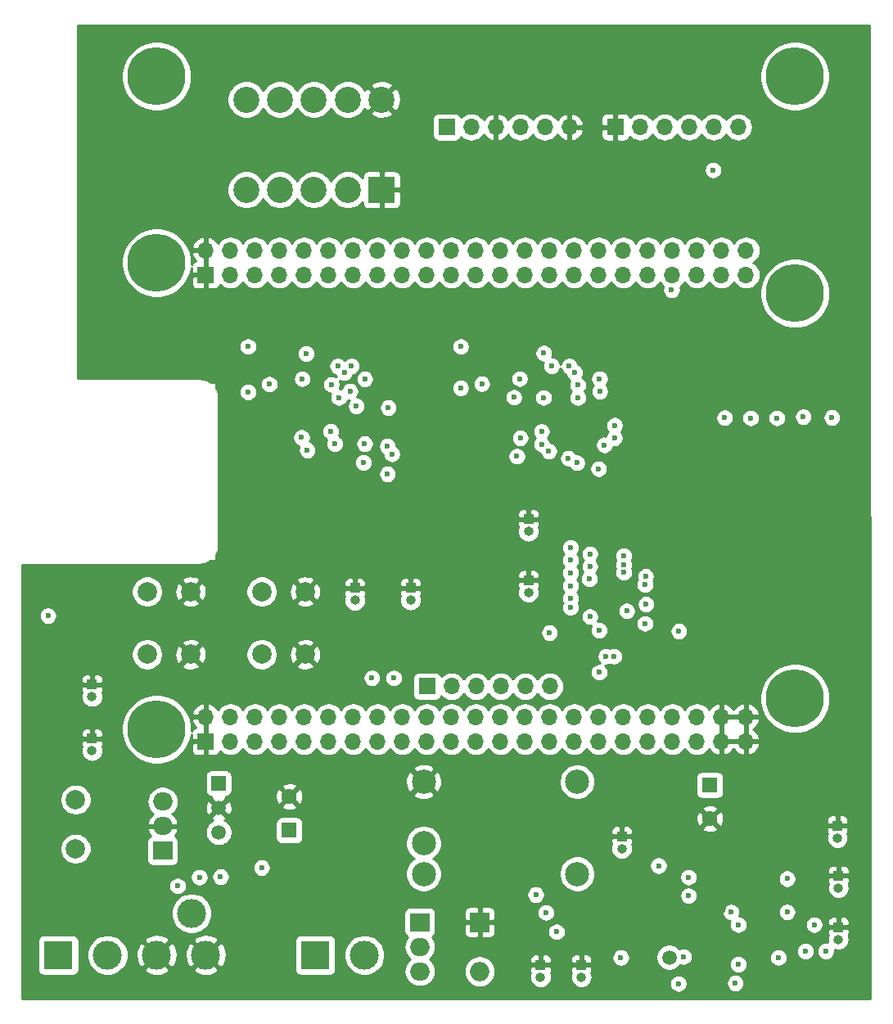
<source format=gbl>
G04 #@! TF.GenerationSoftware,KiCad,Pcbnew,5.0.1-33cea8e~68~ubuntu16.04.1*
G04 #@! TF.CreationDate,2018-11-25T11:29:47-06:00*
G04 #@! TF.ProjectId,BBB_SHIELD_V2,4242425F534849454C445F56322E6B69,rev?*
G04 #@! TF.SameCoordinates,Original*
G04 #@! TF.FileFunction,Copper,L4,Bot,Plane*
G04 #@! TF.FilePolarity,Positive*
%FSLAX46Y46*%
G04 Gerber Fmt 4.6, Leading zero omitted, Abs format (unit mm)*
G04 Created by KiCad (PCBNEW 5.0.1-33cea8e~68~ubuntu16.04.1) date Sun 25 Nov 2018 11:29:47 AM CST*
%MOMM*%
%LPD*%
G01*
G04 APERTURE LIST*
G04 #@! TA.AperFunction,ComponentPad*
%ADD10O,1.700000X1.700000*%
G04 #@! TD*
G04 #@! TA.AperFunction,ComponentPad*
%ADD11R,1.700000X1.700000*%
G04 #@! TD*
G04 #@! TA.AperFunction,ComponentPad*
%ADD12C,6.000000*%
G04 #@! TD*
G04 #@! TA.AperFunction,ComponentPad*
%ADD13C,3.000000*%
G04 #@! TD*
G04 #@! TA.AperFunction,ComponentPad*
%ADD14R,3.000000X3.000000*%
G04 #@! TD*
G04 #@! TA.AperFunction,ComponentPad*
%ADD15C,2.700000*%
G04 #@! TD*
G04 #@! TA.AperFunction,ComponentPad*
%ADD16R,2.700000X2.700000*%
G04 #@! TD*
G04 #@! TA.AperFunction,ComponentPad*
%ADD17C,2.500000*%
G04 #@! TD*
G04 #@! TA.AperFunction,ComponentPad*
%ADD18C,1.520000*%
G04 #@! TD*
G04 #@! TA.AperFunction,ComponentPad*
%ADD19R,1.520000X1.520000*%
G04 #@! TD*
G04 #@! TA.AperFunction,ComponentPad*
%ADD20C,1.600000*%
G04 #@! TD*
G04 #@! TA.AperFunction,ComponentPad*
%ADD21R,1.600000X1.600000*%
G04 #@! TD*
G04 #@! TA.AperFunction,ComponentPad*
%ADD22O,2.000000X1.905000*%
G04 #@! TD*
G04 #@! TA.AperFunction,ComponentPad*
%ADD23R,2.000000X1.905000*%
G04 #@! TD*
G04 #@! TA.AperFunction,ComponentPad*
%ADD24C,2.000000*%
G04 #@! TD*
G04 #@! TA.AperFunction,ComponentPad*
%ADD25O,2.000000X2.000000*%
G04 #@! TD*
G04 #@! TA.AperFunction,ComponentPad*
%ADD26R,2.000000X2.000000*%
G04 #@! TD*
G04 #@! TA.AperFunction,ComponentPad*
%ADD27O,1.000000X1.000000*%
G04 #@! TD*
G04 #@! TA.AperFunction,ComponentPad*
%ADD28R,1.000000X1.000000*%
G04 #@! TD*
G04 #@! TA.AperFunction,ViaPad*
%ADD29C,1.500000*%
G04 #@! TD*
G04 #@! TA.AperFunction,ViaPad*
%ADD30C,3.000000*%
G04 #@! TD*
G04 #@! TA.AperFunction,ViaPad*
%ADD31C,0.600000*%
G04 #@! TD*
G04 #@! TA.AperFunction,Conductor*
%ADD32C,0.254000*%
G04 #@! TD*
G04 APERTURE END LIST*
D10*
G04 #@! TO.P,J5,46*
G04 #@! TO.N,GND*
X179940000Y-114270000D03*
G04 #@! TO.P,J5,45*
X179940000Y-116810000D03*
G04 #@! TO.P,J5,44*
X177400000Y-114270000D03*
G04 #@! TO.P,J5,43*
X177400000Y-116810000D03*
G04 #@! TO.P,J5,42*
G04 #@! TO.N,Net-(J5-Pad42)*
X174860000Y-114270000D03*
G04 #@! TO.P,J5,41*
G04 #@! TO.N,Net-(J5-Pad41)*
X174860000Y-116810000D03*
G04 #@! TO.P,J5,40*
G04 #@! TO.N,Net-(J5-Pad40)*
X172320000Y-114270000D03*
G04 #@! TO.P,J5,39*
G04 #@! TO.N,Net-(J5-Pad39)*
X172320000Y-116810000D03*
G04 #@! TO.P,J5,38*
G04 #@! TO.N,Net-(J5-Pad38)*
X169780000Y-114270000D03*
G04 #@! TO.P,J5,37*
G04 #@! TO.N,Net-(J5-Pad37)*
X169780000Y-116810000D03*
G04 #@! TO.P,J5,36*
G04 #@! TO.N,Net-(J5-Pad36)*
X167240000Y-114270000D03*
G04 #@! TO.P,J5,35*
G04 #@! TO.N,Net-(J5-Pad35)*
X167240000Y-116810000D03*
G04 #@! TO.P,J5,34*
G04 #@! TO.N,Net-(J5-Pad34)*
X164700000Y-114270000D03*
G04 #@! TO.P,J5,33*
G04 #@! TO.N,Net-(J5-Pad33)*
X164700000Y-116810000D03*
G04 #@! TO.P,J5,32*
G04 #@! TO.N,Net-(J5-Pad32)*
X162160000Y-114270000D03*
G04 #@! TO.P,J5,31*
G04 #@! TO.N,Net-(J5-Pad31)*
X162160000Y-116810000D03*
G04 #@! TO.P,J5,30*
G04 #@! TO.N,Net-(J5-Pad30)*
X159620000Y-114270000D03*
G04 #@! TO.P,J5,29*
G04 #@! TO.N,Net-(J5-Pad29)*
X159620000Y-116810000D03*
G04 #@! TO.P,J5,28*
G04 #@! TO.N,Net-(J5-Pad28)*
X157080000Y-114270000D03*
G04 #@! TO.P,J5,27*
G04 #@! TO.N,/BB_HEADERS/aux_1*
X157080000Y-116810000D03*
G04 #@! TO.P,J5,26*
G04 #@! TO.N,Net-(J5-Pad26)*
X154540000Y-114270000D03*
G04 #@! TO.P,J5,25*
G04 #@! TO.N,Net-(J5-Pad25)*
X154540000Y-116810000D03*
G04 #@! TO.P,J5,24*
G04 #@! TO.N,Net-(J5-Pad24)*
X152000000Y-114270000D03*
G04 #@! TO.P,J5,23*
G04 #@! TO.N,Net-(J5-Pad23)*
X152000000Y-116810000D03*
G04 #@! TO.P,J5,22*
G04 #@! TO.N,/BB_HEADERS/uart2_rxd_sw*
X149460000Y-114270000D03*
G04 #@! TO.P,J5,21*
G04 #@! TO.N,/BB_HEADERS/uart2_txd_sw*
X149460000Y-116810000D03*
G04 #@! TO.P,J5,20*
G04 #@! TO.N,/BB_HEADERS/SDA1*
X146920000Y-114270000D03*
G04 #@! TO.P,J5,19*
G04 #@! TO.N,/BB_HEADERS/SCL1*
X146920000Y-116810000D03*
G04 #@! TO.P,J5,18*
G04 #@! TO.N,Net-(J5-Pad18)*
X144380000Y-114270000D03*
G04 #@! TO.P,J5,17*
G04 #@! TO.N,Net-(J5-Pad17)*
X144380000Y-116810000D03*
G04 #@! TO.P,J5,16*
G04 #@! TO.N,Net-(J5-Pad16)*
X141840000Y-114270000D03*
G04 #@! TO.P,J5,15*
G04 #@! TO.N,Net-(J5-Pad15)*
X141840000Y-116810000D03*
G04 #@! TO.P,J5,14*
G04 #@! TO.N,Net-(J5-Pad14)*
X139300000Y-114270000D03*
G04 #@! TO.P,J5,13*
G04 #@! TO.N,/BB_HEADERS/uart4_txd_sw*
X139300000Y-116810000D03*
G04 #@! TO.P,J5,12*
G04 #@! TO.N,Net-(J5-Pad12)*
X136760000Y-114270000D03*
G04 #@! TO.P,J5,11*
G04 #@! TO.N,/BB_HEADERS/uart4_rxd_sw*
X136760000Y-116810000D03*
G04 #@! TO.P,J5,10*
G04 #@! TO.N,_SYS_RESETn*
X134220000Y-114270000D03*
G04 #@! TO.P,J5,9*
G04 #@! TO.N,_PWR_BUTT*
X134220000Y-116810000D03*
G04 #@! TO.P,J5,8*
G04 #@! TO.N,Net-(J5-Pad8)*
X131680000Y-114270000D03*
G04 #@! TO.P,J5,7*
G04 #@! TO.N,Net-(J5-Pad7)*
X131680000Y-116810000D03*
G04 #@! TO.P,J5,6*
G04 #@! TO.N,_VDD_5V_PROT*
X129140000Y-114270000D03*
G04 #@! TO.P,J5,5*
X129140000Y-116810000D03*
G04 #@! TO.P,J5,4*
G04 #@! TO.N,_VDD_3V3*
X126600000Y-114270000D03*
G04 #@! TO.P,J5,3*
X126600000Y-116810000D03*
G04 #@! TO.P,J5,2*
G04 #@! TO.N,GND*
X124060000Y-114270000D03*
D11*
G04 #@! TO.P,J5,1*
X124060000Y-116810000D03*
G04 #@! TD*
D12*
G04 #@! TO.P,REF\002A\002A,1*
G04 #@! TO.N,N/C*
X185000000Y-48000000D03*
G04 #@! TD*
G04 #@! TO.P,REF\002A\002A,1*
G04 #@! TO.N,N/C*
X118980000Y-48000000D03*
G04 #@! TD*
G04 #@! TO.P,REF\002A\002A,1*
G04 #@! TO.N,N/C*
X118980000Y-67280000D03*
G04 #@! TD*
G04 #@! TO.P,REF\002A\002A,1*
G04 #@! TO.N,N/C*
X118980000Y-115540000D03*
G04 #@! TD*
G04 #@! TO.P,REF\002A\002A,1*
G04 #@! TO.N,N/C*
X185020000Y-70455000D03*
G04 #@! TD*
G04 #@! TO.P,REF\002A\002A,1*
G04 #@! TO.N,N/C*
X185020000Y-112365000D03*
G04 #@! TD*
D13*
G04 #@! TO.P,J1,3*
G04 #@! TO.N,GND*
X118980000Y-138900000D03*
G04 #@! TO.P,J1,2*
G04 #@! TO.N,/POWER_PROTECTION/VDD_24V*
X113900000Y-138900000D03*
D14*
G04 #@! TO.P,J1,1*
X108820000Y-138900000D03*
D13*
G04 #@! TO.P,J1,4*
G04 #@! TO.N,GND*
X124060000Y-138900000D03*
G04 #@! TD*
G04 #@! TO.P,J6,2*
G04 #@! TO.N,Net-(J6-Pad2)*
X140480000Y-138900000D03*
D14*
G04 #@! TO.P,J6,1*
G04 #@! TO.N,Net-(D8-Pad1)*
X135400000Y-138900000D03*
G04 #@! TD*
D15*
G04 #@! TO.P,J7,10*
G04 #@! TO.N,/RS232/U2TXD*
X128250000Y-50400000D03*
G04 #@! TO.P,J7,8*
G04 #@! TO.N,/RS232/U2RTSN*
X131750000Y-50400000D03*
G04 #@! TO.P,J7,6*
G04 #@! TO.N,/RS232/U2RXD*
X135250000Y-50400000D03*
G04 #@! TO.P,J7,4*
G04 #@! TO.N,/RS232/U2CTSN*
X138750000Y-50400000D03*
G04 #@! TO.P,J7,9*
G04 #@! TO.N,/RS232/U4TXD*
X128250000Y-59750000D03*
G04 #@! TO.P,J7,7*
G04 #@! TO.N,/RS232/U4RTSN*
X131750000Y-59750000D03*
G04 #@! TO.P,J7,5*
G04 #@! TO.N,/RS232/U4RXD*
X135250000Y-59750000D03*
G04 #@! TO.P,J7,3*
G04 #@! TO.N,/RS232/U4CTSN*
X138750000Y-59750000D03*
G04 #@! TO.P,J7,2*
G04 #@! TO.N,GND*
X142250000Y-50400000D03*
D16*
G04 #@! TO.P,J7,1*
X142250000Y-59750000D03*
G04 #@! TD*
D17*
G04 #@! TO.P,U1,3*
G04 #@! TO.N,Net-(U1-Pad3)*
X146600000Y-130500000D03*
G04 #@! TO.P,U1,4*
G04 #@! TO.N,Net-(R1-Pad1)*
X162480000Y-130500000D03*
G04 #@! TO.P,U1,2*
G04 #@! TO.N,_VDD_24V_PROT*
X146600000Y-127320000D03*
G04 #@! TO.P,U1,1*
G04 #@! TO.N,GND*
X146600000Y-120970000D03*
G04 #@! TO.P,U1,5*
G04 #@! TO.N,_VDD_5V_PROT*
X162480000Y-120970000D03*
G04 #@! TD*
D18*
G04 #@! TO.P,TL1,2*
G04 #@! TO.N,GND*
X125400000Y-123660000D03*
D19*
G04 #@! TO.P,TL1,1*
G04 #@! TO.N,/POWER_PROTECTION/VDD_24V_SHUNT*
X125400000Y-121120000D03*
D18*
G04 #@! TO.P,TL1,3*
G04 #@! TO.N,Net-(C9-Pad1)*
X125400000Y-126200000D03*
G04 #@! TD*
D20*
G04 #@! TO.P,C4,2*
G04 #@! TO.N,GND*
X132700000Y-122500000D03*
D21*
G04 #@! TO.P,C4,1*
G04 #@! TO.N,_VDD_24V_PROT*
X132700000Y-126000000D03*
G04 #@! TD*
D20*
G04 #@! TO.P,C8,2*
G04 #@! TO.N,GND*
X176200000Y-124800000D03*
D21*
G04 #@! TO.P,C8,1*
G04 #@! TO.N,_VDD_5V_PROT*
X176200000Y-121300000D03*
G04 #@! TD*
D22*
G04 #@! TO.P,D2,3*
G04 #@! TO.N,/POWER_PROTECTION/VDD_24V_SHUNT*
X119600000Y-123020000D03*
G04 #@! TO.P,D2,2*
G04 #@! TO.N,GND*
X119600000Y-125560000D03*
D23*
G04 #@! TO.P,D2,1*
G04 #@! TO.N,_VDD_24V_PROT*
X119600000Y-128100000D03*
G04 #@! TD*
D24*
G04 #@! TO.P,F1,2*
G04 #@! TO.N,_VDD_24V_PROT*
X110610000Y-122820000D03*
G04 #@! TO.P,F1,1*
G04 #@! TO.N,/POWER_PROTECTION/VDD_24V*
X110600000Y-127900000D03*
G04 #@! TD*
D10*
G04 #@! TO.P,J2,6*
G04 #@! TO.N,GND*
X161700000Y-53250000D03*
G04 #@! TO.P,J2,5*
G04 #@! TO.N,/CONTROLLER/PGEC*
X159160000Y-53250000D03*
G04 #@! TO.P,J2,4*
G04 #@! TO.N,/CONTROLLER/PGED*
X156620000Y-53250000D03*
G04 #@! TO.P,J2,3*
G04 #@! TO.N,GND*
X154080000Y-53250000D03*
G04 #@! TO.P,J2,2*
G04 #@! TO.N,_VDD_3V3*
X151540000Y-53250000D03*
D11*
G04 #@! TO.P,J2,1*
G04 #@! TO.N,/CONTROLLER/~MCLR*
X149000000Y-53250000D03*
G04 #@! TD*
D10*
G04 #@! TO.P,J3,6*
G04 #@! TO.N,Net-(J3-Pad6)*
X179150000Y-53250000D03*
G04 #@! TO.P,J3,5*
G04 #@! TO.N,/CONTROLLER/U1TX*
X176610000Y-53250000D03*
G04 #@! TO.P,J3,4*
G04 #@! TO.N,/CONTROLLER/U1RX*
X174070000Y-53250000D03*
G04 #@! TO.P,J3,3*
G04 #@! TO.N,Net-(J3-Pad3)*
X171530000Y-53250000D03*
G04 #@! TO.P,J3,2*
G04 #@! TO.N,Net-(J3-Pad2)*
X168990000Y-53250000D03*
D11*
G04 #@! TO.P,J3,1*
G04 #@! TO.N,GND*
X166450000Y-53250000D03*
G04 #@! TD*
D10*
G04 #@! TO.P,J4,46*
G04 #@! TO.N,Net-(J4-Pad46)*
X179940000Y-66010000D03*
G04 #@! TO.P,J4,45*
G04 #@! TO.N,Net-(J4-Pad45)*
X179940000Y-68550000D03*
G04 #@! TO.P,J4,44*
G04 #@! TO.N,Net-(J4-Pad44)*
X177400000Y-66010000D03*
G04 #@! TO.P,J4,43*
G04 #@! TO.N,Net-(J4-Pad43)*
X177400000Y-68550000D03*
G04 #@! TO.P,J4,42*
G04 #@! TO.N,Net-(J4-Pad42)*
X174860000Y-66010000D03*
G04 #@! TO.P,J4,41*
G04 #@! TO.N,Net-(J4-Pad41)*
X174860000Y-68550000D03*
G04 #@! TO.P,J4,40*
G04 #@! TO.N,/BB_HEADERS/enable*
X172320000Y-66010000D03*
G04 #@! TO.P,J4,39*
G04 #@! TO.N,/BB_HEADERS/aux_2*
X172320000Y-68550000D03*
G04 #@! TO.P,J4,38*
G04 #@! TO.N,/BB_HEADERS/uart2_rtsn_sw*
X169780000Y-66010000D03*
G04 #@! TO.P,J4,37*
G04 #@! TO.N,/BB_HEADERS/uart2_ctsn_sw*
X169780000Y-68550000D03*
G04 #@! TO.P,J4,36*
G04 #@! TO.N,Net-(J4-Pad36)*
X167240000Y-66010000D03*
G04 #@! TO.P,J4,35*
G04 #@! TO.N,/BB_HEADERS/uart4_ctsn_sw*
X167240000Y-68550000D03*
G04 #@! TO.P,J4,34*
G04 #@! TO.N,Net-(J4-Pad34)*
X164700000Y-66010000D03*
G04 #@! TO.P,J4,33*
G04 #@! TO.N,/BB_HEADERS/uart4_rtsn_sw*
X164700000Y-68550000D03*
G04 #@! TO.P,J4,32*
G04 #@! TO.N,Net-(J4-Pad32)*
X162160000Y-66010000D03*
G04 #@! TO.P,J4,31*
G04 #@! TO.N,Net-(J4-Pad31)*
X162160000Y-68550000D03*
G04 #@! TO.P,J4,30*
G04 #@! TO.N,Net-(J4-Pad30)*
X159620000Y-66010000D03*
G04 #@! TO.P,J4,29*
G04 #@! TO.N,Net-(J4-Pad29)*
X159620000Y-68550000D03*
G04 #@! TO.P,J4,28*
G04 #@! TO.N,Net-(J4-Pad28)*
X157080000Y-66010000D03*
G04 #@! TO.P,J4,27*
G04 #@! TO.N,Net-(J4-Pad27)*
X157080000Y-68550000D03*
G04 #@! TO.P,J4,26*
G04 #@! TO.N,Net-(J4-Pad26)*
X154540000Y-66010000D03*
G04 #@! TO.P,J4,25*
G04 #@! TO.N,Net-(J4-Pad25)*
X154540000Y-68550000D03*
G04 #@! TO.P,J4,24*
G04 #@! TO.N,Net-(J4-Pad24)*
X152000000Y-66010000D03*
G04 #@! TO.P,J4,23*
G04 #@! TO.N,Net-(J4-Pad23)*
X152000000Y-68550000D03*
G04 #@! TO.P,J4,22*
G04 #@! TO.N,Net-(J4-Pad22)*
X149460000Y-66010000D03*
G04 #@! TO.P,J4,21*
G04 #@! TO.N,Net-(J4-Pad21)*
X149460000Y-68550000D03*
G04 #@! TO.P,J4,20*
G04 #@! TO.N,Net-(J4-Pad20)*
X146920000Y-66010000D03*
G04 #@! TO.P,J4,19*
G04 #@! TO.N,Net-(J4-Pad19)*
X146920000Y-68550000D03*
G04 #@! TO.P,J4,18*
G04 #@! TO.N,Net-(J4-Pad18)*
X144380000Y-66010000D03*
G04 #@! TO.P,J4,17*
G04 #@! TO.N,Net-(J4-Pad17)*
X144380000Y-68550000D03*
G04 #@! TO.P,J4,16*
G04 #@! TO.N,Net-(J4-Pad16)*
X141840000Y-66010000D03*
G04 #@! TO.P,J4,15*
G04 #@! TO.N,Net-(J4-Pad15)*
X141840000Y-68550000D03*
G04 #@! TO.P,J4,14*
G04 #@! TO.N,Net-(J4-Pad14)*
X139300000Y-66010000D03*
G04 #@! TO.P,J4,13*
G04 #@! TO.N,Net-(J4-Pad13)*
X139300000Y-68550000D03*
G04 #@! TO.P,J4,12*
G04 #@! TO.N,Net-(J4-Pad12)*
X136760000Y-66010000D03*
G04 #@! TO.P,J4,11*
G04 #@! TO.N,Net-(J4-Pad11)*
X136760000Y-68550000D03*
G04 #@! TO.P,J4,10*
G04 #@! TO.N,Net-(J4-Pad10)*
X134220000Y-66010000D03*
G04 #@! TO.P,J4,9*
G04 #@! TO.N,Net-(J4-Pad9)*
X134220000Y-68550000D03*
G04 #@! TO.P,J4,8*
G04 #@! TO.N,Net-(J4-Pad8)*
X131680000Y-66010000D03*
G04 #@! TO.P,J4,7*
G04 #@! TO.N,Net-(J4-Pad7)*
X131680000Y-68550000D03*
G04 #@! TO.P,J4,6*
G04 #@! TO.N,Net-(J4-Pad6)*
X129140000Y-66010000D03*
G04 #@! TO.P,J4,5*
G04 #@! TO.N,Net-(J4-Pad5)*
X129140000Y-68550000D03*
G04 #@! TO.P,J4,4*
G04 #@! TO.N,Net-(J4-Pad4)*
X126600000Y-66010000D03*
G04 #@! TO.P,J4,3*
G04 #@! TO.N,Net-(J4-Pad3)*
X126600000Y-68550000D03*
G04 #@! TO.P,J4,2*
G04 #@! TO.N,GND*
X124060000Y-66010000D03*
D11*
G04 #@! TO.P,J4,1*
X124060000Y-68550000D03*
G04 #@! TD*
D22*
G04 #@! TO.P,Q1,3*
G04 #@! TO.N,Net-(Q1-Pad3)*
X146200000Y-140580000D03*
G04 #@! TO.P,Q1,2*
G04 #@! TO.N,Net-(J6-Pad2)*
X146200000Y-138040000D03*
D23*
G04 #@! TO.P,Q1,1*
G04 #@! TO.N,Net-(Q1-Pad1)*
X146200000Y-135500000D03*
G04 #@! TD*
D25*
G04 #@! TO.P,R17,2*
G04 #@! TO.N,Net-(Q1-Pad3)*
X152400000Y-140580000D03*
D26*
G04 #@! TO.P,R17,1*
G04 #@! TO.N,GND*
X152400000Y-135500000D03*
G04 #@! TD*
D24*
G04 #@! TO.P,SW1,1*
G04 #@! TO.N,_SYS_RESETn*
X129850000Y-101300000D03*
G04 #@! TO.P,SW1,2*
G04 #@! TO.N,GND*
X134350000Y-101300000D03*
G04 #@! TO.P,SW1,1*
G04 #@! TO.N,_SYS_RESETn*
X129850000Y-107800000D03*
G04 #@! TO.P,SW1,2*
G04 #@! TO.N,GND*
X134350000Y-107800000D03*
G04 #@! TD*
G04 #@! TO.P,SW2,1*
G04 #@! TO.N,_PWR_BUTT*
X118000000Y-101300000D03*
G04 #@! TO.P,SW2,2*
G04 #@! TO.N,GND*
X122500000Y-101300000D03*
G04 #@! TO.P,SW2,1*
G04 #@! TO.N,_PWR_BUTT*
X118000000Y-107800000D03*
G04 #@! TO.P,SW2,2*
G04 #@! TO.N,GND*
X122500000Y-107800000D03*
G04 #@! TD*
D27*
G04 #@! TO.P,TP1,2*
G04 #@! TO.N,_VDD_24V_PROT*
X112300000Y-117770000D03*
D28*
G04 #@! TO.P,TP1,1*
G04 #@! TO.N,GND*
X112300000Y-116500000D03*
G04 #@! TD*
D27*
G04 #@! TO.P,TP2,2*
G04 #@! TO.N,_VDD_5V_PROT*
X167100000Y-127870000D03*
D28*
G04 #@! TO.P,TP2,1*
G04 #@! TO.N,GND*
X167100000Y-126600000D03*
G04 #@! TD*
D27*
G04 #@! TO.P,TP3,2*
G04 #@! TO.N,/POWER_PROTECTION/VDD_24V*
X112300000Y-112170000D03*
D28*
G04 #@! TO.P,TP3,1*
G04 #@! TO.N,GND*
X112300000Y-110900000D03*
G04 #@! TD*
D27*
G04 #@! TO.P,TP4,2*
G04 #@! TO.N,/CONTROLLER/PWM_FET*
X189400000Y-126770000D03*
D28*
G04 #@! TO.P,TP4,1*
G04 #@! TO.N,GND*
X189400000Y-125500000D03*
G04 #@! TD*
D27*
G04 #@! TO.P,TP5,2*
G04 #@! TO.N,Net-(PIC1-Pad10)*
X157450000Y-101400000D03*
D28*
G04 #@! TO.P,TP5,1*
G04 #@! TO.N,GND*
X157450000Y-100130000D03*
G04 #@! TD*
D27*
G04 #@! TO.P,TP6,2*
G04 #@! TO.N,Net-(Q1-Pad1)*
X158700000Y-141170000D03*
D28*
G04 #@! TO.P,TP6,1*
G04 #@! TO.N,GND*
X158700000Y-139900000D03*
G04 #@! TD*
D27*
G04 #@! TO.P,TP7,2*
G04 #@! TO.N,Net-(Q1-Pad3)*
X162900000Y-141170000D03*
D28*
G04 #@! TO.P,TP7,1*
G04 #@! TO.N,GND*
X162900000Y-139900000D03*
G04 #@! TD*
D27*
G04 #@! TO.P,TP8,2*
G04 #@! TO.N,Net-(D9-Pad3)*
X189500000Y-137270000D03*
D28*
G04 #@! TO.P,TP8,1*
G04 #@! TO.N,GND*
X189500000Y-136000000D03*
G04 #@! TD*
D27*
G04 #@! TO.P,TP9,2*
G04 #@! TO.N,/CONTROLLER/I_SENSE*
X189500000Y-131970000D03*
D28*
G04 #@! TO.P,TP9,1*
G04 #@! TO.N,GND*
X189500000Y-130700000D03*
G04 #@! TD*
D27*
G04 #@! TO.P,TP10,2*
G04 #@! TO.N,/CONTROLLER/3V3_REF*
X157450000Y-95070000D03*
D28*
G04 #@! TO.P,TP10,1*
G04 #@! TO.N,GND*
X157450000Y-93800000D03*
G04 #@! TD*
D10*
G04 #@! TO.P,REF\002A\002A,6*
G04 #@! TO.N,N/C*
X159660000Y-111095000D03*
G04 #@! TO.P,REF\002A\002A,5*
X157120000Y-111095000D03*
G04 #@! TO.P,REF\002A\002A,4*
X154580000Y-111095000D03*
G04 #@! TO.P,REF\002A\002A,3*
X152040000Y-111095000D03*
G04 #@! TO.P,REF\002A\002A,2*
X149500000Y-111095000D03*
D11*
G04 #@! TO.P,REF\002A\002A,1*
X146960000Y-111095000D03*
G04 #@! TD*
D28*
G04 #@! TO.P,TP11,1*
G04 #@! TO.N,GND*
X139490000Y-100940000D03*
D27*
G04 #@! TO.P,TP11,2*
G04 #@! TO.N,/BB_HEADERS/SCL1*
X139490000Y-102210000D03*
G04 #@! TD*
G04 #@! TO.P,TP12,2*
G04 #@! TO.N,/BB_HEADERS/SDA1*
X145250000Y-102190000D03*
D28*
G04 #@! TO.P,TP12,1*
G04 #@! TO.N,GND*
X145250000Y-100920000D03*
G04 #@! TD*
D29*
G04 #@! TO.N,GND*
X170900000Y-134000000D03*
X177100000Y-134000000D03*
X164000000Y-135400000D03*
X166800000Y-142300000D03*
X177200000Y-142300000D03*
D30*
X108400000Y-112100000D03*
D29*
X125450000Y-133005000D03*
X109860000Y-103330000D03*
D31*
X182350000Y-142900000D03*
X186200000Y-142700000D03*
X181500000Y-137050010D03*
D29*
X163035998Y-74359297D03*
X154835998Y-75559297D03*
X132835998Y-75559297D03*
X141135998Y-74259297D03*
X144635998Y-80259297D03*
D31*
X140535998Y-77329990D03*
X165100000Y-77640000D03*
D29*
X168070000Y-78730000D03*
D31*
X160289042Y-88500000D03*
X136800000Y-88610000D03*
D29*
X179100000Y-98640000D03*
X152370000Y-106510000D03*
D31*
X163800000Y-101300000D03*
D29*
X190440000Y-90810000D03*
D31*
X170890000Y-102950000D03*
D30*
G04 #@! TO.N,_VDD_24V_PROT*
X122600000Y-134580000D03*
D31*
X121150000Y-131750000D03*
X125600000Y-130800000D03*
D29*
X172000000Y-139150000D03*
D31*
X107750000Y-103800000D03*
G04 #@! TO.N,_VDD_5V_PROT*
X174000000Y-132750000D03*
X174000000Y-130850000D03*
G04 #@! TO.N,Net-(C9-Pad1)*
X123400000Y-130850000D03*
G04 #@! TO.N,/CONTROLLER/3V3_REF*
X163800000Y-97400000D03*
X170900000Y-129650000D03*
G04 #@! TO.N,_VDD_3V3*
X184200000Y-131000000D03*
X184200002Y-134450000D03*
G04 #@! TO.N,Net-(C27-Pad2)*
X128435998Y-75959297D03*
X134450000Y-76690000D03*
G04 #@! TO.N,Net-(C27-Pad1)*
X128435998Y-80659297D03*
X137709489Y-77977718D03*
G04 #@! TO.N,Net-(C28-Pad2)*
X130635998Y-79859297D03*
X134040000Y-79300000D03*
G04 #@! TO.N,Net-(C32-Pad2)*
X159835998Y-77959297D03*
X150435998Y-80250000D03*
G04 #@! TO.N,Net-(C32-Pad1)*
X150435998Y-75959297D03*
X159032628Y-76643427D03*
G04 #@! TO.N,Net-(C33-Pad2)*
X152623072Y-79806461D03*
X156536012Y-79284297D03*
G04 #@! TO.N,/CONTROLLER/PWM_HTBT*
X169500000Y-100600000D03*
X188830000Y-83289994D03*
G04 #@! TO.N,/CONTROLLER/HMI1\005CRB15*
X167300000Y-97600000D03*
X177750000Y-83320002D03*
G04 #@! TO.N,/CONTROLLER/HMI2\005CRB14*
X167290274Y-98509513D03*
X180430000Y-83339996D03*
G04 #@! TO.N,/CONTROLLER/HMI3\005CRB13*
X167294926Y-99326355D03*
X185870000Y-83219998D03*
G04 #@! TO.N,Net-(D7-Pad2)*
X169570070Y-99725400D03*
X183140000Y-83340010D03*
G04 #@! TO.N,Net-(D9-Pad3)*
X179150000Y-135750000D03*
X179150000Y-139850000D03*
X183300000Y-139150000D03*
G04 #@! TO.N,/CONTROLLER/PGEC*
X161800000Y-99350000D03*
G04 #@! TO.N,/CONTROLLER/PGED*
X163800000Y-98700000D03*
G04 #@! TO.N,/CONTROLLER/~MCLR*
X161800000Y-96750000D03*
G04 #@! TO.N,/CONTROLLER/U1TX*
X169500000Y-104600000D03*
X176550000Y-57700000D03*
G04 #@! TO.N,/CONTROLLER/U1RX*
X163750000Y-100000000D03*
G04 #@! TO.N,/BB_HEADERS/uart4_rtsn*
X138980000Y-80580000D03*
X133980000Y-85360000D03*
G04 #@! TO.N,/BB_HEADERS/uart4_ctsn*
X137410000Y-86010000D03*
X139630000Y-82110000D03*
G04 #@! TO.N,/BB_HEADERS/uart2_ctsn*
X162560000Y-81240000D03*
X156600000Y-85400000D03*
G04 #@! TO.N,/BB_HEADERS/uart2_rtsn*
X164820000Y-80590000D03*
X158800000Y-86060000D03*
G04 #@! TO.N,/BB_HEADERS/aux_2*
X161800000Y-102000000D03*
G04 #@! TO.N,/BB_HEADERS/enable*
X163800000Y-103900000D03*
X172250000Y-70100000D03*
G04 #@! TO.N,/BB_HEADERS/aux_1*
X161799994Y-100700000D03*
X164750000Y-105300000D03*
X164750000Y-109650000D03*
G04 #@! TO.N,/BB_HEADERS/uart2_rxd*
X164800000Y-79290000D03*
X165300000Y-86130000D03*
G04 #@! TO.N,/BB_HEADERS/uart2_txd*
X162550000Y-79940000D03*
X162450000Y-87980000D03*
X166350000Y-84100000D03*
X166350000Y-85400000D03*
G04 #@! TO.N,/BB_HEADERS/SDA1*
X143510000Y-110240000D03*
X169600000Y-102605000D03*
X165450000Y-108000000D03*
G04 #@! TO.N,/BB_HEADERS/SCL1*
X141260000Y-110230000D03*
X167600000Y-103300000D03*
X166300000Y-108000000D03*
G04 #@! TO.N,/BB_HEADERS/uart4_txd*
X140380000Y-87950000D03*
X142940000Y-82280000D03*
G04 #@! TO.N,/BB_HEADERS/uart4_rxd*
X140510000Y-79310000D03*
X143320000Y-87060000D03*
G04 #@! TO.N,/CONTROLLER/PWM_FET*
X167000000Y-139150000D03*
X173000000Y-105400000D03*
G04 #@! TO.N,/BB_HEADERS/RS232_enable*
X140500000Y-86010000D03*
X156250000Y-87310000D03*
X159625148Y-105562500D03*
G04 #@! TO.N,Net-(PIC1-Pad10)*
X161800000Y-102947569D03*
G04 #@! TO.N,/CONTROLLER/I_SENSE*
X188200000Y-138500000D03*
X187000000Y-135750000D03*
X161800000Y-98050000D03*
G04 #@! TO.N,Net-(Q1-Pad3)*
X178849999Y-141800000D03*
G04 #@! TO.N,Net-(Q1-Pad1)*
X158200000Y-132650000D03*
G04 #@! TO.N,/POWER_PROTECTION/VDD_24V_SHUNT*
X129850000Y-129850000D03*
G04 #@! TO.N,/FET_OUTPUT/FET_DRV_PU*
X173500000Y-139050000D03*
X159250000Y-134500000D03*
G04 #@! TO.N,/FET_OUTPUT/FET_DRV_PD*
X172950000Y-141850000D03*
X160350000Y-136500000D03*
G04 #@! TO.N,Net-(R19-Pad1)*
X186100000Y-138500000D03*
X178400000Y-134450000D03*
G04 #@! TO.N,/BB_HEADERS/uart4_rtsn_sw*
X136980000Y-84710000D03*
G04 #@! TO.N,/BB_HEADERS/uart4_ctsn_sw*
X134570000Y-86670000D03*
G04 #@! TO.N,/BB_HEADERS/uart2_ctsn_sw*
X158800000Y-84750000D03*
G04 #@! TO.N,/BB_HEADERS/uart2_rtsn_sw*
X159550000Y-86780000D03*
G04 #@! TO.N,/BB_HEADERS/uart2_rxd_sw*
X161578125Y-87502749D03*
G04 #@! TO.N,/BB_HEADERS/uart2_txd_sw*
X164700000Y-88600000D03*
G04 #@! TO.N,/BB_HEADERS/uart4_txd_sw*
X142860000Y-89130000D03*
G04 #@! TO.N,/BB_HEADERS/uart4_rxd_sw*
X142850381Y-86255792D03*
G04 #@! TO.N,/RS232/U4TXD*
X139139013Y-77974824D03*
G04 #@! TO.N,/RS232/U4RTSN*
X137050000Y-79870000D03*
G04 #@! TO.N,/RS232/U4RXD*
X138400000Y-78670000D03*
G04 #@! TO.N,/RS232/U4CTSN*
X137840000Y-81230000D03*
G04 #@! TO.N,/RS232/U2TXD*
X161660000Y-77970000D03*
G04 #@! TO.N,/RS232/U2RTSN*
X155940000Y-81210000D03*
G04 #@! TO.N,/RS232/U2RXD*
X162210000Y-78640000D03*
G04 #@! TO.N,/RS232/U2CTSN*
X159000000Y-81230000D03*
G04 #@! TD*
D32*
G04 #@! TO.N,GND*
G36*
X192809928Y-143380000D02*
X105110000Y-143380000D01*
X105110000Y-137400000D01*
X106681928Y-137400000D01*
X106681928Y-140400000D01*
X106694188Y-140524482D01*
X106730498Y-140644180D01*
X106789463Y-140754494D01*
X106868815Y-140851185D01*
X106965506Y-140930537D01*
X107075820Y-140989502D01*
X107195518Y-141025812D01*
X107320000Y-141038072D01*
X110320000Y-141038072D01*
X110444482Y-141025812D01*
X110564180Y-140989502D01*
X110674494Y-140930537D01*
X110771185Y-140851185D01*
X110850537Y-140754494D01*
X110909502Y-140644180D01*
X110945812Y-140524482D01*
X110958072Y-140400000D01*
X110958072Y-138689721D01*
X111765000Y-138689721D01*
X111765000Y-139110279D01*
X111847047Y-139522756D01*
X112007988Y-139911302D01*
X112241637Y-140260983D01*
X112539017Y-140558363D01*
X112888698Y-140792012D01*
X113277244Y-140952953D01*
X113689721Y-141035000D01*
X114110279Y-141035000D01*
X114522756Y-140952953D01*
X114911302Y-140792012D01*
X115260983Y-140558363D01*
X115427693Y-140391653D01*
X117667952Y-140391653D01*
X117823962Y-140707214D01*
X118198745Y-140898020D01*
X118603551Y-141012044D01*
X119022824Y-141044902D01*
X119440451Y-140995334D01*
X119840383Y-140865243D01*
X120136038Y-140707214D01*
X120292048Y-140391653D01*
X122747952Y-140391653D01*
X122903962Y-140707214D01*
X123278745Y-140898020D01*
X123683551Y-141012044D01*
X124102824Y-141044902D01*
X124520451Y-140995334D01*
X124920383Y-140865243D01*
X125216038Y-140707214D01*
X125372048Y-140391653D01*
X124060000Y-139079605D01*
X122747952Y-140391653D01*
X120292048Y-140391653D01*
X118980000Y-139079605D01*
X117667952Y-140391653D01*
X115427693Y-140391653D01*
X115558363Y-140260983D01*
X115792012Y-139911302D01*
X115952953Y-139522756D01*
X116035000Y-139110279D01*
X116035000Y-138942824D01*
X116835098Y-138942824D01*
X116884666Y-139360451D01*
X117014757Y-139760383D01*
X117172786Y-140056038D01*
X117488347Y-140212048D01*
X118800395Y-138900000D01*
X119159605Y-138900000D01*
X120471653Y-140212048D01*
X120787214Y-140056038D01*
X120978020Y-139681255D01*
X121092044Y-139276449D01*
X121118189Y-138942824D01*
X121915098Y-138942824D01*
X121964666Y-139360451D01*
X122094757Y-139760383D01*
X122252786Y-140056038D01*
X122568347Y-140212048D01*
X123880395Y-138900000D01*
X124239605Y-138900000D01*
X125551653Y-140212048D01*
X125867214Y-140056038D01*
X126058020Y-139681255D01*
X126172044Y-139276449D01*
X126204902Y-138857176D01*
X126155334Y-138439549D01*
X126025243Y-138039617D01*
X125867214Y-137743962D01*
X125551653Y-137587952D01*
X124239605Y-138900000D01*
X123880395Y-138900000D01*
X122568347Y-137587952D01*
X122252786Y-137743962D01*
X122061980Y-138118745D01*
X121947956Y-138523551D01*
X121915098Y-138942824D01*
X121118189Y-138942824D01*
X121124902Y-138857176D01*
X121075334Y-138439549D01*
X120945243Y-138039617D01*
X120787214Y-137743962D01*
X120471653Y-137587952D01*
X119159605Y-138900000D01*
X118800395Y-138900000D01*
X117488347Y-137587952D01*
X117172786Y-137743962D01*
X116981980Y-138118745D01*
X116867956Y-138523551D01*
X116835098Y-138942824D01*
X116035000Y-138942824D01*
X116035000Y-138689721D01*
X115952953Y-138277244D01*
X115792012Y-137888698D01*
X115558363Y-137539017D01*
X115427693Y-137408347D01*
X117667952Y-137408347D01*
X118980000Y-138720395D01*
X120292048Y-137408347D01*
X122747952Y-137408347D01*
X124060000Y-138720395D01*
X125372048Y-137408347D01*
X125367922Y-137400000D01*
X133261928Y-137400000D01*
X133261928Y-140400000D01*
X133274188Y-140524482D01*
X133310498Y-140644180D01*
X133369463Y-140754494D01*
X133448815Y-140851185D01*
X133545506Y-140930537D01*
X133655820Y-140989502D01*
X133775518Y-141025812D01*
X133900000Y-141038072D01*
X136900000Y-141038072D01*
X137024482Y-141025812D01*
X137144180Y-140989502D01*
X137254494Y-140930537D01*
X137351185Y-140851185D01*
X137430537Y-140754494D01*
X137489502Y-140644180D01*
X137525812Y-140524482D01*
X137538072Y-140400000D01*
X137538072Y-138689721D01*
X138345000Y-138689721D01*
X138345000Y-139110279D01*
X138427047Y-139522756D01*
X138587988Y-139911302D01*
X138821637Y-140260983D01*
X139119017Y-140558363D01*
X139468698Y-140792012D01*
X139857244Y-140952953D01*
X140269721Y-141035000D01*
X140690279Y-141035000D01*
X141102756Y-140952953D01*
X141491302Y-140792012D01*
X141840983Y-140558363D01*
X142138363Y-140260983D01*
X142372012Y-139911302D01*
X142532953Y-139522756D01*
X142615000Y-139110279D01*
X142615000Y-138689721D01*
X142532953Y-138277244D01*
X142434684Y-138040000D01*
X144557319Y-138040000D01*
X144587970Y-138351204D01*
X144678745Y-138650449D01*
X144826155Y-138926235D01*
X145024537Y-139167963D01*
X145197609Y-139310000D01*
X145024537Y-139452037D01*
X144826155Y-139693765D01*
X144678745Y-139969551D01*
X144587970Y-140268796D01*
X144557319Y-140580000D01*
X144587970Y-140891204D01*
X144678745Y-141190449D01*
X144826155Y-141466235D01*
X145024537Y-141707963D01*
X145266265Y-141906345D01*
X145542051Y-142053755D01*
X145841296Y-142144530D01*
X146074514Y-142167500D01*
X146325486Y-142167500D01*
X146558704Y-142144530D01*
X146857949Y-142053755D01*
X147133735Y-141906345D01*
X147375463Y-141707963D01*
X147573845Y-141466235D01*
X147721255Y-141190449D01*
X147812030Y-140891204D01*
X147842681Y-140580000D01*
X150757089Y-140580000D01*
X150788657Y-140900516D01*
X150882148Y-141208715D01*
X151033969Y-141492752D01*
X151238286Y-141741714D01*
X151487248Y-141946031D01*
X151771285Y-142097852D01*
X152079484Y-142191343D01*
X152319678Y-142215000D01*
X152480322Y-142215000D01*
X152720516Y-142191343D01*
X153028715Y-142097852D01*
X153312752Y-141946031D01*
X153561714Y-141741714D01*
X153766031Y-141492752D01*
X153917852Y-141208715D01*
X153929596Y-141170000D01*
X157559509Y-141170000D01*
X157581423Y-141392499D01*
X157646324Y-141606447D01*
X157751716Y-141803623D01*
X157893551Y-141976449D01*
X158066377Y-142118284D01*
X158263553Y-142223676D01*
X158477501Y-142288577D01*
X158644248Y-142305000D01*
X158755752Y-142305000D01*
X158922499Y-142288577D01*
X159136447Y-142223676D01*
X159333623Y-142118284D01*
X159506449Y-141976449D01*
X159648284Y-141803623D01*
X159753676Y-141606447D01*
X159818577Y-141392499D01*
X159840491Y-141170000D01*
X161759509Y-141170000D01*
X161781423Y-141392499D01*
X161846324Y-141606447D01*
X161951716Y-141803623D01*
X162093551Y-141976449D01*
X162266377Y-142118284D01*
X162463553Y-142223676D01*
X162677501Y-142288577D01*
X162844248Y-142305000D01*
X162955752Y-142305000D01*
X163122499Y-142288577D01*
X163336447Y-142223676D01*
X163533623Y-142118284D01*
X163706449Y-141976449D01*
X163848284Y-141803623D01*
X163872717Y-141757911D01*
X172015000Y-141757911D01*
X172015000Y-141942089D01*
X172050932Y-142122729D01*
X172121414Y-142292889D01*
X172223738Y-142446028D01*
X172353972Y-142576262D01*
X172507111Y-142678586D01*
X172677271Y-142749068D01*
X172857911Y-142785000D01*
X173042089Y-142785000D01*
X173222729Y-142749068D01*
X173392889Y-142678586D01*
X173546028Y-142576262D01*
X173676262Y-142446028D01*
X173778586Y-142292889D01*
X173849068Y-142122729D01*
X173885000Y-141942089D01*
X173885000Y-141757911D01*
X173875055Y-141707911D01*
X177914999Y-141707911D01*
X177914999Y-141892089D01*
X177950931Y-142072729D01*
X178021413Y-142242889D01*
X178123737Y-142396028D01*
X178253971Y-142526262D01*
X178407110Y-142628586D01*
X178577270Y-142699068D01*
X178757910Y-142735000D01*
X178942088Y-142735000D01*
X179122728Y-142699068D01*
X179292888Y-142628586D01*
X179446027Y-142526262D01*
X179576261Y-142396028D01*
X179678585Y-142242889D01*
X179749067Y-142072729D01*
X179784999Y-141892089D01*
X179784999Y-141707911D01*
X179749067Y-141527271D01*
X179678585Y-141357111D01*
X179576261Y-141203972D01*
X179446027Y-141073738D01*
X179292888Y-140971414D01*
X179122728Y-140900932D01*
X178942088Y-140865000D01*
X178757910Y-140865000D01*
X178577270Y-140900932D01*
X178407110Y-140971414D01*
X178253971Y-141073738D01*
X178123737Y-141203972D01*
X178021413Y-141357111D01*
X177950931Y-141527271D01*
X177914999Y-141707911D01*
X173875055Y-141707911D01*
X173849068Y-141577271D01*
X173778586Y-141407111D01*
X173676262Y-141253972D01*
X173546028Y-141123738D01*
X173392889Y-141021414D01*
X173222729Y-140950932D01*
X173042089Y-140915000D01*
X172857911Y-140915000D01*
X172677271Y-140950932D01*
X172507111Y-141021414D01*
X172353972Y-141123738D01*
X172223738Y-141253972D01*
X172121414Y-141407111D01*
X172050932Y-141577271D01*
X172015000Y-141757911D01*
X163872717Y-141757911D01*
X163953676Y-141606447D01*
X164018577Y-141392499D01*
X164040491Y-141170000D01*
X164018577Y-140947501D01*
X163953676Y-140733553D01*
X163947969Y-140722876D01*
X163962730Y-140700785D01*
X164010597Y-140585223D01*
X164035000Y-140462542D01*
X164035000Y-140185750D01*
X163876250Y-140027000D01*
X163027000Y-140027000D01*
X163027000Y-140042017D01*
X162955752Y-140035000D01*
X162844248Y-140035000D01*
X162773000Y-140042017D01*
X162773000Y-140027000D01*
X161923750Y-140027000D01*
X161765000Y-140185750D01*
X161765000Y-140462542D01*
X161789403Y-140585223D01*
X161837270Y-140700785D01*
X161852031Y-140722876D01*
X161846324Y-140733553D01*
X161781423Y-140947501D01*
X161759509Y-141170000D01*
X159840491Y-141170000D01*
X159818577Y-140947501D01*
X159753676Y-140733553D01*
X159747969Y-140722876D01*
X159762730Y-140700785D01*
X159810597Y-140585223D01*
X159835000Y-140462542D01*
X159835000Y-140185750D01*
X159676250Y-140027000D01*
X158827000Y-140027000D01*
X158827000Y-140042017D01*
X158755752Y-140035000D01*
X158644248Y-140035000D01*
X158573000Y-140042017D01*
X158573000Y-140027000D01*
X157723750Y-140027000D01*
X157565000Y-140185750D01*
X157565000Y-140462542D01*
X157589403Y-140585223D01*
X157637270Y-140700785D01*
X157652031Y-140722876D01*
X157646324Y-140733553D01*
X157581423Y-140947501D01*
X157559509Y-141170000D01*
X153929596Y-141170000D01*
X154011343Y-140900516D01*
X154042911Y-140580000D01*
X154011343Y-140259484D01*
X153917852Y-139951285D01*
X153766031Y-139667248D01*
X153561714Y-139418286D01*
X153463225Y-139337458D01*
X157565000Y-139337458D01*
X157565000Y-139614250D01*
X157723750Y-139773000D01*
X158573000Y-139773000D01*
X158573000Y-138923750D01*
X158827000Y-138923750D01*
X158827000Y-139773000D01*
X159676250Y-139773000D01*
X159835000Y-139614250D01*
X159835000Y-139337458D01*
X161765000Y-139337458D01*
X161765000Y-139614250D01*
X161923750Y-139773000D01*
X162773000Y-139773000D01*
X162773000Y-138923750D01*
X163027000Y-138923750D01*
X163027000Y-139773000D01*
X163876250Y-139773000D01*
X164035000Y-139614250D01*
X164035000Y-139337458D01*
X164010597Y-139214777D01*
X163962730Y-139099215D01*
X163935132Y-139057911D01*
X166065000Y-139057911D01*
X166065000Y-139242089D01*
X166100932Y-139422729D01*
X166171414Y-139592889D01*
X166273738Y-139746028D01*
X166403972Y-139876262D01*
X166557111Y-139978586D01*
X166727271Y-140049068D01*
X166907911Y-140085000D01*
X167092089Y-140085000D01*
X167272729Y-140049068D01*
X167442889Y-139978586D01*
X167596028Y-139876262D01*
X167726262Y-139746028D01*
X167828586Y-139592889D01*
X167899068Y-139422729D01*
X167935000Y-139242089D01*
X167935000Y-139057911D01*
X167926184Y-139013589D01*
X170615000Y-139013589D01*
X170615000Y-139286411D01*
X170668225Y-139553989D01*
X170772629Y-139806043D01*
X170924201Y-140032886D01*
X171117114Y-140225799D01*
X171343957Y-140377371D01*
X171596011Y-140481775D01*
X171863589Y-140535000D01*
X172136411Y-140535000D01*
X172403989Y-140481775D01*
X172656043Y-140377371D01*
X172882886Y-140225799D01*
X173075799Y-140032886D01*
X173152499Y-139918097D01*
X173227271Y-139949068D01*
X173407911Y-139985000D01*
X173592089Y-139985000D01*
X173772729Y-139949068D01*
X173942889Y-139878586D01*
X174096028Y-139776262D01*
X174114379Y-139757911D01*
X178215000Y-139757911D01*
X178215000Y-139942089D01*
X178250932Y-140122729D01*
X178321414Y-140292889D01*
X178423738Y-140446028D01*
X178553972Y-140576262D01*
X178707111Y-140678586D01*
X178877271Y-140749068D01*
X179057911Y-140785000D01*
X179242089Y-140785000D01*
X179422729Y-140749068D01*
X179592889Y-140678586D01*
X179746028Y-140576262D01*
X179876262Y-140446028D01*
X179978586Y-140292889D01*
X180049068Y-140122729D01*
X180085000Y-139942089D01*
X180085000Y-139757911D01*
X180049068Y-139577271D01*
X179978586Y-139407111D01*
X179876262Y-139253972D01*
X179746028Y-139123738D01*
X179647511Y-139057911D01*
X182365000Y-139057911D01*
X182365000Y-139242089D01*
X182400932Y-139422729D01*
X182471414Y-139592889D01*
X182573738Y-139746028D01*
X182703972Y-139876262D01*
X182857111Y-139978586D01*
X183027271Y-140049068D01*
X183207911Y-140085000D01*
X183392089Y-140085000D01*
X183572729Y-140049068D01*
X183742889Y-139978586D01*
X183896028Y-139876262D01*
X184026262Y-139746028D01*
X184128586Y-139592889D01*
X184199068Y-139422729D01*
X184235000Y-139242089D01*
X184235000Y-139057911D01*
X184199068Y-138877271D01*
X184128586Y-138707111D01*
X184026262Y-138553972D01*
X183896028Y-138423738D01*
X183872342Y-138407911D01*
X185165000Y-138407911D01*
X185165000Y-138592089D01*
X185200932Y-138772729D01*
X185271414Y-138942889D01*
X185373738Y-139096028D01*
X185503972Y-139226262D01*
X185657111Y-139328586D01*
X185827271Y-139399068D01*
X186007911Y-139435000D01*
X186192089Y-139435000D01*
X186372729Y-139399068D01*
X186542889Y-139328586D01*
X186696028Y-139226262D01*
X186826262Y-139096028D01*
X186928586Y-138942889D01*
X186999068Y-138772729D01*
X187035000Y-138592089D01*
X187035000Y-138407911D01*
X187265000Y-138407911D01*
X187265000Y-138592089D01*
X187300932Y-138772729D01*
X187371414Y-138942889D01*
X187473738Y-139096028D01*
X187603972Y-139226262D01*
X187757111Y-139328586D01*
X187927271Y-139399068D01*
X188107911Y-139435000D01*
X188292089Y-139435000D01*
X188472729Y-139399068D01*
X188642889Y-139328586D01*
X188796028Y-139226262D01*
X188926262Y-139096028D01*
X189028586Y-138942889D01*
X189099068Y-138772729D01*
X189135000Y-138592089D01*
X189135000Y-138407911D01*
X189121756Y-138341332D01*
X189277501Y-138388577D01*
X189444248Y-138405000D01*
X189555752Y-138405000D01*
X189722499Y-138388577D01*
X189936447Y-138323676D01*
X190133623Y-138218284D01*
X190306449Y-138076449D01*
X190448284Y-137903623D01*
X190553676Y-137706447D01*
X190618577Y-137492499D01*
X190640491Y-137270000D01*
X190618577Y-137047501D01*
X190553676Y-136833553D01*
X190547969Y-136822876D01*
X190562730Y-136800785D01*
X190610597Y-136685223D01*
X190635000Y-136562542D01*
X190635000Y-136285750D01*
X190476250Y-136127000D01*
X189627000Y-136127000D01*
X189627000Y-136142017D01*
X189555752Y-136135000D01*
X189444248Y-136135000D01*
X189373000Y-136142017D01*
X189373000Y-136127000D01*
X188523750Y-136127000D01*
X188365000Y-136285750D01*
X188365000Y-136562542D01*
X188389403Y-136685223D01*
X188437270Y-136800785D01*
X188452031Y-136822876D01*
X188446324Y-136833553D01*
X188381423Y-137047501D01*
X188359509Y-137270000D01*
X188381423Y-137492499D01*
X188410565Y-137588567D01*
X188292089Y-137565000D01*
X188107911Y-137565000D01*
X187927271Y-137600932D01*
X187757111Y-137671414D01*
X187603972Y-137773738D01*
X187473738Y-137903972D01*
X187371414Y-138057111D01*
X187300932Y-138227271D01*
X187265000Y-138407911D01*
X187035000Y-138407911D01*
X186999068Y-138227271D01*
X186928586Y-138057111D01*
X186826262Y-137903972D01*
X186696028Y-137773738D01*
X186542889Y-137671414D01*
X186372729Y-137600932D01*
X186192089Y-137565000D01*
X186007911Y-137565000D01*
X185827271Y-137600932D01*
X185657111Y-137671414D01*
X185503972Y-137773738D01*
X185373738Y-137903972D01*
X185271414Y-138057111D01*
X185200932Y-138227271D01*
X185165000Y-138407911D01*
X183872342Y-138407911D01*
X183742889Y-138321414D01*
X183572729Y-138250932D01*
X183392089Y-138215000D01*
X183207911Y-138215000D01*
X183027271Y-138250932D01*
X182857111Y-138321414D01*
X182703972Y-138423738D01*
X182573738Y-138553972D01*
X182471414Y-138707111D01*
X182400932Y-138877271D01*
X182365000Y-139057911D01*
X179647511Y-139057911D01*
X179592889Y-139021414D01*
X179422729Y-138950932D01*
X179242089Y-138915000D01*
X179057911Y-138915000D01*
X178877271Y-138950932D01*
X178707111Y-139021414D01*
X178553972Y-139123738D01*
X178423738Y-139253972D01*
X178321414Y-139407111D01*
X178250932Y-139577271D01*
X178215000Y-139757911D01*
X174114379Y-139757911D01*
X174226262Y-139646028D01*
X174328586Y-139492889D01*
X174399068Y-139322729D01*
X174435000Y-139142089D01*
X174435000Y-138957911D01*
X174399068Y-138777271D01*
X174328586Y-138607111D01*
X174226262Y-138453972D01*
X174096028Y-138323738D01*
X173942889Y-138221414D01*
X173772729Y-138150932D01*
X173592089Y-138115000D01*
X173407911Y-138115000D01*
X173227271Y-138150932D01*
X173057111Y-138221414D01*
X173040918Y-138232233D01*
X172882886Y-138074201D01*
X172656043Y-137922629D01*
X172403989Y-137818225D01*
X172136411Y-137765000D01*
X171863589Y-137765000D01*
X171596011Y-137818225D01*
X171343957Y-137922629D01*
X171117114Y-138074201D01*
X170924201Y-138267114D01*
X170772629Y-138493957D01*
X170668225Y-138746011D01*
X170615000Y-139013589D01*
X167926184Y-139013589D01*
X167899068Y-138877271D01*
X167828586Y-138707111D01*
X167726262Y-138553972D01*
X167596028Y-138423738D01*
X167442889Y-138321414D01*
X167272729Y-138250932D01*
X167092089Y-138215000D01*
X166907911Y-138215000D01*
X166727271Y-138250932D01*
X166557111Y-138321414D01*
X166403972Y-138423738D01*
X166273738Y-138553972D01*
X166171414Y-138707111D01*
X166100932Y-138877271D01*
X166065000Y-139057911D01*
X163935132Y-139057911D01*
X163893237Y-138995211D01*
X163804789Y-138906763D01*
X163700785Y-138837270D01*
X163585223Y-138789403D01*
X163462542Y-138765000D01*
X163185750Y-138765000D01*
X163027000Y-138923750D01*
X162773000Y-138923750D01*
X162614250Y-138765000D01*
X162337458Y-138765000D01*
X162214777Y-138789403D01*
X162099215Y-138837270D01*
X161995211Y-138906763D01*
X161906763Y-138995211D01*
X161837270Y-139099215D01*
X161789403Y-139214777D01*
X161765000Y-139337458D01*
X159835000Y-139337458D01*
X159810597Y-139214777D01*
X159762730Y-139099215D01*
X159693237Y-138995211D01*
X159604789Y-138906763D01*
X159500785Y-138837270D01*
X159385223Y-138789403D01*
X159262542Y-138765000D01*
X158985750Y-138765000D01*
X158827000Y-138923750D01*
X158573000Y-138923750D01*
X158414250Y-138765000D01*
X158137458Y-138765000D01*
X158014777Y-138789403D01*
X157899215Y-138837270D01*
X157795211Y-138906763D01*
X157706763Y-138995211D01*
X157637270Y-139099215D01*
X157589403Y-139214777D01*
X157565000Y-139337458D01*
X153463225Y-139337458D01*
X153312752Y-139213969D01*
X153028715Y-139062148D01*
X152720516Y-138968657D01*
X152480322Y-138945000D01*
X152319678Y-138945000D01*
X152079484Y-138968657D01*
X151771285Y-139062148D01*
X151487248Y-139213969D01*
X151238286Y-139418286D01*
X151033969Y-139667248D01*
X150882148Y-139951285D01*
X150788657Y-140259484D01*
X150757089Y-140580000D01*
X147842681Y-140580000D01*
X147812030Y-140268796D01*
X147721255Y-139969551D01*
X147573845Y-139693765D01*
X147375463Y-139452037D01*
X147202391Y-139310000D01*
X147375463Y-139167963D01*
X147573845Y-138926235D01*
X147721255Y-138650449D01*
X147812030Y-138351204D01*
X147842681Y-138040000D01*
X147812030Y-137728796D01*
X147721255Y-137429551D01*
X147573845Y-137153765D01*
X147470554Y-137027905D01*
X147554494Y-136983037D01*
X147651185Y-136903685D01*
X147730537Y-136806994D01*
X147789502Y-136696680D01*
X147825812Y-136576982D01*
X147838072Y-136452500D01*
X147838072Y-135785750D01*
X150765000Y-135785750D01*
X150765000Y-136562542D01*
X150789403Y-136685223D01*
X150837270Y-136800785D01*
X150906763Y-136904789D01*
X150995211Y-136993237D01*
X151099215Y-137062730D01*
X151214777Y-137110597D01*
X151337458Y-137135000D01*
X152114250Y-137135000D01*
X152273000Y-136976250D01*
X152273000Y-135627000D01*
X152527000Y-135627000D01*
X152527000Y-136976250D01*
X152685750Y-137135000D01*
X153462542Y-137135000D01*
X153585223Y-137110597D01*
X153700785Y-137062730D01*
X153804789Y-136993237D01*
X153893237Y-136904789D01*
X153962730Y-136800785D01*
X154010597Y-136685223D01*
X154035000Y-136562542D01*
X154035000Y-136407911D01*
X159415000Y-136407911D01*
X159415000Y-136592089D01*
X159450932Y-136772729D01*
X159521414Y-136942889D01*
X159623738Y-137096028D01*
X159753972Y-137226262D01*
X159907111Y-137328586D01*
X160077271Y-137399068D01*
X160257911Y-137435000D01*
X160442089Y-137435000D01*
X160622729Y-137399068D01*
X160792889Y-137328586D01*
X160946028Y-137226262D01*
X161076262Y-137096028D01*
X161178586Y-136942889D01*
X161249068Y-136772729D01*
X161285000Y-136592089D01*
X161285000Y-136407911D01*
X161249068Y-136227271D01*
X161178586Y-136057111D01*
X161076262Y-135903972D01*
X160946028Y-135773738D01*
X160792889Y-135671414D01*
X160622729Y-135600932D01*
X160442089Y-135565000D01*
X160257911Y-135565000D01*
X160077271Y-135600932D01*
X159907111Y-135671414D01*
X159753972Y-135773738D01*
X159623738Y-135903972D01*
X159521414Y-136057111D01*
X159450932Y-136227271D01*
X159415000Y-136407911D01*
X154035000Y-136407911D01*
X154035000Y-135785750D01*
X153876250Y-135627000D01*
X152527000Y-135627000D01*
X152273000Y-135627000D01*
X150923750Y-135627000D01*
X150765000Y-135785750D01*
X147838072Y-135785750D01*
X147838072Y-134547500D01*
X147827235Y-134437458D01*
X150765000Y-134437458D01*
X150765000Y-135214250D01*
X150923750Y-135373000D01*
X152273000Y-135373000D01*
X152273000Y-134023750D01*
X152527000Y-134023750D01*
X152527000Y-135373000D01*
X153876250Y-135373000D01*
X154035000Y-135214250D01*
X154035000Y-134437458D01*
X154029123Y-134407911D01*
X158315000Y-134407911D01*
X158315000Y-134592089D01*
X158350932Y-134772729D01*
X158421414Y-134942889D01*
X158523738Y-135096028D01*
X158653972Y-135226262D01*
X158807111Y-135328586D01*
X158977271Y-135399068D01*
X159157911Y-135435000D01*
X159342089Y-135435000D01*
X159522729Y-135399068D01*
X159692889Y-135328586D01*
X159846028Y-135226262D01*
X159976262Y-135096028D01*
X160078586Y-134942889D01*
X160149068Y-134772729D01*
X160185000Y-134592089D01*
X160185000Y-134407911D01*
X160175055Y-134357911D01*
X177465000Y-134357911D01*
X177465000Y-134542089D01*
X177500932Y-134722729D01*
X177571414Y-134892889D01*
X177673738Y-135046028D01*
X177803972Y-135176262D01*
X177957111Y-135278586D01*
X178127271Y-135349068D01*
X178290580Y-135381553D01*
X178250932Y-135477271D01*
X178215000Y-135657911D01*
X178215000Y-135842089D01*
X178250932Y-136022729D01*
X178321414Y-136192889D01*
X178423738Y-136346028D01*
X178553972Y-136476262D01*
X178707111Y-136578586D01*
X178877271Y-136649068D01*
X179057911Y-136685000D01*
X179242089Y-136685000D01*
X179422729Y-136649068D01*
X179592889Y-136578586D01*
X179746028Y-136476262D01*
X179876262Y-136346028D01*
X179978586Y-136192889D01*
X180049068Y-136022729D01*
X180085000Y-135842089D01*
X180085000Y-135657911D01*
X186065000Y-135657911D01*
X186065000Y-135842089D01*
X186100932Y-136022729D01*
X186171414Y-136192889D01*
X186273738Y-136346028D01*
X186403972Y-136476262D01*
X186557111Y-136578586D01*
X186727271Y-136649068D01*
X186907911Y-136685000D01*
X187092089Y-136685000D01*
X187272729Y-136649068D01*
X187442889Y-136578586D01*
X187596028Y-136476262D01*
X187726262Y-136346028D01*
X187828586Y-136192889D01*
X187899068Y-136022729D01*
X187935000Y-135842089D01*
X187935000Y-135657911D01*
X187899068Y-135477271D01*
X187882578Y-135437458D01*
X188365000Y-135437458D01*
X188365000Y-135714250D01*
X188523750Y-135873000D01*
X189373000Y-135873000D01*
X189373000Y-135023750D01*
X189627000Y-135023750D01*
X189627000Y-135873000D01*
X190476250Y-135873000D01*
X190635000Y-135714250D01*
X190635000Y-135437458D01*
X190610597Y-135314777D01*
X190562730Y-135199215D01*
X190493237Y-135095211D01*
X190404789Y-135006763D01*
X190300785Y-134937270D01*
X190185223Y-134889403D01*
X190062542Y-134865000D01*
X189785750Y-134865000D01*
X189627000Y-135023750D01*
X189373000Y-135023750D01*
X189214250Y-134865000D01*
X188937458Y-134865000D01*
X188814777Y-134889403D01*
X188699215Y-134937270D01*
X188595211Y-135006763D01*
X188506763Y-135095211D01*
X188437270Y-135199215D01*
X188389403Y-135314777D01*
X188365000Y-135437458D01*
X187882578Y-135437458D01*
X187828586Y-135307111D01*
X187726262Y-135153972D01*
X187596028Y-135023738D01*
X187442889Y-134921414D01*
X187272729Y-134850932D01*
X187092089Y-134815000D01*
X186907911Y-134815000D01*
X186727271Y-134850932D01*
X186557111Y-134921414D01*
X186403972Y-135023738D01*
X186273738Y-135153972D01*
X186171414Y-135307111D01*
X186100932Y-135477271D01*
X186065000Y-135657911D01*
X180085000Y-135657911D01*
X180049068Y-135477271D01*
X179978586Y-135307111D01*
X179876262Y-135153972D01*
X179746028Y-135023738D01*
X179592889Y-134921414D01*
X179422729Y-134850932D01*
X179259420Y-134818447D01*
X179299068Y-134722729D01*
X179335000Y-134542089D01*
X179335000Y-134357911D01*
X183265002Y-134357911D01*
X183265002Y-134542089D01*
X183300934Y-134722729D01*
X183371416Y-134892889D01*
X183473740Y-135046028D01*
X183603974Y-135176262D01*
X183757113Y-135278586D01*
X183927273Y-135349068D01*
X184107913Y-135385000D01*
X184292091Y-135385000D01*
X184472731Y-135349068D01*
X184642891Y-135278586D01*
X184796030Y-135176262D01*
X184926264Y-135046028D01*
X185028588Y-134892889D01*
X185099070Y-134722729D01*
X185135002Y-134542089D01*
X185135002Y-134357911D01*
X185099070Y-134177271D01*
X185028588Y-134007111D01*
X184926264Y-133853972D01*
X184796030Y-133723738D01*
X184642891Y-133621414D01*
X184472731Y-133550932D01*
X184292091Y-133515000D01*
X184107913Y-133515000D01*
X183927273Y-133550932D01*
X183757113Y-133621414D01*
X183603974Y-133723738D01*
X183473740Y-133853972D01*
X183371416Y-134007111D01*
X183300934Y-134177271D01*
X183265002Y-134357911D01*
X179335000Y-134357911D01*
X179299068Y-134177271D01*
X179228586Y-134007111D01*
X179126262Y-133853972D01*
X178996028Y-133723738D01*
X178842889Y-133621414D01*
X178672729Y-133550932D01*
X178492089Y-133515000D01*
X178307911Y-133515000D01*
X178127271Y-133550932D01*
X177957111Y-133621414D01*
X177803972Y-133723738D01*
X177673738Y-133853972D01*
X177571414Y-134007111D01*
X177500932Y-134177271D01*
X177465000Y-134357911D01*
X160175055Y-134357911D01*
X160149068Y-134227271D01*
X160078586Y-134057111D01*
X159976262Y-133903972D01*
X159846028Y-133773738D01*
X159692889Y-133671414D01*
X159522729Y-133600932D01*
X159342089Y-133565000D01*
X159157911Y-133565000D01*
X158977271Y-133600932D01*
X158807111Y-133671414D01*
X158653972Y-133773738D01*
X158523738Y-133903972D01*
X158421414Y-134057111D01*
X158350932Y-134227271D01*
X158315000Y-134407911D01*
X154029123Y-134407911D01*
X154010597Y-134314777D01*
X153962730Y-134199215D01*
X153893237Y-134095211D01*
X153804789Y-134006763D01*
X153700785Y-133937270D01*
X153585223Y-133889403D01*
X153462542Y-133865000D01*
X152685750Y-133865000D01*
X152527000Y-134023750D01*
X152273000Y-134023750D01*
X152114250Y-133865000D01*
X151337458Y-133865000D01*
X151214777Y-133889403D01*
X151099215Y-133937270D01*
X150995211Y-134006763D01*
X150906763Y-134095211D01*
X150837270Y-134199215D01*
X150789403Y-134314777D01*
X150765000Y-134437458D01*
X147827235Y-134437458D01*
X147825812Y-134423018D01*
X147789502Y-134303320D01*
X147730537Y-134193006D01*
X147651185Y-134096315D01*
X147554494Y-134016963D01*
X147444180Y-133957998D01*
X147324482Y-133921688D01*
X147200000Y-133909428D01*
X145200000Y-133909428D01*
X145075518Y-133921688D01*
X144955820Y-133957998D01*
X144845506Y-134016963D01*
X144748815Y-134096315D01*
X144669463Y-134193006D01*
X144610498Y-134303320D01*
X144574188Y-134423018D01*
X144561928Y-134547500D01*
X144561928Y-136452500D01*
X144574188Y-136576982D01*
X144610498Y-136696680D01*
X144669463Y-136806994D01*
X144748815Y-136903685D01*
X144845506Y-136983037D01*
X144929446Y-137027905D01*
X144826155Y-137153765D01*
X144678745Y-137429551D01*
X144587970Y-137728796D01*
X144557319Y-138040000D01*
X142434684Y-138040000D01*
X142372012Y-137888698D01*
X142138363Y-137539017D01*
X141840983Y-137241637D01*
X141491302Y-137007988D01*
X141102756Y-136847047D01*
X140690279Y-136765000D01*
X140269721Y-136765000D01*
X139857244Y-136847047D01*
X139468698Y-137007988D01*
X139119017Y-137241637D01*
X138821637Y-137539017D01*
X138587988Y-137888698D01*
X138427047Y-138277244D01*
X138345000Y-138689721D01*
X137538072Y-138689721D01*
X137538072Y-137400000D01*
X137525812Y-137275518D01*
X137489502Y-137155820D01*
X137430537Y-137045506D01*
X137351185Y-136948815D01*
X137254494Y-136869463D01*
X137144180Y-136810498D01*
X137024482Y-136774188D01*
X136900000Y-136761928D01*
X133900000Y-136761928D01*
X133775518Y-136774188D01*
X133655820Y-136810498D01*
X133545506Y-136869463D01*
X133448815Y-136948815D01*
X133369463Y-137045506D01*
X133310498Y-137155820D01*
X133274188Y-137275518D01*
X133261928Y-137400000D01*
X125367922Y-137400000D01*
X125216038Y-137092786D01*
X124841255Y-136901980D01*
X124436449Y-136787956D01*
X124017176Y-136755098D01*
X123599549Y-136804666D01*
X123199617Y-136934757D01*
X122903962Y-137092786D01*
X122747952Y-137408347D01*
X120292048Y-137408347D01*
X120136038Y-137092786D01*
X119761255Y-136901980D01*
X119356449Y-136787956D01*
X118937176Y-136755098D01*
X118519549Y-136804666D01*
X118119617Y-136934757D01*
X117823962Y-137092786D01*
X117667952Y-137408347D01*
X115427693Y-137408347D01*
X115260983Y-137241637D01*
X114911302Y-137007988D01*
X114522756Y-136847047D01*
X114110279Y-136765000D01*
X113689721Y-136765000D01*
X113277244Y-136847047D01*
X112888698Y-137007988D01*
X112539017Y-137241637D01*
X112241637Y-137539017D01*
X112007988Y-137888698D01*
X111847047Y-138277244D01*
X111765000Y-138689721D01*
X110958072Y-138689721D01*
X110958072Y-137400000D01*
X110945812Y-137275518D01*
X110909502Y-137155820D01*
X110850537Y-137045506D01*
X110771185Y-136948815D01*
X110674494Y-136869463D01*
X110564180Y-136810498D01*
X110444482Y-136774188D01*
X110320000Y-136761928D01*
X107320000Y-136761928D01*
X107195518Y-136774188D01*
X107075820Y-136810498D01*
X106965506Y-136869463D01*
X106868815Y-136948815D01*
X106789463Y-137045506D01*
X106730498Y-137155820D01*
X106694188Y-137275518D01*
X106681928Y-137400000D01*
X105110000Y-137400000D01*
X105110000Y-134369721D01*
X120465000Y-134369721D01*
X120465000Y-134790279D01*
X120547047Y-135202756D01*
X120707988Y-135591302D01*
X120941637Y-135940983D01*
X121239017Y-136238363D01*
X121588698Y-136472012D01*
X121977244Y-136632953D01*
X122389721Y-136715000D01*
X122810279Y-136715000D01*
X123222756Y-136632953D01*
X123611302Y-136472012D01*
X123960983Y-136238363D01*
X124258363Y-135940983D01*
X124492012Y-135591302D01*
X124652953Y-135202756D01*
X124735000Y-134790279D01*
X124735000Y-134369721D01*
X124652953Y-133957244D01*
X124492012Y-133568698D01*
X124258363Y-133219017D01*
X123960983Y-132921637D01*
X123611302Y-132687988D01*
X123297269Y-132557911D01*
X157265000Y-132557911D01*
X157265000Y-132742089D01*
X157300932Y-132922729D01*
X157371414Y-133092889D01*
X157473738Y-133246028D01*
X157603972Y-133376262D01*
X157757111Y-133478586D01*
X157927271Y-133549068D01*
X158107911Y-133585000D01*
X158292089Y-133585000D01*
X158472729Y-133549068D01*
X158642889Y-133478586D01*
X158796028Y-133376262D01*
X158926262Y-133246028D01*
X159028586Y-133092889D01*
X159099068Y-132922729D01*
X159135000Y-132742089D01*
X159135000Y-132657911D01*
X173065000Y-132657911D01*
X173065000Y-132842089D01*
X173100932Y-133022729D01*
X173171414Y-133192889D01*
X173273738Y-133346028D01*
X173403972Y-133476262D01*
X173557111Y-133578586D01*
X173727271Y-133649068D01*
X173907911Y-133685000D01*
X174092089Y-133685000D01*
X174272729Y-133649068D01*
X174442889Y-133578586D01*
X174596028Y-133476262D01*
X174726262Y-133346028D01*
X174828586Y-133192889D01*
X174899068Y-133022729D01*
X174935000Y-132842089D01*
X174935000Y-132657911D01*
X174899068Y-132477271D01*
X174828586Y-132307111D01*
X174726262Y-132153972D01*
X174596028Y-132023738D01*
X174515604Y-131970000D01*
X188359509Y-131970000D01*
X188381423Y-132192499D01*
X188446324Y-132406447D01*
X188551716Y-132603623D01*
X188693551Y-132776449D01*
X188866377Y-132918284D01*
X189063553Y-133023676D01*
X189277501Y-133088577D01*
X189444248Y-133105000D01*
X189555752Y-133105000D01*
X189722499Y-133088577D01*
X189936447Y-133023676D01*
X190133623Y-132918284D01*
X190306449Y-132776449D01*
X190448284Y-132603623D01*
X190553676Y-132406447D01*
X190618577Y-132192499D01*
X190640491Y-131970000D01*
X190618577Y-131747501D01*
X190553676Y-131533553D01*
X190547969Y-131522876D01*
X190562730Y-131500785D01*
X190610597Y-131385223D01*
X190635000Y-131262542D01*
X190635000Y-130985750D01*
X190476250Y-130827000D01*
X189627000Y-130827000D01*
X189627000Y-130842017D01*
X189555752Y-130835000D01*
X189444248Y-130835000D01*
X189373000Y-130842017D01*
X189373000Y-130827000D01*
X188523750Y-130827000D01*
X188365000Y-130985750D01*
X188365000Y-131262542D01*
X188389403Y-131385223D01*
X188437270Y-131500785D01*
X188452031Y-131522876D01*
X188446324Y-131533553D01*
X188381423Y-131747501D01*
X188359509Y-131970000D01*
X174515604Y-131970000D01*
X174442889Y-131921414D01*
X174272729Y-131850932D01*
X174092089Y-131815000D01*
X173907911Y-131815000D01*
X173727271Y-131850932D01*
X173557111Y-131921414D01*
X173403972Y-132023738D01*
X173273738Y-132153972D01*
X173171414Y-132307111D01*
X173100932Y-132477271D01*
X173065000Y-132657911D01*
X159135000Y-132657911D01*
X159135000Y-132557911D01*
X159099068Y-132377271D01*
X159028586Y-132207111D01*
X158926262Y-132053972D01*
X158796028Y-131923738D01*
X158642889Y-131821414D01*
X158472729Y-131750932D01*
X158292089Y-131715000D01*
X158107911Y-131715000D01*
X157927271Y-131750932D01*
X157757111Y-131821414D01*
X157603972Y-131923738D01*
X157473738Y-132053972D01*
X157371414Y-132207111D01*
X157300932Y-132377271D01*
X157265000Y-132557911D01*
X123297269Y-132557911D01*
X123222756Y-132527047D01*
X122810279Y-132445000D01*
X122389721Y-132445000D01*
X121977244Y-132527047D01*
X121588698Y-132687988D01*
X121239017Y-132921637D01*
X120941637Y-133219017D01*
X120707988Y-133568698D01*
X120547047Y-133957244D01*
X120465000Y-134369721D01*
X105110000Y-134369721D01*
X105110000Y-131657911D01*
X120215000Y-131657911D01*
X120215000Y-131842089D01*
X120250932Y-132022729D01*
X120321414Y-132192889D01*
X120423738Y-132346028D01*
X120553972Y-132476262D01*
X120707111Y-132578586D01*
X120877271Y-132649068D01*
X121057911Y-132685000D01*
X121242089Y-132685000D01*
X121422729Y-132649068D01*
X121592889Y-132578586D01*
X121746028Y-132476262D01*
X121876262Y-132346028D01*
X121978586Y-132192889D01*
X122049068Y-132022729D01*
X122085000Y-131842089D01*
X122085000Y-131657911D01*
X122049068Y-131477271D01*
X121978586Y-131307111D01*
X121876262Y-131153972D01*
X121746028Y-131023738D01*
X121592889Y-130921414D01*
X121422729Y-130850932D01*
X121242089Y-130815000D01*
X121057911Y-130815000D01*
X120877271Y-130850932D01*
X120707111Y-130921414D01*
X120553972Y-131023738D01*
X120423738Y-131153972D01*
X120321414Y-131307111D01*
X120250932Y-131477271D01*
X120215000Y-131657911D01*
X105110000Y-131657911D01*
X105110000Y-130757911D01*
X122465000Y-130757911D01*
X122465000Y-130942089D01*
X122500932Y-131122729D01*
X122571414Y-131292889D01*
X122673738Y-131446028D01*
X122803972Y-131576262D01*
X122957111Y-131678586D01*
X123127271Y-131749068D01*
X123307911Y-131785000D01*
X123492089Y-131785000D01*
X123672729Y-131749068D01*
X123842889Y-131678586D01*
X123996028Y-131576262D01*
X124126262Y-131446028D01*
X124228586Y-131292889D01*
X124299068Y-131122729D01*
X124335000Y-130942089D01*
X124335000Y-130757911D01*
X124325055Y-130707911D01*
X124665000Y-130707911D01*
X124665000Y-130892089D01*
X124700932Y-131072729D01*
X124771414Y-131242889D01*
X124873738Y-131396028D01*
X125003972Y-131526262D01*
X125157111Y-131628586D01*
X125327271Y-131699068D01*
X125507911Y-131735000D01*
X125692089Y-131735000D01*
X125872729Y-131699068D01*
X126042889Y-131628586D01*
X126196028Y-131526262D01*
X126326262Y-131396028D01*
X126428586Y-131242889D01*
X126499068Y-131072729D01*
X126535000Y-130892089D01*
X126535000Y-130707911D01*
X126499068Y-130527271D01*
X126428586Y-130357111D01*
X126326262Y-130203972D01*
X126196028Y-130073738D01*
X126042889Y-129971414D01*
X125872729Y-129900932D01*
X125692089Y-129865000D01*
X125507911Y-129865000D01*
X125327271Y-129900932D01*
X125157111Y-129971414D01*
X125003972Y-130073738D01*
X124873738Y-130203972D01*
X124771414Y-130357111D01*
X124700932Y-130527271D01*
X124665000Y-130707911D01*
X124325055Y-130707911D01*
X124299068Y-130577271D01*
X124228586Y-130407111D01*
X124126262Y-130253972D01*
X123996028Y-130123738D01*
X123842889Y-130021414D01*
X123672729Y-129950932D01*
X123492089Y-129915000D01*
X123307911Y-129915000D01*
X123127271Y-129950932D01*
X122957111Y-130021414D01*
X122803972Y-130123738D01*
X122673738Y-130253972D01*
X122571414Y-130407111D01*
X122500932Y-130577271D01*
X122465000Y-130757911D01*
X105110000Y-130757911D01*
X105110000Y-129757911D01*
X128915000Y-129757911D01*
X128915000Y-129942089D01*
X128950932Y-130122729D01*
X129021414Y-130292889D01*
X129123738Y-130446028D01*
X129253972Y-130576262D01*
X129407111Y-130678586D01*
X129577271Y-130749068D01*
X129757911Y-130785000D01*
X129942089Y-130785000D01*
X130122729Y-130749068D01*
X130292889Y-130678586D01*
X130446028Y-130576262D01*
X130576262Y-130446028D01*
X130678586Y-130292889D01*
X130749068Y-130122729D01*
X130785000Y-129942089D01*
X130785000Y-129757911D01*
X130749068Y-129577271D01*
X130678586Y-129407111D01*
X130576262Y-129253972D01*
X130446028Y-129123738D01*
X130292889Y-129021414D01*
X130122729Y-128950932D01*
X129942089Y-128915000D01*
X129757911Y-128915000D01*
X129577271Y-128950932D01*
X129407111Y-129021414D01*
X129253972Y-129123738D01*
X129123738Y-129253972D01*
X129021414Y-129407111D01*
X128950932Y-129577271D01*
X128915000Y-129757911D01*
X105110000Y-129757911D01*
X105110000Y-127738967D01*
X108965000Y-127738967D01*
X108965000Y-128061033D01*
X109027832Y-128376912D01*
X109151082Y-128674463D01*
X109330013Y-128942252D01*
X109557748Y-129169987D01*
X109825537Y-129348918D01*
X110123088Y-129472168D01*
X110438967Y-129535000D01*
X110761033Y-129535000D01*
X111076912Y-129472168D01*
X111374463Y-129348918D01*
X111642252Y-129169987D01*
X111869987Y-128942252D01*
X112048918Y-128674463D01*
X112172168Y-128376912D01*
X112235000Y-128061033D01*
X112235000Y-127738967D01*
X112172168Y-127423088D01*
X112058016Y-127147500D01*
X117961928Y-127147500D01*
X117961928Y-129052500D01*
X117974188Y-129176982D01*
X118010498Y-129296680D01*
X118069463Y-129406994D01*
X118148815Y-129503685D01*
X118245506Y-129583037D01*
X118355820Y-129642002D01*
X118475518Y-129678312D01*
X118600000Y-129690572D01*
X120600000Y-129690572D01*
X120724482Y-129678312D01*
X120844180Y-129642002D01*
X120954494Y-129583037D01*
X121051185Y-129503685D01*
X121130537Y-129406994D01*
X121189502Y-129296680D01*
X121225812Y-129176982D01*
X121238072Y-129052500D01*
X121238072Y-127147500D01*
X121225812Y-127023018D01*
X121189502Y-126903320D01*
X121130537Y-126793006D01*
X121051185Y-126696315D01*
X120954494Y-126616963D01*
X120862781Y-126567941D01*
X120975969Y-126426923D01*
X121119571Y-126151094D01*
X121148372Y-126062604D01*
X124005000Y-126062604D01*
X124005000Y-126337396D01*
X124058609Y-126606907D01*
X124163767Y-126860780D01*
X124316433Y-127089261D01*
X124510739Y-127283567D01*
X124739220Y-127436233D01*
X124993093Y-127541391D01*
X125262604Y-127595000D01*
X125537396Y-127595000D01*
X125806907Y-127541391D01*
X126060780Y-127436233D01*
X126289261Y-127283567D01*
X126483567Y-127089261D01*
X126636233Y-126860780D01*
X126741391Y-126606907D01*
X126795000Y-126337396D01*
X126795000Y-126062604D01*
X126741391Y-125793093D01*
X126636233Y-125539220D01*
X126483567Y-125310739D01*
X126372828Y-125200000D01*
X131261928Y-125200000D01*
X131261928Y-126800000D01*
X131274188Y-126924482D01*
X131310498Y-127044180D01*
X131369463Y-127154494D01*
X131448815Y-127251185D01*
X131545506Y-127330537D01*
X131655820Y-127389502D01*
X131775518Y-127425812D01*
X131900000Y-127438072D01*
X133500000Y-127438072D01*
X133624482Y-127425812D01*
X133744180Y-127389502D01*
X133854494Y-127330537D01*
X133951185Y-127251185D01*
X134030537Y-127154494D01*
X134041307Y-127134344D01*
X144715000Y-127134344D01*
X144715000Y-127505656D01*
X144787439Y-127869834D01*
X144929534Y-128212882D01*
X145135825Y-128521618D01*
X145398382Y-128784175D01*
X145586692Y-128910000D01*
X145398382Y-129035825D01*
X145135825Y-129298382D01*
X144929534Y-129607118D01*
X144787439Y-129950166D01*
X144715000Y-130314344D01*
X144715000Y-130685656D01*
X144787439Y-131049834D01*
X144929534Y-131392882D01*
X145135825Y-131701618D01*
X145398382Y-131964175D01*
X145707118Y-132170466D01*
X146050166Y-132312561D01*
X146414344Y-132385000D01*
X146785656Y-132385000D01*
X147149834Y-132312561D01*
X147492882Y-132170466D01*
X147801618Y-131964175D01*
X148064175Y-131701618D01*
X148270466Y-131392882D01*
X148412561Y-131049834D01*
X148485000Y-130685656D01*
X148485000Y-130314344D01*
X160595000Y-130314344D01*
X160595000Y-130685656D01*
X160667439Y-131049834D01*
X160809534Y-131392882D01*
X161015825Y-131701618D01*
X161278382Y-131964175D01*
X161587118Y-132170466D01*
X161930166Y-132312561D01*
X162294344Y-132385000D01*
X162665656Y-132385000D01*
X163029834Y-132312561D01*
X163372882Y-132170466D01*
X163681618Y-131964175D01*
X163944175Y-131701618D01*
X164150466Y-131392882D01*
X164292561Y-131049834D01*
X164350627Y-130757911D01*
X173065000Y-130757911D01*
X173065000Y-130942089D01*
X173100932Y-131122729D01*
X173171414Y-131292889D01*
X173273738Y-131446028D01*
X173403972Y-131576262D01*
X173557111Y-131678586D01*
X173727271Y-131749068D01*
X173907911Y-131785000D01*
X174092089Y-131785000D01*
X174272729Y-131749068D01*
X174442889Y-131678586D01*
X174596028Y-131576262D01*
X174726262Y-131446028D01*
X174828586Y-131292889D01*
X174899068Y-131122729D01*
X174935000Y-130942089D01*
X174935000Y-130907911D01*
X183265000Y-130907911D01*
X183265000Y-131092089D01*
X183300932Y-131272729D01*
X183371414Y-131442889D01*
X183473738Y-131596028D01*
X183603972Y-131726262D01*
X183757111Y-131828586D01*
X183927271Y-131899068D01*
X184107911Y-131935000D01*
X184292089Y-131935000D01*
X184472729Y-131899068D01*
X184642889Y-131828586D01*
X184796028Y-131726262D01*
X184926262Y-131596028D01*
X185028586Y-131442889D01*
X185099068Y-131272729D01*
X185135000Y-131092089D01*
X185135000Y-130907911D01*
X185099068Y-130727271D01*
X185028586Y-130557111D01*
X184926262Y-130403972D01*
X184796028Y-130273738D01*
X184642889Y-130171414D01*
X184560912Y-130137458D01*
X188365000Y-130137458D01*
X188365000Y-130414250D01*
X188523750Y-130573000D01*
X189373000Y-130573000D01*
X189373000Y-129723750D01*
X189627000Y-129723750D01*
X189627000Y-130573000D01*
X190476250Y-130573000D01*
X190635000Y-130414250D01*
X190635000Y-130137458D01*
X190610597Y-130014777D01*
X190562730Y-129899215D01*
X190493237Y-129795211D01*
X190404789Y-129706763D01*
X190300785Y-129637270D01*
X190185223Y-129589403D01*
X190062542Y-129565000D01*
X189785750Y-129565000D01*
X189627000Y-129723750D01*
X189373000Y-129723750D01*
X189214250Y-129565000D01*
X188937458Y-129565000D01*
X188814777Y-129589403D01*
X188699215Y-129637270D01*
X188595211Y-129706763D01*
X188506763Y-129795211D01*
X188437270Y-129899215D01*
X188389403Y-130014777D01*
X188365000Y-130137458D01*
X184560912Y-130137458D01*
X184472729Y-130100932D01*
X184292089Y-130065000D01*
X184107911Y-130065000D01*
X183927271Y-130100932D01*
X183757111Y-130171414D01*
X183603972Y-130273738D01*
X183473738Y-130403972D01*
X183371414Y-130557111D01*
X183300932Y-130727271D01*
X183265000Y-130907911D01*
X174935000Y-130907911D01*
X174935000Y-130757911D01*
X174899068Y-130577271D01*
X174828586Y-130407111D01*
X174726262Y-130253972D01*
X174596028Y-130123738D01*
X174442889Y-130021414D01*
X174272729Y-129950932D01*
X174092089Y-129915000D01*
X173907911Y-129915000D01*
X173727271Y-129950932D01*
X173557111Y-130021414D01*
X173403972Y-130123738D01*
X173273738Y-130253972D01*
X173171414Y-130407111D01*
X173100932Y-130577271D01*
X173065000Y-130757911D01*
X164350627Y-130757911D01*
X164365000Y-130685656D01*
X164365000Y-130314344D01*
X164292561Y-129950166D01*
X164150466Y-129607118D01*
X164117587Y-129557911D01*
X169965000Y-129557911D01*
X169965000Y-129742089D01*
X170000932Y-129922729D01*
X170071414Y-130092889D01*
X170173738Y-130246028D01*
X170303972Y-130376262D01*
X170457111Y-130478586D01*
X170627271Y-130549068D01*
X170807911Y-130585000D01*
X170992089Y-130585000D01*
X171172729Y-130549068D01*
X171342889Y-130478586D01*
X171496028Y-130376262D01*
X171626262Y-130246028D01*
X171728586Y-130092889D01*
X171799068Y-129922729D01*
X171835000Y-129742089D01*
X171835000Y-129557911D01*
X171799068Y-129377271D01*
X171728586Y-129207111D01*
X171626262Y-129053972D01*
X171496028Y-128923738D01*
X171342889Y-128821414D01*
X171172729Y-128750932D01*
X170992089Y-128715000D01*
X170807911Y-128715000D01*
X170627271Y-128750932D01*
X170457111Y-128821414D01*
X170303972Y-128923738D01*
X170173738Y-129053972D01*
X170071414Y-129207111D01*
X170000932Y-129377271D01*
X169965000Y-129557911D01*
X164117587Y-129557911D01*
X163944175Y-129298382D01*
X163681618Y-129035825D01*
X163372882Y-128829534D01*
X163029834Y-128687439D01*
X162665656Y-128615000D01*
X162294344Y-128615000D01*
X161930166Y-128687439D01*
X161587118Y-128829534D01*
X161278382Y-129035825D01*
X161015825Y-129298382D01*
X160809534Y-129607118D01*
X160667439Y-129950166D01*
X160595000Y-130314344D01*
X148485000Y-130314344D01*
X148412561Y-129950166D01*
X148270466Y-129607118D01*
X148064175Y-129298382D01*
X147801618Y-129035825D01*
X147613308Y-128910000D01*
X147801618Y-128784175D01*
X148064175Y-128521618D01*
X148270466Y-128212882D01*
X148412492Y-127870000D01*
X165959509Y-127870000D01*
X165981423Y-128092499D01*
X166046324Y-128306447D01*
X166151716Y-128503623D01*
X166293551Y-128676449D01*
X166466377Y-128818284D01*
X166663553Y-128923676D01*
X166877501Y-128988577D01*
X167044248Y-129005000D01*
X167155752Y-129005000D01*
X167322499Y-128988577D01*
X167536447Y-128923676D01*
X167733623Y-128818284D01*
X167906449Y-128676449D01*
X168048284Y-128503623D01*
X168153676Y-128306447D01*
X168218577Y-128092499D01*
X168240491Y-127870000D01*
X168218577Y-127647501D01*
X168153676Y-127433553D01*
X168147969Y-127422876D01*
X168162730Y-127400785D01*
X168210597Y-127285223D01*
X168235000Y-127162542D01*
X168235000Y-126885750D01*
X168119250Y-126770000D01*
X188259509Y-126770000D01*
X188281423Y-126992499D01*
X188346324Y-127206447D01*
X188451716Y-127403623D01*
X188593551Y-127576449D01*
X188766377Y-127718284D01*
X188963553Y-127823676D01*
X189177501Y-127888577D01*
X189344248Y-127905000D01*
X189455752Y-127905000D01*
X189622499Y-127888577D01*
X189836447Y-127823676D01*
X190033623Y-127718284D01*
X190206449Y-127576449D01*
X190348284Y-127403623D01*
X190453676Y-127206447D01*
X190518577Y-126992499D01*
X190540491Y-126770000D01*
X190518577Y-126547501D01*
X190453676Y-126333553D01*
X190447969Y-126322876D01*
X190462730Y-126300785D01*
X190510597Y-126185223D01*
X190535000Y-126062542D01*
X190535000Y-125785750D01*
X190376250Y-125627000D01*
X189527000Y-125627000D01*
X189527000Y-125642017D01*
X189455752Y-125635000D01*
X189344248Y-125635000D01*
X189273000Y-125642017D01*
X189273000Y-125627000D01*
X188423750Y-125627000D01*
X188265000Y-125785750D01*
X188265000Y-126062542D01*
X188289403Y-126185223D01*
X188337270Y-126300785D01*
X188352031Y-126322876D01*
X188346324Y-126333553D01*
X188281423Y-126547501D01*
X188259509Y-126770000D01*
X168119250Y-126770000D01*
X168076250Y-126727000D01*
X167227000Y-126727000D01*
X167227000Y-126742017D01*
X167155752Y-126735000D01*
X167044248Y-126735000D01*
X166973000Y-126742017D01*
X166973000Y-126727000D01*
X166123750Y-126727000D01*
X165965000Y-126885750D01*
X165965000Y-127162542D01*
X165989403Y-127285223D01*
X166037270Y-127400785D01*
X166052031Y-127422876D01*
X166046324Y-127433553D01*
X165981423Y-127647501D01*
X165959509Y-127870000D01*
X148412492Y-127870000D01*
X148412561Y-127869834D01*
X148485000Y-127505656D01*
X148485000Y-127134344D01*
X148412561Y-126770166D01*
X148270466Y-126427118D01*
X148064175Y-126118382D01*
X147983251Y-126037458D01*
X165965000Y-126037458D01*
X165965000Y-126314250D01*
X166123750Y-126473000D01*
X166973000Y-126473000D01*
X166973000Y-125623750D01*
X167227000Y-125623750D01*
X167227000Y-126473000D01*
X168076250Y-126473000D01*
X168235000Y-126314250D01*
X168235000Y-126037458D01*
X168210597Y-125914777D01*
X168162730Y-125799215D01*
X168158379Y-125792702D01*
X175386903Y-125792702D01*
X175458486Y-126036671D01*
X175713996Y-126157571D01*
X175988184Y-126226300D01*
X176270512Y-126240217D01*
X176550130Y-126198787D01*
X176816292Y-126103603D01*
X176941514Y-126036671D01*
X177013097Y-125792702D01*
X176200000Y-124979605D01*
X175386903Y-125792702D01*
X168158379Y-125792702D01*
X168093237Y-125695211D01*
X168004789Y-125606763D01*
X167900785Y-125537270D01*
X167785223Y-125489403D01*
X167662542Y-125465000D01*
X167385750Y-125465000D01*
X167227000Y-125623750D01*
X166973000Y-125623750D01*
X166814250Y-125465000D01*
X166537458Y-125465000D01*
X166414777Y-125489403D01*
X166299215Y-125537270D01*
X166195211Y-125606763D01*
X166106763Y-125695211D01*
X166037270Y-125799215D01*
X165989403Y-125914777D01*
X165965000Y-126037458D01*
X147983251Y-126037458D01*
X147801618Y-125855825D01*
X147492882Y-125649534D01*
X147149834Y-125507439D01*
X146785656Y-125435000D01*
X146414344Y-125435000D01*
X146050166Y-125507439D01*
X145707118Y-125649534D01*
X145398382Y-125855825D01*
X145135825Y-126118382D01*
X144929534Y-126427118D01*
X144787439Y-126770166D01*
X144715000Y-127134344D01*
X134041307Y-127134344D01*
X134089502Y-127044180D01*
X134125812Y-126924482D01*
X134138072Y-126800000D01*
X134138072Y-125200000D01*
X134125812Y-125075518D01*
X134089502Y-124955820D01*
X134043904Y-124870512D01*
X174759783Y-124870512D01*
X174801213Y-125150130D01*
X174896397Y-125416292D01*
X174963329Y-125541514D01*
X175207298Y-125613097D01*
X176020395Y-124800000D01*
X176379605Y-124800000D01*
X177192702Y-125613097D01*
X177436671Y-125541514D01*
X177557571Y-125286004D01*
X177626300Y-125011816D01*
X177629965Y-124937458D01*
X188265000Y-124937458D01*
X188265000Y-125214250D01*
X188423750Y-125373000D01*
X189273000Y-125373000D01*
X189273000Y-124523750D01*
X189527000Y-124523750D01*
X189527000Y-125373000D01*
X190376250Y-125373000D01*
X190535000Y-125214250D01*
X190535000Y-124937458D01*
X190510597Y-124814777D01*
X190462730Y-124699215D01*
X190393237Y-124595211D01*
X190304789Y-124506763D01*
X190200785Y-124437270D01*
X190085223Y-124389403D01*
X189962542Y-124365000D01*
X189685750Y-124365000D01*
X189527000Y-124523750D01*
X189273000Y-124523750D01*
X189114250Y-124365000D01*
X188837458Y-124365000D01*
X188714777Y-124389403D01*
X188599215Y-124437270D01*
X188495211Y-124506763D01*
X188406763Y-124595211D01*
X188337270Y-124699215D01*
X188289403Y-124814777D01*
X188265000Y-124937458D01*
X177629965Y-124937458D01*
X177640217Y-124729488D01*
X177598787Y-124449870D01*
X177503603Y-124183708D01*
X177436671Y-124058486D01*
X177192702Y-123986903D01*
X176379605Y-124800000D01*
X176020395Y-124800000D01*
X175207298Y-123986903D01*
X174963329Y-124058486D01*
X174842429Y-124313996D01*
X174773700Y-124588184D01*
X174759783Y-124870512D01*
X134043904Y-124870512D01*
X134030537Y-124845506D01*
X133951185Y-124748815D01*
X133854494Y-124669463D01*
X133744180Y-124610498D01*
X133624482Y-124574188D01*
X133500000Y-124561928D01*
X131900000Y-124561928D01*
X131775518Y-124574188D01*
X131655820Y-124610498D01*
X131545506Y-124669463D01*
X131448815Y-124748815D01*
X131369463Y-124845506D01*
X131310498Y-124955820D01*
X131274188Y-125075518D01*
X131261928Y-125200000D01*
X126372828Y-125200000D01*
X126289261Y-125116433D01*
X126060780Y-124963767D01*
X125984499Y-124932170D01*
X126002326Y-124925744D01*
X126117794Y-124864025D01*
X126184531Y-124624137D01*
X125400000Y-123839605D01*
X124615469Y-124624137D01*
X124682206Y-124864025D01*
X124821707Y-124929600D01*
X124739220Y-124963767D01*
X124510739Y-125116433D01*
X124316433Y-125310739D01*
X124163767Y-125539220D01*
X124058609Y-125793093D01*
X124005000Y-126062604D01*
X121148372Y-126062604D01*
X121190563Y-125932980D01*
X121070594Y-125687000D01*
X119727000Y-125687000D01*
X119727000Y-125707000D01*
X119473000Y-125707000D01*
X119473000Y-125687000D01*
X118129406Y-125687000D01*
X118009437Y-125932980D01*
X118080429Y-126151094D01*
X118224031Y-126426923D01*
X118337219Y-126567941D01*
X118245506Y-126616963D01*
X118148815Y-126696315D01*
X118069463Y-126793006D01*
X118010498Y-126903320D01*
X117974188Y-127023018D01*
X117961928Y-127147500D01*
X112058016Y-127147500D01*
X112048918Y-127125537D01*
X111869987Y-126857748D01*
X111642252Y-126630013D01*
X111374463Y-126451082D01*
X111076912Y-126327832D01*
X110761033Y-126265000D01*
X110438967Y-126265000D01*
X110123088Y-126327832D01*
X109825537Y-126451082D01*
X109557748Y-126630013D01*
X109330013Y-126857748D01*
X109151082Y-127125537D01*
X109027832Y-127423088D01*
X108965000Y-127738967D01*
X105110000Y-127738967D01*
X105110000Y-122658967D01*
X108975000Y-122658967D01*
X108975000Y-122981033D01*
X109037832Y-123296912D01*
X109161082Y-123594463D01*
X109340013Y-123862252D01*
X109567748Y-124089987D01*
X109835537Y-124268918D01*
X110133088Y-124392168D01*
X110448967Y-124455000D01*
X110771033Y-124455000D01*
X111086912Y-124392168D01*
X111384463Y-124268918D01*
X111652252Y-124089987D01*
X111879987Y-123862252D01*
X112058918Y-123594463D01*
X112182168Y-123296912D01*
X112237249Y-123020000D01*
X117957319Y-123020000D01*
X117987970Y-123331204D01*
X118078745Y-123630449D01*
X118226155Y-123906235D01*
X118424537Y-124147963D01*
X118603899Y-124295163D01*
X118418685Y-124450563D01*
X118224031Y-124693077D01*
X118080429Y-124968906D01*
X118009437Y-125187020D01*
X118129406Y-125433000D01*
X119473000Y-125433000D01*
X119473000Y-125413000D01*
X119727000Y-125413000D01*
X119727000Y-125433000D01*
X121070594Y-125433000D01*
X121190563Y-125187020D01*
X121119571Y-124968906D01*
X120975969Y-124693077D01*
X120781315Y-124450563D01*
X120596101Y-124295163D01*
X120775463Y-124147963D01*
X120973845Y-123906235D01*
X121066923Y-123732097D01*
X124000105Y-123732097D01*
X124041069Y-124003817D01*
X124134256Y-124262326D01*
X124195975Y-124377794D01*
X124435863Y-124444531D01*
X125220395Y-123660000D01*
X125579605Y-123660000D01*
X126364137Y-124444531D01*
X126604025Y-124377794D01*
X126720924Y-124129108D01*
X126787061Y-123862394D01*
X126799895Y-123587903D01*
X126785543Y-123492702D01*
X131886903Y-123492702D01*
X131958486Y-123736671D01*
X132213996Y-123857571D01*
X132488184Y-123926300D01*
X132770512Y-123940217D01*
X133050130Y-123898787D01*
X133305959Y-123807298D01*
X175386903Y-123807298D01*
X176200000Y-124620395D01*
X177013097Y-123807298D01*
X176941514Y-123563329D01*
X176686004Y-123442429D01*
X176411816Y-123373700D01*
X176129488Y-123359783D01*
X175849870Y-123401213D01*
X175583708Y-123496397D01*
X175458486Y-123563329D01*
X175386903Y-123807298D01*
X133305959Y-123807298D01*
X133316292Y-123803603D01*
X133441514Y-123736671D01*
X133513097Y-123492702D01*
X132700000Y-122679605D01*
X131886903Y-123492702D01*
X126785543Y-123492702D01*
X126758931Y-123316183D01*
X126665744Y-123057674D01*
X126604025Y-122942206D01*
X126364137Y-122875469D01*
X125579605Y-123660000D01*
X125220395Y-123660000D01*
X124435863Y-122875469D01*
X124195975Y-122942206D01*
X124079076Y-123190892D01*
X124012939Y-123457606D01*
X124000105Y-123732097D01*
X121066923Y-123732097D01*
X121121255Y-123630449D01*
X121212030Y-123331204D01*
X121242681Y-123020000D01*
X121212030Y-122708796D01*
X121121255Y-122409551D01*
X120973845Y-122133765D01*
X120775463Y-121892037D01*
X120533735Y-121693655D01*
X120257949Y-121546245D01*
X119958704Y-121455470D01*
X119725486Y-121432500D01*
X119474514Y-121432500D01*
X119241296Y-121455470D01*
X118942051Y-121546245D01*
X118666265Y-121693655D01*
X118424537Y-121892037D01*
X118226155Y-122133765D01*
X118078745Y-122409551D01*
X117987970Y-122708796D01*
X117957319Y-123020000D01*
X112237249Y-123020000D01*
X112245000Y-122981033D01*
X112245000Y-122658967D01*
X112182168Y-122343088D01*
X112058918Y-122045537D01*
X111879987Y-121777748D01*
X111652252Y-121550013D01*
X111384463Y-121371082D01*
X111086912Y-121247832D01*
X110771033Y-121185000D01*
X110448967Y-121185000D01*
X110133088Y-121247832D01*
X109835537Y-121371082D01*
X109567748Y-121550013D01*
X109340013Y-121777748D01*
X109161082Y-122045537D01*
X109037832Y-122343088D01*
X108975000Y-122658967D01*
X105110000Y-122658967D01*
X105110000Y-120360000D01*
X124001928Y-120360000D01*
X124001928Y-121880000D01*
X124014188Y-122004482D01*
X124050498Y-122124180D01*
X124109463Y-122234494D01*
X124188815Y-122331185D01*
X124285506Y-122410537D01*
X124395820Y-122469502D01*
X124515518Y-122505812D01*
X124640000Y-122518072D01*
X124664931Y-122518072D01*
X124615469Y-122695863D01*
X125400000Y-123480395D01*
X126184531Y-122695863D01*
X126149658Y-122570512D01*
X131259783Y-122570512D01*
X131301213Y-122850130D01*
X131396397Y-123116292D01*
X131463329Y-123241514D01*
X131707298Y-123313097D01*
X132520395Y-122500000D01*
X132879605Y-122500000D01*
X133692702Y-123313097D01*
X133936671Y-123241514D01*
X134057571Y-122986004D01*
X134126300Y-122711816D01*
X134140217Y-122429488D01*
X134118603Y-122283605D01*
X145466000Y-122283605D01*
X145591914Y-122573577D01*
X145924126Y-122739433D01*
X146282312Y-122837290D01*
X146652706Y-122863389D01*
X147021075Y-122816725D01*
X147373262Y-122699094D01*
X147608086Y-122573577D01*
X147734000Y-122283605D01*
X146600000Y-121149605D01*
X145466000Y-122283605D01*
X134118603Y-122283605D01*
X134098787Y-122149870D01*
X134003603Y-121883708D01*
X133936671Y-121758486D01*
X133692702Y-121686903D01*
X132879605Y-122500000D01*
X132520395Y-122500000D01*
X131707298Y-121686903D01*
X131463329Y-121758486D01*
X131342429Y-122013996D01*
X131273700Y-122288184D01*
X131259783Y-122570512D01*
X126149658Y-122570512D01*
X126135069Y-122518072D01*
X126160000Y-122518072D01*
X126284482Y-122505812D01*
X126404180Y-122469502D01*
X126514494Y-122410537D01*
X126611185Y-122331185D01*
X126690537Y-122234494D01*
X126749502Y-122124180D01*
X126785812Y-122004482D01*
X126798072Y-121880000D01*
X126798072Y-121507298D01*
X131886903Y-121507298D01*
X132700000Y-122320395D01*
X133513097Y-121507298D01*
X133441514Y-121263329D01*
X133186004Y-121142429D01*
X132911816Y-121073700D01*
X132629488Y-121059783D01*
X132349870Y-121101213D01*
X132083708Y-121196397D01*
X131958486Y-121263329D01*
X131886903Y-121507298D01*
X126798072Y-121507298D01*
X126798072Y-121022706D01*
X144706611Y-121022706D01*
X144753275Y-121391075D01*
X144870906Y-121743262D01*
X144996423Y-121978086D01*
X145286395Y-122104000D01*
X146420395Y-120970000D01*
X146779605Y-120970000D01*
X147913605Y-122104000D01*
X148203577Y-121978086D01*
X148369433Y-121645874D01*
X148467290Y-121287688D01*
X148493389Y-120917294D01*
X148476548Y-120784344D01*
X160595000Y-120784344D01*
X160595000Y-121155656D01*
X160667439Y-121519834D01*
X160809534Y-121862882D01*
X161015825Y-122171618D01*
X161278382Y-122434175D01*
X161587118Y-122640466D01*
X161930166Y-122782561D01*
X162294344Y-122855000D01*
X162665656Y-122855000D01*
X163029834Y-122782561D01*
X163372882Y-122640466D01*
X163681618Y-122434175D01*
X163944175Y-122171618D01*
X164150466Y-121862882D01*
X164292561Y-121519834D01*
X164365000Y-121155656D01*
X164365000Y-120784344D01*
X164308441Y-120500000D01*
X174761928Y-120500000D01*
X174761928Y-122100000D01*
X174774188Y-122224482D01*
X174810498Y-122344180D01*
X174869463Y-122454494D01*
X174948815Y-122551185D01*
X175045506Y-122630537D01*
X175155820Y-122689502D01*
X175275518Y-122725812D01*
X175400000Y-122738072D01*
X177000000Y-122738072D01*
X177124482Y-122725812D01*
X177244180Y-122689502D01*
X177354494Y-122630537D01*
X177451185Y-122551185D01*
X177530537Y-122454494D01*
X177589502Y-122344180D01*
X177625812Y-122224482D01*
X177638072Y-122100000D01*
X177638072Y-120500000D01*
X177625812Y-120375518D01*
X177589502Y-120255820D01*
X177530537Y-120145506D01*
X177451185Y-120048815D01*
X177354494Y-119969463D01*
X177244180Y-119910498D01*
X177124482Y-119874188D01*
X177000000Y-119861928D01*
X175400000Y-119861928D01*
X175275518Y-119874188D01*
X175155820Y-119910498D01*
X175045506Y-119969463D01*
X174948815Y-120048815D01*
X174869463Y-120145506D01*
X174810498Y-120255820D01*
X174774188Y-120375518D01*
X174761928Y-120500000D01*
X164308441Y-120500000D01*
X164292561Y-120420166D01*
X164150466Y-120077118D01*
X163944175Y-119768382D01*
X163681618Y-119505825D01*
X163372882Y-119299534D01*
X163029834Y-119157439D01*
X162665656Y-119085000D01*
X162294344Y-119085000D01*
X161930166Y-119157439D01*
X161587118Y-119299534D01*
X161278382Y-119505825D01*
X161015825Y-119768382D01*
X160809534Y-120077118D01*
X160667439Y-120420166D01*
X160595000Y-120784344D01*
X148476548Y-120784344D01*
X148446725Y-120548925D01*
X148329094Y-120196738D01*
X148203577Y-119961914D01*
X147913605Y-119836000D01*
X146779605Y-120970000D01*
X146420395Y-120970000D01*
X145286395Y-119836000D01*
X144996423Y-119961914D01*
X144830567Y-120294126D01*
X144732710Y-120652312D01*
X144706611Y-121022706D01*
X126798072Y-121022706D01*
X126798072Y-120360000D01*
X126785812Y-120235518D01*
X126749502Y-120115820D01*
X126690537Y-120005506D01*
X126611185Y-119908815D01*
X126514494Y-119829463D01*
X126404180Y-119770498D01*
X126284482Y-119734188D01*
X126160000Y-119721928D01*
X124640000Y-119721928D01*
X124515518Y-119734188D01*
X124395820Y-119770498D01*
X124285506Y-119829463D01*
X124188815Y-119908815D01*
X124109463Y-120005506D01*
X124050498Y-120115820D01*
X124014188Y-120235518D01*
X124001928Y-120360000D01*
X105110000Y-120360000D01*
X105110000Y-119656395D01*
X145466000Y-119656395D01*
X146600000Y-120790395D01*
X147734000Y-119656395D01*
X147608086Y-119366423D01*
X147275874Y-119200567D01*
X146917688Y-119102710D01*
X146547294Y-119076611D01*
X146178925Y-119123275D01*
X145826738Y-119240906D01*
X145591914Y-119366423D01*
X145466000Y-119656395D01*
X105110000Y-119656395D01*
X105110000Y-117770000D01*
X111159509Y-117770000D01*
X111181423Y-117992499D01*
X111246324Y-118206447D01*
X111351716Y-118403623D01*
X111493551Y-118576449D01*
X111666377Y-118718284D01*
X111863553Y-118823676D01*
X112077501Y-118888577D01*
X112244248Y-118905000D01*
X112355752Y-118905000D01*
X112522499Y-118888577D01*
X112736447Y-118823676D01*
X112933623Y-118718284D01*
X113106449Y-118576449D01*
X113248284Y-118403623D01*
X113353676Y-118206447D01*
X113418577Y-117992499D01*
X113440491Y-117770000D01*
X113418577Y-117547501D01*
X113353676Y-117333553D01*
X113347969Y-117322876D01*
X113362730Y-117300785D01*
X113410597Y-117185223D01*
X113435000Y-117062542D01*
X113435000Y-116785750D01*
X113276250Y-116627000D01*
X112427000Y-116627000D01*
X112427000Y-116642017D01*
X112355752Y-116635000D01*
X112244248Y-116635000D01*
X112173000Y-116642017D01*
X112173000Y-116627000D01*
X111323750Y-116627000D01*
X111165000Y-116785750D01*
X111165000Y-117062542D01*
X111189403Y-117185223D01*
X111237270Y-117300785D01*
X111252031Y-117322876D01*
X111246324Y-117333553D01*
X111181423Y-117547501D01*
X111159509Y-117770000D01*
X105110000Y-117770000D01*
X105110000Y-115937458D01*
X111165000Y-115937458D01*
X111165000Y-116214250D01*
X111323750Y-116373000D01*
X112173000Y-116373000D01*
X112173000Y-115523750D01*
X112427000Y-115523750D01*
X112427000Y-116373000D01*
X113276250Y-116373000D01*
X113435000Y-116214250D01*
X113435000Y-115937458D01*
X113410597Y-115814777D01*
X113362730Y-115699215D01*
X113293237Y-115595211D01*
X113204789Y-115506763D01*
X113100785Y-115437270D01*
X112985223Y-115389403D01*
X112862542Y-115365000D01*
X112585750Y-115365000D01*
X112427000Y-115523750D01*
X112173000Y-115523750D01*
X112014250Y-115365000D01*
X111737458Y-115365000D01*
X111614777Y-115389403D01*
X111499215Y-115437270D01*
X111395211Y-115506763D01*
X111306763Y-115595211D01*
X111237270Y-115699215D01*
X111189403Y-115814777D01*
X111165000Y-115937458D01*
X105110000Y-115937458D01*
X105110000Y-115181984D01*
X115345000Y-115181984D01*
X115345000Y-115898016D01*
X115484691Y-116600290D01*
X115758705Y-117261818D01*
X116156511Y-117857177D01*
X116662823Y-118363489D01*
X117258182Y-118761295D01*
X117919710Y-119035309D01*
X118621984Y-119175000D01*
X119338016Y-119175000D01*
X120040290Y-119035309D01*
X120701818Y-118761295D01*
X121297177Y-118363489D01*
X121803489Y-117857177D01*
X122201295Y-117261818D01*
X122270082Y-117095750D01*
X122575000Y-117095750D01*
X122575000Y-117722542D01*
X122599403Y-117845223D01*
X122647270Y-117960785D01*
X122716763Y-118064789D01*
X122805211Y-118153237D01*
X122909215Y-118222730D01*
X123024777Y-118270597D01*
X123147458Y-118295000D01*
X123774250Y-118295000D01*
X123933000Y-118136250D01*
X123933000Y-116937000D01*
X122733750Y-116937000D01*
X122575000Y-117095750D01*
X122270082Y-117095750D01*
X122475309Y-116600290D01*
X122575000Y-116099110D01*
X122575000Y-116524250D01*
X122733750Y-116683000D01*
X123933000Y-116683000D01*
X123933000Y-114397000D01*
X122739186Y-114397000D01*
X122618519Y-114626891D01*
X122715843Y-114901252D01*
X122864822Y-115151355D01*
X123040517Y-115346272D01*
X123024777Y-115349403D01*
X122909215Y-115397270D01*
X122805211Y-115466763D01*
X122716763Y-115555211D01*
X122647270Y-115659215D01*
X122615000Y-115737122D01*
X122615000Y-115181984D01*
X122475309Y-114479710D01*
X122240616Y-113913109D01*
X122618519Y-113913109D01*
X122739186Y-114143000D01*
X123933000Y-114143000D01*
X123933000Y-112949845D01*
X124187000Y-112949845D01*
X124187000Y-114143000D01*
X124207000Y-114143000D01*
X124207000Y-114397000D01*
X124187000Y-114397000D01*
X124187000Y-116683000D01*
X124207000Y-116683000D01*
X124207000Y-116937000D01*
X124187000Y-116937000D01*
X124187000Y-118136250D01*
X124345750Y-118295000D01*
X124972542Y-118295000D01*
X125095223Y-118270597D01*
X125210785Y-118222730D01*
X125314789Y-118153237D01*
X125403237Y-118064789D01*
X125472730Y-117960785D01*
X125520597Y-117845223D01*
X125522144Y-117837447D01*
X125544866Y-117865134D01*
X125770986Y-118050706D01*
X126028966Y-118188599D01*
X126308889Y-118273513D01*
X126527050Y-118295000D01*
X126672950Y-118295000D01*
X126891111Y-118273513D01*
X127171034Y-118188599D01*
X127429014Y-118050706D01*
X127655134Y-117865134D01*
X127840706Y-117639014D01*
X127870000Y-117584209D01*
X127899294Y-117639014D01*
X128084866Y-117865134D01*
X128310986Y-118050706D01*
X128568966Y-118188599D01*
X128848889Y-118273513D01*
X129067050Y-118295000D01*
X129212950Y-118295000D01*
X129431111Y-118273513D01*
X129711034Y-118188599D01*
X129969014Y-118050706D01*
X130195134Y-117865134D01*
X130380706Y-117639014D01*
X130410000Y-117584209D01*
X130439294Y-117639014D01*
X130624866Y-117865134D01*
X130850986Y-118050706D01*
X131108966Y-118188599D01*
X131388889Y-118273513D01*
X131607050Y-118295000D01*
X131752950Y-118295000D01*
X131971111Y-118273513D01*
X132251034Y-118188599D01*
X132509014Y-118050706D01*
X132735134Y-117865134D01*
X132920706Y-117639014D01*
X132950000Y-117584209D01*
X132979294Y-117639014D01*
X133164866Y-117865134D01*
X133390986Y-118050706D01*
X133648966Y-118188599D01*
X133928889Y-118273513D01*
X134147050Y-118295000D01*
X134292950Y-118295000D01*
X134511111Y-118273513D01*
X134791034Y-118188599D01*
X135049014Y-118050706D01*
X135275134Y-117865134D01*
X135460706Y-117639014D01*
X135490000Y-117584209D01*
X135519294Y-117639014D01*
X135704866Y-117865134D01*
X135930986Y-118050706D01*
X136188966Y-118188599D01*
X136468889Y-118273513D01*
X136687050Y-118295000D01*
X136832950Y-118295000D01*
X137051111Y-118273513D01*
X137331034Y-118188599D01*
X137589014Y-118050706D01*
X137815134Y-117865134D01*
X138000706Y-117639014D01*
X138030000Y-117584209D01*
X138059294Y-117639014D01*
X138244866Y-117865134D01*
X138470986Y-118050706D01*
X138728966Y-118188599D01*
X139008889Y-118273513D01*
X139227050Y-118295000D01*
X139372950Y-118295000D01*
X139591111Y-118273513D01*
X139871034Y-118188599D01*
X140129014Y-118050706D01*
X140355134Y-117865134D01*
X140540706Y-117639014D01*
X140570000Y-117584209D01*
X140599294Y-117639014D01*
X140784866Y-117865134D01*
X141010986Y-118050706D01*
X141268966Y-118188599D01*
X141548889Y-118273513D01*
X141767050Y-118295000D01*
X141912950Y-118295000D01*
X142131111Y-118273513D01*
X142411034Y-118188599D01*
X142669014Y-118050706D01*
X142895134Y-117865134D01*
X143080706Y-117639014D01*
X143110000Y-117584209D01*
X143139294Y-117639014D01*
X143324866Y-117865134D01*
X143550986Y-118050706D01*
X143808966Y-118188599D01*
X144088889Y-118273513D01*
X144307050Y-118295000D01*
X144452950Y-118295000D01*
X144671111Y-118273513D01*
X144951034Y-118188599D01*
X145209014Y-118050706D01*
X145435134Y-117865134D01*
X145620706Y-117639014D01*
X145650000Y-117584209D01*
X145679294Y-117639014D01*
X145864866Y-117865134D01*
X146090986Y-118050706D01*
X146348966Y-118188599D01*
X146628889Y-118273513D01*
X146847050Y-118295000D01*
X146992950Y-118295000D01*
X147211111Y-118273513D01*
X147491034Y-118188599D01*
X147749014Y-118050706D01*
X147975134Y-117865134D01*
X148160706Y-117639014D01*
X148190000Y-117584209D01*
X148219294Y-117639014D01*
X148404866Y-117865134D01*
X148630986Y-118050706D01*
X148888966Y-118188599D01*
X149168889Y-118273513D01*
X149387050Y-118295000D01*
X149532950Y-118295000D01*
X149751111Y-118273513D01*
X150031034Y-118188599D01*
X150289014Y-118050706D01*
X150515134Y-117865134D01*
X150700706Y-117639014D01*
X150730000Y-117584209D01*
X150759294Y-117639014D01*
X150944866Y-117865134D01*
X151170986Y-118050706D01*
X151428966Y-118188599D01*
X151708889Y-118273513D01*
X151927050Y-118295000D01*
X152072950Y-118295000D01*
X152291111Y-118273513D01*
X152571034Y-118188599D01*
X152829014Y-118050706D01*
X153055134Y-117865134D01*
X153240706Y-117639014D01*
X153270000Y-117584209D01*
X153299294Y-117639014D01*
X153484866Y-117865134D01*
X153710986Y-118050706D01*
X153968966Y-118188599D01*
X154248889Y-118273513D01*
X154467050Y-118295000D01*
X154612950Y-118295000D01*
X154831111Y-118273513D01*
X155111034Y-118188599D01*
X155369014Y-118050706D01*
X155595134Y-117865134D01*
X155780706Y-117639014D01*
X155810000Y-117584209D01*
X155839294Y-117639014D01*
X156024866Y-117865134D01*
X156250986Y-118050706D01*
X156508966Y-118188599D01*
X156788889Y-118273513D01*
X157007050Y-118295000D01*
X157152950Y-118295000D01*
X157371111Y-118273513D01*
X157651034Y-118188599D01*
X157909014Y-118050706D01*
X158135134Y-117865134D01*
X158320706Y-117639014D01*
X158350000Y-117584209D01*
X158379294Y-117639014D01*
X158564866Y-117865134D01*
X158790986Y-118050706D01*
X159048966Y-118188599D01*
X159328889Y-118273513D01*
X159547050Y-118295000D01*
X159692950Y-118295000D01*
X159911111Y-118273513D01*
X160191034Y-118188599D01*
X160449014Y-118050706D01*
X160675134Y-117865134D01*
X160860706Y-117639014D01*
X160890000Y-117584209D01*
X160919294Y-117639014D01*
X161104866Y-117865134D01*
X161330986Y-118050706D01*
X161588966Y-118188599D01*
X161868889Y-118273513D01*
X162087050Y-118295000D01*
X162232950Y-118295000D01*
X162451111Y-118273513D01*
X162731034Y-118188599D01*
X162989014Y-118050706D01*
X163215134Y-117865134D01*
X163400706Y-117639014D01*
X163430000Y-117584209D01*
X163459294Y-117639014D01*
X163644866Y-117865134D01*
X163870986Y-118050706D01*
X164128966Y-118188599D01*
X164408889Y-118273513D01*
X164627050Y-118295000D01*
X164772950Y-118295000D01*
X164991111Y-118273513D01*
X165271034Y-118188599D01*
X165529014Y-118050706D01*
X165755134Y-117865134D01*
X165940706Y-117639014D01*
X165970000Y-117584209D01*
X165999294Y-117639014D01*
X166184866Y-117865134D01*
X166410986Y-118050706D01*
X166668966Y-118188599D01*
X166948889Y-118273513D01*
X167167050Y-118295000D01*
X167312950Y-118295000D01*
X167531111Y-118273513D01*
X167811034Y-118188599D01*
X168069014Y-118050706D01*
X168295134Y-117865134D01*
X168480706Y-117639014D01*
X168510000Y-117584209D01*
X168539294Y-117639014D01*
X168724866Y-117865134D01*
X168950986Y-118050706D01*
X169208966Y-118188599D01*
X169488889Y-118273513D01*
X169707050Y-118295000D01*
X169852950Y-118295000D01*
X170071111Y-118273513D01*
X170351034Y-118188599D01*
X170609014Y-118050706D01*
X170835134Y-117865134D01*
X171020706Y-117639014D01*
X171050000Y-117584209D01*
X171079294Y-117639014D01*
X171264866Y-117865134D01*
X171490986Y-118050706D01*
X171748966Y-118188599D01*
X172028889Y-118273513D01*
X172247050Y-118295000D01*
X172392950Y-118295000D01*
X172611111Y-118273513D01*
X172891034Y-118188599D01*
X173149014Y-118050706D01*
X173375134Y-117865134D01*
X173560706Y-117639014D01*
X173590000Y-117584209D01*
X173619294Y-117639014D01*
X173804866Y-117865134D01*
X174030986Y-118050706D01*
X174288966Y-118188599D01*
X174568889Y-118273513D01*
X174787050Y-118295000D01*
X174932950Y-118295000D01*
X175151111Y-118273513D01*
X175431034Y-118188599D01*
X175689014Y-118050706D01*
X175915134Y-117865134D01*
X176100706Y-117639014D01*
X176135201Y-117574477D01*
X176204822Y-117691355D01*
X176399731Y-117907588D01*
X176633080Y-118081641D01*
X176895901Y-118206825D01*
X177043110Y-118251476D01*
X177273000Y-118130155D01*
X177273000Y-116937000D01*
X177527000Y-116937000D01*
X177527000Y-118130155D01*
X177756890Y-118251476D01*
X177904099Y-118206825D01*
X178166920Y-118081641D01*
X178400269Y-117907588D01*
X178595178Y-117691355D01*
X178670000Y-117565745D01*
X178744822Y-117691355D01*
X178939731Y-117907588D01*
X179173080Y-118081641D01*
X179435901Y-118206825D01*
X179583110Y-118251476D01*
X179813000Y-118130155D01*
X179813000Y-116937000D01*
X180067000Y-116937000D01*
X180067000Y-118130155D01*
X180296890Y-118251476D01*
X180444099Y-118206825D01*
X180706920Y-118081641D01*
X180940269Y-117907588D01*
X181135178Y-117691355D01*
X181284157Y-117441252D01*
X181381481Y-117166891D01*
X181260814Y-116937000D01*
X180067000Y-116937000D01*
X179813000Y-116937000D01*
X177527000Y-116937000D01*
X177273000Y-116937000D01*
X177253000Y-116937000D01*
X177253000Y-116683000D01*
X177273000Y-116683000D01*
X177273000Y-114397000D01*
X177527000Y-114397000D01*
X177527000Y-116683000D01*
X179813000Y-116683000D01*
X179813000Y-114397000D01*
X180067000Y-114397000D01*
X180067000Y-116683000D01*
X181260814Y-116683000D01*
X181381481Y-116453109D01*
X181284157Y-116178748D01*
X181135178Y-115928645D01*
X180940269Y-115712412D01*
X180709120Y-115540000D01*
X180940269Y-115367588D01*
X181135178Y-115151355D01*
X181284157Y-114901252D01*
X181381481Y-114626891D01*
X181260814Y-114397000D01*
X180067000Y-114397000D01*
X179813000Y-114397000D01*
X177527000Y-114397000D01*
X177273000Y-114397000D01*
X177253000Y-114397000D01*
X177253000Y-114143000D01*
X177273000Y-114143000D01*
X177273000Y-112949845D01*
X177527000Y-112949845D01*
X177527000Y-114143000D01*
X179813000Y-114143000D01*
X179813000Y-112949845D01*
X180067000Y-112949845D01*
X180067000Y-114143000D01*
X181260814Y-114143000D01*
X181381481Y-113913109D01*
X181284157Y-113638748D01*
X181135178Y-113388645D01*
X180940269Y-113172412D01*
X180706920Y-112998359D01*
X180444099Y-112873175D01*
X180296890Y-112828524D01*
X180067000Y-112949845D01*
X179813000Y-112949845D01*
X179583110Y-112828524D01*
X179435901Y-112873175D01*
X179173080Y-112998359D01*
X178939731Y-113172412D01*
X178744822Y-113388645D01*
X178670000Y-113514255D01*
X178595178Y-113388645D01*
X178400269Y-113172412D01*
X178166920Y-112998359D01*
X177904099Y-112873175D01*
X177756890Y-112828524D01*
X177527000Y-112949845D01*
X177273000Y-112949845D01*
X177043110Y-112828524D01*
X176895901Y-112873175D01*
X176633080Y-112998359D01*
X176399731Y-113172412D01*
X176204822Y-113388645D01*
X176135201Y-113505523D01*
X176100706Y-113440986D01*
X175915134Y-113214866D01*
X175689014Y-113029294D01*
X175431034Y-112891401D01*
X175151111Y-112806487D01*
X174932950Y-112785000D01*
X174787050Y-112785000D01*
X174568889Y-112806487D01*
X174288966Y-112891401D01*
X174030986Y-113029294D01*
X173804866Y-113214866D01*
X173619294Y-113440986D01*
X173590000Y-113495791D01*
X173560706Y-113440986D01*
X173375134Y-113214866D01*
X173149014Y-113029294D01*
X172891034Y-112891401D01*
X172611111Y-112806487D01*
X172392950Y-112785000D01*
X172247050Y-112785000D01*
X172028889Y-112806487D01*
X171748966Y-112891401D01*
X171490986Y-113029294D01*
X171264866Y-113214866D01*
X171079294Y-113440986D01*
X171050000Y-113495791D01*
X171020706Y-113440986D01*
X170835134Y-113214866D01*
X170609014Y-113029294D01*
X170351034Y-112891401D01*
X170071111Y-112806487D01*
X169852950Y-112785000D01*
X169707050Y-112785000D01*
X169488889Y-112806487D01*
X169208966Y-112891401D01*
X168950986Y-113029294D01*
X168724866Y-113214866D01*
X168539294Y-113440986D01*
X168510000Y-113495791D01*
X168480706Y-113440986D01*
X168295134Y-113214866D01*
X168069014Y-113029294D01*
X167811034Y-112891401D01*
X167531111Y-112806487D01*
X167312950Y-112785000D01*
X167167050Y-112785000D01*
X166948889Y-112806487D01*
X166668966Y-112891401D01*
X166410986Y-113029294D01*
X166184866Y-113214866D01*
X165999294Y-113440986D01*
X165970000Y-113495791D01*
X165940706Y-113440986D01*
X165755134Y-113214866D01*
X165529014Y-113029294D01*
X165271034Y-112891401D01*
X164991111Y-112806487D01*
X164772950Y-112785000D01*
X164627050Y-112785000D01*
X164408889Y-112806487D01*
X164128966Y-112891401D01*
X163870986Y-113029294D01*
X163644866Y-113214866D01*
X163459294Y-113440986D01*
X163430000Y-113495791D01*
X163400706Y-113440986D01*
X163215134Y-113214866D01*
X162989014Y-113029294D01*
X162731034Y-112891401D01*
X162451111Y-112806487D01*
X162232950Y-112785000D01*
X162087050Y-112785000D01*
X161868889Y-112806487D01*
X161588966Y-112891401D01*
X161330986Y-113029294D01*
X161104866Y-113214866D01*
X160919294Y-113440986D01*
X160890000Y-113495791D01*
X160860706Y-113440986D01*
X160675134Y-113214866D01*
X160449014Y-113029294D01*
X160191034Y-112891401D01*
X159911111Y-112806487D01*
X159692950Y-112785000D01*
X159547050Y-112785000D01*
X159328889Y-112806487D01*
X159048966Y-112891401D01*
X158790986Y-113029294D01*
X158564866Y-113214866D01*
X158379294Y-113440986D01*
X158350000Y-113495791D01*
X158320706Y-113440986D01*
X158135134Y-113214866D01*
X157909014Y-113029294D01*
X157651034Y-112891401D01*
X157371111Y-112806487D01*
X157152950Y-112785000D01*
X157007050Y-112785000D01*
X156788889Y-112806487D01*
X156508966Y-112891401D01*
X156250986Y-113029294D01*
X156024866Y-113214866D01*
X155839294Y-113440986D01*
X155810000Y-113495791D01*
X155780706Y-113440986D01*
X155595134Y-113214866D01*
X155369014Y-113029294D01*
X155111034Y-112891401D01*
X154831111Y-112806487D01*
X154612950Y-112785000D01*
X154467050Y-112785000D01*
X154248889Y-112806487D01*
X153968966Y-112891401D01*
X153710986Y-113029294D01*
X153484866Y-113214866D01*
X153299294Y-113440986D01*
X153270000Y-113495791D01*
X153240706Y-113440986D01*
X153055134Y-113214866D01*
X152829014Y-113029294D01*
X152571034Y-112891401D01*
X152291111Y-112806487D01*
X152072950Y-112785000D01*
X151927050Y-112785000D01*
X151708889Y-112806487D01*
X151428966Y-112891401D01*
X151170986Y-113029294D01*
X150944866Y-113214866D01*
X150759294Y-113440986D01*
X150730000Y-113495791D01*
X150700706Y-113440986D01*
X150515134Y-113214866D01*
X150289014Y-113029294D01*
X150031034Y-112891401D01*
X149751111Y-112806487D01*
X149532950Y-112785000D01*
X149387050Y-112785000D01*
X149168889Y-112806487D01*
X148888966Y-112891401D01*
X148630986Y-113029294D01*
X148404866Y-113214866D01*
X148219294Y-113440986D01*
X148190000Y-113495791D01*
X148160706Y-113440986D01*
X147975134Y-113214866D01*
X147749014Y-113029294D01*
X147491034Y-112891401D01*
X147211111Y-112806487D01*
X146992950Y-112785000D01*
X146847050Y-112785000D01*
X146628889Y-112806487D01*
X146348966Y-112891401D01*
X146090986Y-113029294D01*
X145864866Y-113214866D01*
X145679294Y-113440986D01*
X145650000Y-113495791D01*
X145620706Y-113440986D01*
X145435134Y-113214866D01*
X145209014Y-113029294D01*
X144951034Y-112891401D01*
X144671111Y-112806487D01*
X144452950Y-112785000D01*
X144307050Y-112785000D01*
X144088889Y-112806487D01*
X143808966Y-112891401D01*
X143550986Y-113029294D01*
X143324866Y-113214866D01*
X143139294Y-113440986D01*
X143110000Y-113495791D01*
X143080706Y-113440986D01*
X142895134Y-113214866D01*
X142669014Y-113029294D01*
X142411034Y-112891401D01*
X142131111Y-112806487D01*
X141912950Y-112785000D01*
X141767050Y-112785000D01*
X141548889Y-112806487D01*
X141268966Y-112891401D01*
X141010986Y-113029294D01*
X140784866Y-113214866D01*
X140599294Y-113440986D01*
X140570000Y-113495791D01*
X140540706Y-113440986D01*
X140355134Y-113214866D01*
X140129014Y-113029294D01*
X139871034Y-112891401D01*
X139591111Y-112806487D01*
X139372950Y-112785000D01*
X139227050Y-112785000D01*
X139008889Y-112806487D01*
X138728966Y-112891401D01*
X138470986Y-113029294D01*
X138244866Y-113214866D01*
X138059294Y-113440986D01*
X138030000Y-113495791D01*
X138000706Y-113440986D01*
X137815134Y-113214866D01*
X137589014Y-113029294D01*
X137331034Y-112891401D01*
X137051111Y-112806487D01*
X136832950Y-112785000D01*
X136687050Y-112785000D01*
X136468889Y-112806487D01*
X136188966Y-112891401D01*
X135930986Y-113029294D01*
X135704866Y-113214866D01*
X135519294Y-113440986D01*
X135490000Y-113495791D01*
X135460706Y-113440986D01*
X135275134Y-113214866D01*
X135049014Y-113029294D01*
X134791034Y-112891401D01*
X134511111Y-112806487D01*
X134292950Y-112785000D01*
X134147050Y-112785000D01*
X133928889Y-112806487D01*
X133648966Y-112891401D01*
X133390986Y-113029294D01*
X133164866Y-113214866D01*
X132979294Y-113440986D01*
X132950000Y-113495791D01*
X132920706Y-113440986D01*
X132735134Y-113214866D01*
X132509014Y-113029294D01*
X132251034Y-112891401D01*
X131971111Y-112806487D01*
X131752950Y-112785000D01*
X131607050Y-112785000D01*
X131388889Y-112806487D01*
X131108966Y-112891401D01*
X130850986Y-113029294D01*
X130624866Y-113214866D01*
X130439294Y-113440986D01*
X130410000Y-113495791D01*
X130380706Y-113440986D01*
X130195134Y-113214866D01*
X129969014Y-113029294D01*
X129711034Y-112891401D01*
X129431111Y-112806487D01*
X129212950Y-112785000D01*
X129067050Y-112785000D01*
X128848889Y-112806487D01*
X128568966Y-112891401D01*
X128310986Y-113029294D01*
X128084866Y-113214866D01*
X127899294Y-113440986D01*
X127870000Y-113495791D01*
X127840706Y-113440986D01*
X127655134Y-113214866D01*
X127429014Y-113029294D01*
X127171034Y-112891401D01*
X126891111Y-112806487D01*
X126672950Y-112785000D01*
X126527050Y-112785000D01*
X126308889Y-112806487D01*
X126028966Y-112891401D01*
X125770986Y-113029294D01*
X125544866Y-113214866D01*
X125359294Y-113440986D01*
X125324799Y-113505523D01*
X125255178Y-113388645D01*
X125060269Y-113172412D01*
X124826920Y-112998359D01*
X124564099Y-112873175D01*
X124416890Y-112828524D01*
X124187000Y-112949845D01*
X123933000Y-112949845D01*
X123703110Y-112828524D01*
X123555901Y-112873175D01*
X123293080Y-112998359D01*
X123059731Y-113172412D01*
X122864822Y-113388645D01*
X122715843Y-113638748D01*
X122618519Y-113913109D01*
X122240616Y-113913109D01*
X122201295Y-113818182D01*
X121803489Y-113222823D01*
X121297177Y-112716511D01*
X120701818Y-112318705D01*
X120040290Y-112044691D01*
X119338016Y-111905000D01*
X118621984Y-111905000D01*
X117919710Y-112044691D01*
X117258182Y-112318705D01*
X116662823Y-112716511D01*
X116156511Y-113222823D01*
X115758705Y-113818182D01*
X115484691Y-114479710D01*
X115345000Y-115181984D01*
X105110000Y-115181984D01*
X105110000Y-112170000D01*
X111159509Y-112170000D01*
X111181423Y-112392499D01*
X111246324Y-112606447D01*
X111351716Y-112803623D01*
X111493551Y-112976449D01*
X111666377Y-113118284D01*
X111863553Y-113223676D01*
X112077501Y-113288577D01*
X112244248Y-113305000D01*
X112355752Y-113305000D01*
X112522499Y-113288577D01*
X112736447Y-113223676D01*
X112933623Y-113118284D01*
X113106449Y-112976449D01*
X113248284Y-112803623D01*
X113353676Y-112606447D01*
X113418577Y-112392499D01*
X113440491Y-112170000D01*
X113418577Y-111947501D01*
X113353676Y-111733553D01*
X113347969Y-111722876D01*
X113362730Y-111700785D01*
X113410597Y-111585223D01*
X113435000Y-111462542D01*
X113435000Y-111185750D01*
X113276250Y-111027000D01*
X112427000Y-111027000D01*
X112427000Y-111042017D01*
X112355752Y-111035000D01*
X112244248Y-111035000D01*
X112173000Y-111042017D01*
X112173000Y-111027000D01*
X111323750Y-111027000D01*
X111165000Y-111185750D01*
X111165000Y-111462542D01*
X111189403Y-111585223D01*
X111237270Y-111700785D01*
X111252031Y-111722876D01*
X111246324Y-111733553D01*
X111181423Y-111947501D01*
X111159509Y-112170000D01*
X105110000Y-112170000D01*
X105110000Y-110337458D01*
X111165000Y-110337458D01*
X111165000Y-110614250D01*
X111323750Y-110773000D01*
X112173000Y-110773000D01*
X112173000Y-109923750D01*
X112427000Y-109923750D01*
X112427000Y-110773000D01*
X113276250Y-110773000D01*
X113435000Y-110614250D01*
X113435000Y-110337458D01*
X113410597Y-110214777D01*
X113378759Y-110137911D01*
X140325000Y-110137911D01*
X140325000Y-110322089D01*
X140360932Y-110502729D01*
X140431414Y-110672889D01*
X140533738Y-110826028D01*
X140663972Y-110956262D01*
X140817111Y-111058586D01*
X140987271Y-111129068D01*
X141167911Y-111165000D01*
X141352089Y-111165000D01*
X141532729Y-111129068D01*
X141702889Y-111058586D01*
X141856028Y-110956262D01*
X141986262Y-110826028D01*
X142088586Y-110672889D01*
X142159068Y-110502729D01*
X142195000Y-110322089D01*
X142195000Y-110147911D01*
X142575000Y-110147911D01*
X142575000Y-110332089D01*
X142610932Y-110512729D01*
X142681414Y-110682889D01*
X142783738Y-110836028D01*
X142913972Y-110966262D01*
X143067111Y-111068586D01*
X143237271Y-111139068D01*
X143417911Y-111175000D01*
X143602089Y-111175000D01*
X143782729Y-111139068D01*
X143952889Y-111068586D01*
X144106028Y-110966262D01*
X144236262Y-110836028D01*
X144338586Y-110682889D01*
X144409068Y-110512729D01*
X144445000Y-110332089D01*
X144445000Y-110245000D01*
X145471928Y-110245000D01*
X145471928Y-111945000D01*
X145484188Y-112069482D01*
X145520498Y-112189180D01*
X145579463Y-112299494D01*
X145658815Y-112396185D01*
X145755506Y-112475537D01*
X145865820Y-112534502D01*
X145985518Y-112570812D01*
X146110000Y-112583072D01*
X147810000Y-112583072D01*
X147934482Y-112570812D01*
X148054180Y-112534502D01*
X148164494Y-112475537D01*
X148261185Y-112396185D01*
X148340537Y-112299494D01*
X148399502Y-112189180D01*
X148420393Y-112120313D01*
X148444866Y-112150134D01*
X148670986Y-112335706D01*
X148928966Y-112473599D01*
X149208889Y-112558513D01*
X149427050Y-112580000D01*
X149572950Y-112580000D01*
X149791111Y-112558513D01*
X150071034Y-112473599D01*
X150329014Y-112335706D01*
X150555134Y-112150134D01*
X150740706Y-111924014D01*
X150770000Y-111869209D01*
X150799294Y-111924014D01*
X150984866Y-112150134D01*
X151210986Y-112335706D01*
X151468966Y-112473599D01*
X151748889Y-112558513D01*
X151967050Y-112580000D01*
X152112950Y-112580000D01*
X152331111Y-112558513D01*
X152611034Y-112473599D01*
X152869014Y-112335706D01*
X153095134Y-112150134D01*
X153280706Y-111924014D01*
X153310000Y-111869209D01*
X153339294Y-111924014D01*
X153524866Y-112150134D01*
X153750986Y-112335706D01*
X154008966Y-112473599D01*
X154288889Y-112558513D01*
X154507050Y-112580000D01*
X154652950Y-112580000D01*
X154871111Y-112558513D01*
X155151034Y-112473599D01*
X155409014Y-112335706D01*
X155635134Y-112150134D01*
X155820706Y-111924014D01*
X155850000Y-111869209D01*
X155879294Y-111924014D01*
X156064866Y-112150134D01*
X156290986Y-112335706D01*
X156548966Y-112473599D01*
X156828889Y-112558513D01*
X157047050Y-112580000D01*
X157192950Y-112580000D01*
X157411111Y-112558513D01*
X157691034Y-112473599D01*
X157949014Y-112335706D01*
X158175134Y-112150134D01*
X158360706Y-111924014D01*
X158390000Y-111869209D01*
X158419294Y-111924014D01*
X158604866Y-112150134D01*
X158830986Y-112335706D01*
X159088966Y-112473599D01*
X159368889Y-112558513D01*
X159587050Y-112580000D01*
X159732950Y-112580000D01*
X159951111Y-112558513D01*
X160231034Y-112473599D01*
X160489014Y-112335706D01*
X160715134Y-112150134D01*
X160832614Y-112006984D01*
X181385000Y-112006984D01*
X181385000Y-112723016D01*
X181524691Y-113425290D01*
X181798705Y-114086818D01*
X182196511Y-114682177D01*
X182702823Y-115188489D01*
X183298182Y-115586295D01*
X183959710Y-115860309D01*
X184661984Y-116000000D01*
X185378016Y-116000000D01*
X186080290Y-115860309D01*
X186741818Y-115586295D01*
X187337177Y-115188489D01*
X187843489Y-114682177D01*
X188241295Y-114086818D01*
X188515309Y-113425290D01*
X188655000Y-112723016D01*
X188655000Y-112006984D01*
X188515309Y-111304710D01*
X188241295Y-110643182D01*
X187843489Y-110047823D01*
X187337177Y-109541511D01*
X186741818Y-109143705D01*
X186080290Y-108869691D01*
X185378016Y-108730000D01*
X184661984Y-108730000D01*
X183959710Y-108869691D01*
X183298182Y-109143705D01*
X182702823Y-109541511D01*
X182196511Y-110047823D01*
X181798705Y-110643182D01*
X181524691Y-111304710D01*
X181385000Y-112006984D01*
X160832614Y-112006984D01*
X160900706Y-111924014D01*
X161038599Y-111666034D01*
X161123513Y-111386111D01*
X161152185Y-111095000D01*
X161123513Y-110803889D01*
X161038599Y-110523966D01*
X160900706Y-110265986D01*
X160715134Y-110039866D01*
X160489014Y-109854294D01*
X160231034Y-109716401D01*
X159951111Y-109631487D01*
X159732950Y-109610000D01*
X159587050Y-109610000D01*
X159368889Y-109631487D01*
X159088966Y-109716401D01*
X158830986Y-109854294D01*
X158604866Y-110039866D01*
X158419294Y-110265986D01*
X158390000Y-110320791D01*
X158360706Y-110265986D01*
X158175134Y-110039866D01*
X157949014Y-109854294D01*
X157691034Y-109716401D01*
X157411111Y-109631487D01*
X157192950Y-109610000D01*
X157047050Y-109610000D01*
X156828889Y-109631487D01*
X156548966Y-109716401D01*
X156290986Y-109854294D01*
X156064866Y-110039866D01*
X155879294Y-110265986D01*
X155850000Y-110320791D01*
X155820706Y-110265986D01*
X155635134Y-110039866D01*
X155409014Y-109854294D01*
X155151034Y-109716401D01*
X154871111Y-109631487D01*
X154652950Y-109610000D01*
X154507050Y-109610000D01*
X154288889Y-109631487D01*
X154008966Y-109716401D01*
X153750986Y-109854294D01*
X153524866Y-110039866D01*
X153339294Y-110265986D01*
X153310000Y-110320791D01*
X153280706Y-110265986D01*
X153095134Y-110039866D01*
X152869014Y-109854294D01*
X152611034Y-109716401D01*
X152331111Y-109631487D01*
X152112950Y-109610000D01*
X151967050Y-109610000D01*
X151748889Y-109631487D01*
X151468966Y-109716401D01*
X151210986Y-109854294D01*
X150984866Y-110039866D01*
X150799294Y-110265986D01*
X150770000Y-110320791D01*
X150740706Y-110265986D01*
X150555134Y-110039866D01*
X150329014Y-109854294D01*
X150071034Y-109716401D01*
X149791111Y-109631487D01*
X149572950Y-109610000D01*
X149427050Y-109610000D01*
X149208889Y-109631487D01*
X148928966Y-109716401D01*
X148670986Y-109854294D01*
X148444866Y-110039866D01*
X148420393Y-110069687D01*
X148399502Y-110000820D01*
X148340537Y-109890506D01*
X148261185Y-109793815D01*
X148164494Y-109714463D01*
X148054180Y-109655498D01*
X147934482Y-109619188D01*
X147810000Y-109606928D01*
X146110000Y-109606928D01*
X145985518Y-109619188D01*
X145865820Y-109655498D01*
X145755506Y-109714463D01*
X145658815Y-109793815D01*
X145579463Y-109890506D01*
X145520498Y-110000820D01*
X145484188Y-110120518D01*
X145471928Y-110245000D01*
X144445000Y-110245000D01*
X144445000Y-110147911D01*
X144409068Y-109967271D01*
X144338586Y-109797111D01*
X144236262Y-109643972D01*
X144150201Y-109557911D01*
X163815000Y-109557911D01*
X163815000Y-109742089D01*
X163850932Y-109922729D01*
X163921414Y-110092889D01*
X164023738Y-110246028D01*
X164153972Y-110376262D01*
X164307111Y-110478586D01*
X164477271Y-110549068D01*
X164657911Y-110585000D01*
X164842089Y-110585000D01*
X165022729Y-110549068D01*
X165192889Y-110478586D01*
X165346028Y-110376262D01*
X165476262Y-110246028D01*
X165578586Y-110092889D01*
X165649068Y-109922729D01*
X165685000Y-109742089D01*
X165685000Y-109557911D01*
X165649068Y-109377271D01*
X165578586Y-109207111D01*
X165476262Y-109053972D01*
X165357136Y-108934846D01*
X165357911Y-108935000D01*
X165542089Y-108935000D01*
X165722729Y-108899068D01*
X165875000Y-108835996D01*
X166027271Y-108899068D01*
X166207911Y-108935000D01*
X166392089Y-108935000D01*
X166572729Y-108899068D01*
X166742889Y-108828586D01*
X166896028Y-108726262D01*
X167026262Y-108596028D01*
X167128586Y-108442889D01*
X167199068Y-108272729D01*
X167235000Y-108092089D01*
X167235000Y-107907911D01*
X167199068Y-107727271D01*
X167128586Y-107557111D01*
X167026262Y-107403972D01*
X166896028Y-107273738D01*
X166742889Y-107171414D01*
X166572729Y-107100932D01*
X166392089Y-107065000D01*
X166207911Y-107065000D01*
X166027271Y-107100932D01*
X165875000Y-107164004D01*
X165722729Y-107100932D01*
X165542089Y-107065000D01*
X165357911Y-107065000D01*
X165177271Y-107100932D01*
X165007111Y-107171414D01*
X164853972Y-107273738D01*
X164723738Y-107403972D01*
X164621414Y-107557111D01*
X164550932Y-107727271D01*
X164515000Y-107907911D01*
X164515000Y-108092089D01*
X164550932Y-108272729D01*
X164621414Y-108442889D01*
X164723738Y-108596028D01*
X164842864Y-108715154D01*
X164842089Y-108715000D01*
X164657911Y-108715000D01*
X164477271Y-108750932D01*
X164307111Y-108821414D01*
X164153972Y-108923738D01*
X164023738Y-109053972D01*
X163921414Y-109207111D01*
X163850932Y-109377271D01*
X163815000Y-109557911D01*
X144150201Y-109557911D01*
X144106028Y-109513738D01*
X143952889Y-109411414D01*
X143782729Y-109340932D01*
X143602089Y-109305000D01*
X143417911Y-109305000D01*
X143237271Y-109340932D01*
X143067111Y-109411414D01*
X142913972Y-109513738D01*
X142783738Y-109643972D01*
X142681414Y-109797111D01*
X142610932Y-109967271D01*
X142575000Y-110147911D01*
X142195000Y-110147911D01*
X142195000Y-110137911D01*
X142159068Y-109957271D01*
X142088586Y-109787111D01*
X141986262Y-109633972D01*
X141856028Y-109503738D01*
X141702889Y-109401414D01*
X141532729Y-109330932D01*
X141352089Y-109295000D01*
X141167911Y-109295000D01*
X140987271Y-109330932D01*
X140817111Y-109401414D01*
X140663972Y-109503738D01*
X140533738Y-109633972D01*
X140431414Y-109787111D01*
X140360932Y-109957271D01*
X140325000Y-110137911D01*
X113378759Y-110137911D01*
X113362730Y-110099215D01*
X113293237Y-109995211D01*
X113204789Y-109906763D01*
X113100785Y-109837270D01*
X112985223Y-109789403D01*
X112862542Y-109765000D01*
X112585750Y-109765000D01*
X112427000Y-109923750D01*
X112173000Y-109923750D01*
X112014250Y-109765000D01*
X111737458Y-109765000D01*
X111614777Y-109789403D01*
X111499215Y-109837270D01*
X111395211Y-109906763D01*
X111306763Y-109995211D01*
X111237270Y-110099215D01*
X111189403Y-110214777D01*
X111165000Y-110337458D01*
X105110000Y-110337458D01*
X105110000Y-107638967D01*
X116365000Y-107638967D01*
X116365000Y-107961033D01*
X116427832Y-108276912D01*
X116551082Y-108574463D01*
X116730013Y-108842252D01*
X116957748Y-109069987D01*
X117225537Y-109248918D01*
X117523088Y-109372168D01*
X117838967Y-109435000D01*
X118161033Y-109435000D01*
X118476912Y-109372168D01*
X118774463Y-109248918D01*
X119042252Y-109069987D01*
X119176826Y-108935413D01*
X121544192Y-108935413D01*
X121639956Y-109199814D01*
X121929571Y-109340704D01*
X122241108Y-109422384D01*
X122562595Y-109441718D01*
X122881675Y-109397961D01*
X123186088Y-109292795D01*
X123360044Y-109199814D01*
X123455808Y-108935413D01*
X122500000Y-107979605D01*
X121544192Y-108935413D01*
X119176826Y-108935413D01*
X119269987Y-108842252D01*
X119448918Y-108574463D01*
X119572168Y-108276912D01*
X119635000Y-107961033D01*
X119635000Y-107862595D01*
X120858282Y-107862595D01*
X120902039Y-108181675D01*
X121007205Y-108486088D01*
X121100186Y-108660044D01*
X121364587Y-108755808D01*
X122320395Y-107800000D01*
X122679605Y-107800000D01*
X123635413Y-108755808D01*
X123899814Y-108660044D01*
X124040704Y-108370429D01*
X124122384Y-108058892D01*
X124141718Y-107737405D01*
X124128219Y-107638967D01*
X128215000Y-107638967D01*
X128215000Y-107961033D01*
X128277832Y-108276912D01*
X128401082Y-108574463D01*
X128580013Y-108842252D01*
X128807748Y-109069987D01*
X129075537Y-109248918D01*
X129373088Y-109372168D01*
X129688967Y-109435000D01*
X130011033Y-109435000D01*
X130326912Y-109372168D01*
X130624463Y-109248918D01*
X130892252Y-109069987D01*
X131026826Y-108935413D01*
X133394192Y-108935413D01*
X133489956Y-109199814D01*
X133779571Y-109340704D01*
X134091108Y-109422384D01*
X134412595Y-109441718D01*
X134731675Y-109397961D01*
X135036088Y-109292795D01*
X135210044Y-109199814D01*
X135305808Y-108935413D01*
X134350000Y-107979605D01*
X133394192Y-108935413D01*
X131026826Y-108935413D01*
X131119987Y-108842252D01*
X131298918Y-108574463D01*
X131422168Y-108276912D01*
X131485000Y-107961033D01*
X131485000Y-107862595D01*
X132708282Y-107862595D01*
X132752039Y-108181675D01*
X132857205Y-108486088D01*
X132950186Y-108660044D01*
X133214587Y-108755808D01*
X134170395Y-107800000D01*
X134529605Y-107800000D01*
X135485413Y-108755808D01*
X135749814Y-108660044D01*
X135890704Y-108370429D01*
X135972384Y-108058892D01*
X135991718Y-107737405D01*
X135947961Y-107418325D01*
X135842795Y-107113912D01*
X135749814Y-106939956D01*
X135485413Y-106844192D01*
X134529605Y-107800000D01*
X134170395Y-107800000D01*
X133214587Y-106844192D01*
X132950186Y-106939956D01*
X132809296Y-107229571D01*
X132727616Y-107541108D01*
X132708282Y-107862595D01*
X131485000Y-107862595D01*
X131485000Y-107638967D01*
X131422168Y-107323088D01*
X131298918Y-107025537D01*
X131119987Y-106757748D01*
X131026826Y-106664587D01*
X133394192Y-106664587D01*
X134350000Y-107620395D01*
X135305808Y-106664587D01*
X135210044Y-106400186D01*
X134920429Y-106259296D01*
X134608892Y-106177616D01*
X134287405Y-106158282D01*
X133968325Y-106202039D01*
X133663912Y-106307205D01*
X133489956Y-106400186D01*
X133394192Y-106664587D01*
X131026826Y-106664587D01*
X130892252Y-106530013D01*
X130624463Y-106351082D01*
X130326912Y-106227832D01*
X130011033Y-106165000D01*
X129688967Y-106165000D01*
X129373088Y-106227832D01*
X129075537Y-106351082D01*
X128807748Y-106530013D01*
X128580013Y-106757748D01*
X128401082Y-107025537D01*
X128277832Y-107323088D01*
X128215000Y-107638967D01*
X124128219Y-107638967D01*
X124097961Y-107418325D01*
X123992795Y-107113912D01*
X123899814Y-106939956D01*
X123635413Y-106844192D01*
X122679605Y-107800000D01*
X122320395Y-107800000D01*
X121364587Y-106844192D01*
X121100186Y-106939956D01*
X120959296Y-107229571D01*
X120877616Y-107541108D01*
X120858282Y-107862595D01*
X119635000Y-107862595D01*
X119635000Y-107638967D01*
X119572168Y-107323088D01*
X119448918Y-107025537D01*
X119269987Y-106757748D01*
X119176826Y-106664587D01*
X121544192Y-106664587D01*
X122500000Y-107620395D01*
X123455808Y-106664587D01*
X123360044Y-106400186D01*
X123070429Y-106259296D01*
X122758892Y-106177616D01*
X122437405Y-106158282D01*
X122118325Y-106202039D01*
X121813912Y-106307205D01*
X121639956Y-106400186D01*
X121544192Y-106664587D01*
X119176826Y-106664587D01*
X119042252Y-106530013D01*
X118774463Y-106351082D01*
X118476912Y-106227832D01*
X118161033Y-106165000D01*
X117838967Y-106165000D01*
X117523088Y-106227832D01*
X117225537Y-106351082D01*
X116957748Y-106530013D01*
X116730013Y-106757748D01*
X116551082Y-107025537D01*
X116427832Y-107323088D01*
X116365000Y-107638967D01*
X105110000Y-107638967D01*
X105110000Y-105470411D01*
X158690148Y-105470411D01*
X158690148Y-105654589D01*
X158726080Y-105835229D01*
X158796562Y-106005389D01*
X158898886Y-106158528D01*
X159029120Y-106288762D01*
X159182259Y-106391086D01*
X159352419Y-106461568D01*
X159533059Y-106497500D01*
X159717237Y-106497500D01*
X159897877Y-106461568D01*
X160068037Y-106391086D01*
X160221176Y-106288762D01*
X160351410Y-106158528D01*
X160453734Y-106005389D01*
X160524216Y-105835229D01*
X160560148Y-105654589D01*
X160560148Y-105470411D01*
X160524216Y-105289771D01*
X160453734Y-105119611D01*
X160351410Y-104966472D01*
X160221176Y-104836238D01*
X160068037Y-104733914D01*
X159897877Y-104663432D01*
X159717237Y-104627500D01*
X159533059Y-104627500D01*
X159352419Y-104663432D01*
X159182259Y-104733914D01*
X159029120Y-104836238D01*
X158898886Y-104966472D01*
X158796562Y-105119611D01*
X158726080Y-105289771D01*
X158690148Y-105470411D01*
X105110000Y-105470411D01*
X105110000Y-103707911D01*
X106815000Y-103707911D01*
X106815000Y-103892089D01*
X106850932Y-104072729D01*
X106921414Y-104242889D01*
X107023738Y-104396028D01*
X107153972Y-104526262D01*
X107307111Y-104628586D01*
X107477271Y-104699068D01*
X107657911Y-104735000D01*
X107842089Y-104735000D01*
X108022729Y-104699068D01*
X108192889Y-104628586D01*
X108346028Y-104526262D01*
X108476262Y-104396028D01*
X108578586Y-104242889D01*
X108649068Y-104072729D01*
X108685000Y-103892089D01*
X108685000Y-103707911D01*
X108649068Y-103527271D01*
X108578586Y-103357111D01*
X108476262Y-103203972D01*
X108346028Y-103073738D01*
X108192889Y-102971414D01*
X108022729Y-102900932D01*
X107842089Y-102865000D01*
X107657911Y-102865000D01*
X107477271Y-102900932D01*
X107307111Y-102971414D01*
X107153972Y-103073738D01*
X107023738Y-103203972D01*
X106921414Y-103357111D01*
X106850932Y-103527271D01*
X106815000Y-103707911D01*
X105110000Y-103707911D01*
X105110000Y-101138967D01*
X116365000Y-101138967D01*
X116365000Y-101461033D01*
X116427832Y-101776912D01*
X116551082Y-102074463D01*
X116730013Y-102342252D01*
X116957748Y-102569987D01*
X117225537Y-102748918D01*
X117523088Y-102872168D01*
X117838967Y-102935000D01*
X118161033Y-102935000D01*
X118476912Y-102872168D01*
X118774463Y-102748918D01*
X119042252Y-102569987D01*
X119176826Y-102435413D01*
X121544192Y-102435413D01*
X121639956Y-102699814D01*
X121929571Y-102840704D01*
X122241108Y-102922384D01*
X122562595Y-102941718D01*
X122881675Y-102897961D01*
X123186088Y-102792795D01*
X123360044Y-102699814D01*
X123455808Y-102435413D01*
X122500000Y-101479605D01*
X121544192Y-102435413D01*
X119176826Y-102435413D01*
X119269987Y-102342252D01*
X119448918Y-102074463D01*
X119572168Y-101776912D01*
X119635000Y-101461033D01*
X119635000Y-101362595D01*
X120858282Y-101362595D01*
X120902039Y-101681675D01*
X121007205Y-101986088D01*
X121100186Y-102160044D01*
X121364587Y-102255808D01*
X122320395Y-101300000D01*
X122679605Y-101300000D01*
X123635413Y-102255808D01*
X123899814Y-102160044D01*
X124040704Y-101870429D01*
X124122384Y-101558892D01*
X124141718Y-101237405D01*
X124128219Y-101138967D01*
X128215000Y-101138967D01*
X128215000Y-101461033D01*
X128277832Y-101776912D01*
X128401082Y-102074463D01*
X128580013Y-102342252D01*
X128807748Y-102569987D01*
X129075537Y-102748918D01*
X129373088Y-102872168D01*
X129688967Y-102935000D01*
X130011033Y-102935000D01*
X130326912Y-102872168D01*
X130624463Y-102748918D01*
X130892252Y-102569987D01*
X131026826Y-102435413D01*
X133394192Y-102435413D01*
X133489956Y-102699814D01*
X133779571Y-102840704D01*
X134091108Y-102922384D01*
X134412595Y-102941718D01*
X134731675Y-102897961D01*
X135036088Y-102792795D01*
X135210044Y-102699814D01*
X135305808Y-102435413D01*
X134350000Y-101479605D01*
X133394192Y-102435413D01*
X131026826Y-102435413D01*
X131119987Y-102342252D01*
X131298918Y-102074463D01*
X131422168Y-101776912D01*
X131485000Y-101461033D01*
X131485000Y-101362595D01*
X132708282Y-101362595D01*
X132752039Y-101681675D01*
X132857205Y-101986088D01*
X132950186Y-102160044D01*
X133214587Y-102255808D01*
X134170395Y-101300000D01*
X134529605Y-101300000D01*
X135485413Y-102255808D01*
X135611887Y-102210000D01*
X138349509Y-102210000D01*
X138371423Y-102432499D01*
X138436324Y-102646447D01*
X138541716Y-102843623D01*
X138683551Y-103016449D01*
X138856377Y-103158284D01*
X139053553Y-103263676D01*
X139267501Y-103328577D01*
X139434248Y-103345000D01*
X139545752Y-103345000D01*
X139712499Y-103328577D01*
X139926447Y-103263676D01*
X140123623Y-103158284D01*
X140296449Y-103016449D01*
X140438284Y-102843623D01*
X140543676Y-102646447D01*
X140608577Y-102432499D01*
X140630491Y-102210000D01*
X140628522Y-102190000D01*
X144109509Y-102190000D01*
X144131423Y-102412499D01*
X144196324Y-102626447D01*
X144301716Y-102823623D01*
X144443551Y-102996449D01*
X144616377Y-103138284D01*
X144813553Y-103243676D01*
X145027501Y-103308577D01*
X145194248Y-103325000D01*
X145305752Y-103325000D01*
X145472499Y-103308577D01*
X145686447Y-103243676D01*
X145883623Y-103138284D01*
X146056449Y-102996449D01*
X146198284Y-102823623D01*
X146303676Y-102626447D01*
X146368577Y-102412499D01*
X146390491Y-102190000D01*
X146368577Y-101967501D01*
X146303676Y-101753553D01*
X146297969Y-101742876D01*
X146312730Y-101720785D01*
X146360597Y-101605223D01*
X146385000Y-101482542D01*
X146385000Y-101400000D01*
X156309509Y-101400000D01*
X156331423Y-101622499D01*
X156396324Y-101836447D01*
X156501716Y-102033623D01*
X156643551Y-102206449D01*
X156816377Y-102348284D01*
X157013553Y-102453676D01*
X157227501Y-102518577D01*
X157394248Y-102535000D01*
X157505752Y-102535000D01*
X157672499Y-102518577D01*
X157886447Y-102453676D01*
X158083623Y-102348284D01*
X158256449Y-102206449D01*
X158398284Y-102033623D01*
X158503676Y-101836447D01*
X158568577Y-101622499D01*
X158590491Y-101400000D01*
X158568577Y-101177501D01*
X158503676Y-100963553D01*
X158497969Y-100952876D01*
X158512730Y-100930785D01*
X158560597Y-100815223D01*
X158585000Y-100692542D01*
X158585000Y-100607911D01*
X160864994Y-100607911D01*
X160864994Y-100792089D01*
X160900926Y-100972729D01*
X160971408Y-101142889D01*
X161073732Y-101296028D01*
X161127707Y-101350003D01*
X161073738Y-101403972D01*
X160971414Y-101557111D01*
X160900932Y-101727271D01*
X160865000Y-101907911D01*
X160865000Y-102092089D01*
X160900932Y-102272729D01*
X160971414Y-102442889D01*
X160992058Y-102473785D01*
X160971414Y-102504680D01*
X160900932Y-102674840D01*
X160865000Y-102855480D01*
X160865000Y-103039658D01*
X160900932Y-103220298D01*
X160971414Y-103390458D01*
X161073738Y-103543597D01*
X161203972Y-103673831D01*
X161357111Y-103776155D01*
X161527271Y-103846637D01*
X161707911Y-103882569D01*
X161892089Y-103882569D01*
X162072729Y-103846637D01*
X162166222Y-103807911D01*
X162865000Y-103807911D01*
X162865000Y-103992089D01*
X162900932Y-104172729D01*
X162971414Y-104342889D01*
X163073738Y-104496028D01*
X163203972Y-104626262D01*
X163357111Y-104728586D01*
X163527271Y-104799068D01*
X163707911Y-104835000D01*
X163892089Y-104835000D01*
X163942948Y-104824883D01*
X163921414Y-104857111D01*
X163850932Y-105027271D01*
X163815000Y-105207911D01*
X163815000Y-105392089D01*
X163850932Y-105572729D01*
X163921414Y-105742889D01*
X164023738Y-105896028D01*
X164153972Y-106026262D01*
X164307111Y-106128586D01*
X164477271Y-106199068D01*
X164657911Y-106235000D01*
X164842089Y-106235000D01*
X165022729Y-106199068D01*
X165192889Y-106128586D01*
X165346028Y-106026262D01*
X165476262Y-105896028D01*
X165578586Y-105742889D01*
X165649068Y-105572729D01*
X165685000Y-105392089D01*
X165685000Y-105207911D01*
X165649068Y-105027271D01*
X165578586Y-104857111D01*
X165476262Y-104703972D01*
X165346028Y-104573738D01*
X165247511Y-104507911D01*
X168565000Y-104507911D01*
X168565000Y-104692089D01*
X168600932Y-104872729D01*
X168671414Y-105042889D01*
X168773738Y-105196028D01*
X168903972Y-105326262D01*
X169057111Y-105428586D01*
X169227271Y-105499068D01*
X169407911Y-105535000D01*
X169592089Y-105535000D01*
X169772729Y-105499068D01*
X169942889Y-105428586D01*
X170096028Y-105326262D01*
X170114379Y-105307911D01*
X172065000Y-105307911D01*
X172065000Y-105492089D01*
X172100932Y-105672729D01*
X172171414Y-105842889D01*
X172273738Y-105996028D01*
X172403972Y-106126262D01*
X172557111Y-106228586D01*
X172727271Y-106299068D01*
X172907911Y-106335000D01*
X173092089Y-106335000D01*
X173272729Y-106299068D01*
X173442889Y-106228586D01*
X173596028Y-106126262D01*
X173726262Y-105996028D01*
X173828586Y-105842889D01*
X173899068Y-105672729D01*
X173935000Y-105492089D01*
X173935000Y-105307911D01*
X173899068Y-105127271D01*
X173828586Y-104957111D01*
X173726262Y-104803972D01*
X173596028Y-104673738D01*
X173442889Y-104571414D01*
X173272729Y-104500932D01*
X173092089Y-104465000D01*
X172907911Y-104465000D01*
X172727271Y-104500932D01*
X172557111Y-104571414D01*
X172403972Y-104673738D01*
X172273738Y-104803972D01*
X172171414Y-104957111D01*
X172100932Y-105127271D01*
X172065000Y-105307911D01*
X170114379Y-105307911D01*
X170226262Y-105196028D01*
X170328586Y-105042889D01*
X170399068Y-104872729D01*
X170435000Y-104692089D01*
X170435000Y-104507911D01*
X170399068Y-104327271D01*
X170328586Y-104157111D01*
X170226262Y-104003972D01*
X170096028Y-103873738D01*
X169942889Y-103771414D01*
X169772729Y-103700932D01*
X169592089Y-103665000D01*
X169407911Y-103665000D01*
X169227271Y-103700932D01*
X169057111Y-103771414D01*
X168903972Y-103873738D01*
X168773738Y-104003972D01*
X168671414Y-104157111D01*
X168600932Y-104327271D01*
X168565000Y-104507911D01*
X165247511Y-104507911D01*
X165192889Y-104471414D01*
X165022729Y-104400932D01*
X164842089Y-104365000D01*
X164657911Y-104365000D01*
X164607052Y-104375117D01*
X164628586Y-104342889D01*
X164699068Y-104172729D01*
X164735000Y-103992089D01*
X164735000Y-103807911D01*
X164699068Y-103627271D01*
X164628586Y-103457111D01*
X164526262Y-103303972D01*
X164430201Y-103207911D01*
X166665000Y-103207911D01*
X166665000Y-103392089D01*
X166700932Y-103572729D01*
X166771414Y-103742889D01*
X166873738Y-103896028D01*
X167003972Y-104026262D01*
X167157111Y-104128586D01*
X167327271Y-104199068D01*
X167507911Y-104235000D01*
X167692089Y-104235000D01*
X167872729Y-104199068D01*
X168042889Y-104128586D01*
X168196028Y-104026262D01*
X168326262Y-103896028D01*
X168428586Y-103742889D01*
X168499068Y-103572729D01*
X168535000Y-103392089D01*
X168535000Y-103207911D01*
X168499068Y-103027271D01*
X168428586Y-102857111D01*
X168326262Y-102703972D01*
X168196028Y-102573738D01*
X168104994Y-102512911D01*
X168665000Y-102512911D01*
X168665000Y-102697089D01*
X168700932Y-102877729D01*
X168771414Y-103047889D01*
X168873738Y-103201028D01*
X169003972Y-103331262D01*
X169157111Y-103433586D01*
X169327271Y-103504068D01*
X169507911Y-103540000D01*
X169692089Y-103540000D01*
X169872729Y-103504068D01*
X170042889Y-103433586D01*
X170196028Y-103331262D01*
X170326262Y-103201028D01*
X170428586Y-103047889D01*
X170499068Y-102877729D01*
X170535000Y-102697089D01*
X170535000Y-102512911D01*
X170499068Y-102332271D01*
X170428586Y-102162111D01*
X170326262Y-102008972D01*
X170196028Y-101878738D01*
X170042889Y-101776414D01*
X169872729Y-101705932D01*
X169692089Y-101670000D01*
X169507911Y-101670000D01*
X169327271Y-101705932D01*
X169157111Y-101776414D01*
X169003972Y-101878738D01*
X168873738Y-102008972D01*
X168771414Y-102162111D01*
X168700932Y-102332271D01*
X168665000Y-102512911D01*
X168104994Y-102512911D01*
X168042889Y-102471414D01*
X167872729Y-102400932D01*
X167692089Y-102365000D01*
X167507911Y-102365000D01*
X167327271Y-102400932D01*
X167157111Y-102471414D01*
X167003972Y-102573738D01*
X166873738Y-102703972D01*
X166771414Y-102857111D01*
X166700932Y-103027271D01*
X166665000Y-103207911D01*
X164430201Y-103207911D01*
X164396028Y-103173738D01*
X164242889Y-103071414D01*
X164072729Y-103000932D01*
X163892089Y-102965000D01*
X163707911Y-102965000D01*
X163527271Y-103000932D01*
X163357111Y-103071414D01*
X163203972Y-103173738D01*
X163073738Y-103303972D01*
X162971414Y-103457111D01*
X162900932Y-103627271D01*
X162865000Y-103807911D01*
X162166222Y-103807911D01*
X162242889Y-103776155D01*
X162396028Y-103673831D01*
X162526262Y-103543597D01*
X162628586Y-103390458D01*
X162699068Y-103220298D01*
X162735000Y-103039658D01*
X162735000Y-102855480D01*
X162699068Y-102674840D01*
X162628586Y-102504680D01*
X162607942Y-102473785D01*
X162628586Y-102442889D01*
X162699068Y-102272729D01*
X162735000Y-102092089D01*
X162735000Y-101907911D01*
X162699068Y-101727271D01*
X162628586Y-101557111D01*
X162526262Y-101403972D01*
X162472287Y-101349997D01*
X162526256Y-101296028D01*
X162628580Y-101142889D01*
X162699062Y-100972729D01*
X162734994Y-100792089D01*
X162734994Y-100607911D01*
X162699062Y-100427271D01*
X162628580Y-100257111D01*
X162526256Y-100103972D01*
X162447287Y-100025003D01*
X162526262Y-99946028D01*
X162551730Y-99907911D01*
X162815000Y-99907911D01*
X162815000Y-100092089D01*
X162850932Y-100272729D01*
X162921414Y-100442889D01*
X163023738Y-100596028D01*
X163153972Y-100726262D01*
X163307111Y-100828586D01*
X163477271Y-100899068D01*
X163657911Y-100935000D01*
X163842089Y-100935000D01*
X164022729Y-100899068D01*
X164192889Y-100828586D01*
X164346028Y-100726262D01*
X164476262Y-100596028D01*
X164535139Y-100507911D01*
X168565000Y-100507911D01*
X168565000Y-100692089D01*
X168600932Y-100872729D01*
X168671414Y-101042889D01*
X168773738Y-101196028D01*
X168903972Y-101326262D01*
X169057111Y-101428586D01*
X169227271Y-101499068D01*
X169407911Y-101535000D01*
X169592089Y-101535000D01*
X169772729Y-101499068D01*
X169942889Y-101428586D01*
X170096028Y-101326262D01*
X170226262Y-101196028D01*
X170328586Y-101042889D01*
X170399068Y-100872729D01*
X170435000Y-100692089D01*
X170435000Y-100507911D01*
X170399068Y-100327271D01*
X170358259Y-100228748D01*
X170398656Y-100168289D01*
X170469138Y-99998129D01*
X170505070Y-99817489D01*
X170505070Y-99633311D01*
X170469138Y-99452671D01*
X170398656Y-99282511D01*
X170296332Y-99129372D01*
X170166098Y-98999138D01*
X170012959Y-98896814D01*
X169842799Y-98826332D01*
X169662159Y-98790400D01*
X169477981Y-98790400D01*
X169297341Y-98826332D01*
X169127181Y-98896814D01*
X168974042Y-98999138D01*
X168843808Y-99129372D01*
X168741484Y-99282511D01*
X168671002Y-99452671D01*
X168635070Y-99633311D01*
X168635070Y-99817489D01*
X168671002Y-99998129D01*
X168711811Y-100096652D01*
X168671414Y-100157111D01*
X168600932Y-100327271D01*
X168565000Y-100507911D01*
X164535139Y-100507911D01*
X164578586Y-100442889D01*
X164649068Y-100272729D01*
X164685000Y-100092089D01*
X164685000Y-99907911D01*
X164649068Y-99727271D01*
X164578586Y-99557111D01*
X164476262Y-99403972D01*
X164447290Y-99375000D01*
X164526262Y-99296028D01*
X164628586Y-99142889D01*
X164699068Y-98972729D01*
X164735000Y-98792089D01*
X164735000Y-98607911D01*
X164699068Y-98427271D01*
X164694990Y-98417424D01*
X166355274Y-98417424D01*
X166355274Y-98601602D01*
X166391206Y-98782242D01*
X166449737Y-98923550D01*
X166395858Y-99053626D01*
X166359926Y-99234266D01*
X166359926Y-99418444D01*
X166395858Y-99599084D01*
X166466340Y-99769244D01*
X166568664Y-99922383D01*
X166698898Y-100052617D01*
X166852037Y-100154941D01*
X167022197Y-100225423D01*
X167202837Y-100261355D01*
X167387015Y-100261355D01*
X167567655Y-100225423D01*
X167737815Y-100154941D01*
X167890954Y-100052617D01*
X168021188Y-99922383D01*
X168123512Y-99769244D01*
X168193994Y-99599084D01*
X168229926Y-99418444D01*
X168229926Y-99234266D01*
X168193994Y-99053626D01*
X168135463Y-98912318D01*
X168189342Y-98782242D01*
X168225274Y-98601602D01*
X168225274Y-98417424D01*
X168189342Y-98236784D01*
X168118860Y-98066624D01*
X168115793Y-98062035D01*
X168128586Y-98042889D01*
X168199068Y-97872729D01*
X168235000Y-97692089D01*
X168235000Y-97507911D01*
X168199068Y-97327271D01*
X168128586Y-97157111D01*
X168026262Y-97003972D01*
X167896028Y-96873738D01*
X167742889Y-96771414D01*
X167572729Y-96700932D01*
X167392089Y-96665000D01*
X167207911Y-96665000D01*
X167027271Y-96700932D01*
X166857111Y-96771414D01*
X166703972Y-96873738D01*
X166573738Y-97003972D01*
X166471414Y-97157111D01*
X166400932Y-97327271D01*
X166365000Y-97507911D01*
X166365000Y-97692089D01*
X166400932Y-97872729D01*
X166471414Y-98042889D01*
X166474481Y-98047478D01*
X166461688Y-98066624D01*
X166391206Y-98236784D01*
X166355274Y-98417424D01*
X164694990Y-98417424D01*
X164628586Y-98257111D01*
X164526262Y-98103972D01*
X164472290Y-98050000D01*
X164526262Y-97996028D01*
X164628586Y-97842889D01*
X164699068Y-97672729D01*
X164735000Y-97492089D01*
X164735000Y-97307911D01*
X164699068Y-97127271D01*
X164628586Y-96957111D01*
X164526262Y-96803972D01*
X164396028Y-96673738D01*
X164242889Y-96571414D01*
X164072729Y-96500932D01*
X163892089Y-96465000D01*
X163707911Y-96465000D01*
X163527271Y-96500932D01*
X163357111Y-96571414D01*
X163203972Y-96673738D01*
X163073738Y-96803972D01*
X162971414Y-96957111D01*
X162900932Y-97127271D01*
X162865000Y-97307911D01*
X162865000Y-97492089D01*
X162900932Y-97672729D01*
X162971414Y-97842889D01*
X163073738Y-97996028D01*
X163127710Y-98050000D01*
X163073738Y-98103972D01*
X162971414Y-98257111D01*
X162900932Y-98427271D01*
X162865000Y-98607911D01*
X162865000Y-98792089D01*
X162900932Y-98972729D01*
X162971414Y-99142889D01*
X163073738Y-99296028D01*
X163102710Y-99325000D01*
X163023738Y-99403972D01*
X162921414Y-99557111D01*
X162850932Y-99727271D01*
X162815000Y-99907911D01*
X162551730Y-99907911D01*
X162628586Y-99792889D01*
X162699068Y-99622729D01*
X162735000Y-99442089D01*
X162735000Y-99257911D01*
X162699068Y-99077271D01*
X162628586Y-98907111D01*
X162526262Y-98753972D01*
X162472290Y-98700000D01*
X162526262Y-98646028D01*
X162628586Y-98492889D01*
X162699068Y-98322729D01*
X162735000Y-98142089D01*
X162735000Y-97957911D01*
X162699068Y-97777271D01*
X162628586Y-97607111D01*
X162526262Y-97453972D01*
X162472290Y-97400000D01*
X162526262Y-97346028D01*
X162628586Y-97192889D01*
X162699068Y-97022729D01*
X162735000Y-96842089D01*
X162735000Y-96657911D01*
X162699068Y-96477271D01*
X162628586Y-96307111D01*
X162526262Y-96153972D01*
X162396028Y-96023738D01*
X162242889Y-95921414D01*
X162072729Y-95850932D01*
X161892089Y-95815000D01*
X161707911Y-95815000D01*
X161527271Y-95850932D01*
X161357111Y-95921414D01*
X161203972Y-96023738D01*
X161073738Y-96153972D01*
X160971414Y-96307111D01*
X160900932Y-96477271D01*
X160865000Y-96657911D01*
X160865000Y-96842089D01*
X160900932Y-97022729D01*
X160971414Y-97192889D01*
X161073738Y-97346028D01*
X161127710Y-97400000D01*
X161073738Y-97453972D01*
X160971414Y-97607111D01*
X160900932Y-97777271D01*
X160865000Y-97957911D01*
X160865000Y-98142089D01*
X160900932Y-98322729D01*
X160971414Y-98492889D01*
X161073738Y-98646028D01*
X161127710Y-98700000D01*
X161073738Y-98753972D01*
X160971414Y-98907111D01*
X160900932Y-99077271D01*
X160865000Y-99257911D01*
X160865000Y-99442089D01*
X160900932Y-99622729D01*
X160971414Y-99792889D01*
X161073738Y-99946028D01*
X161152707Y-100024997D01*
X161073732Y-100103972D01*
X160971408Y-100257111D01*
X160900926Y-100427271D01*
X160864994Y-100607911D01*
X158585000Y-100607911D01*
X158585000Y-100415750D01*
X158426250Y-100257000D01*
X157577000Y-100257000D01*
X157577000Y-100272017D01*
X157505752Y-100265000D01*
X157394248Y-100265000D01*
X157323000Y-100272017D01*
X157323000Y-100257000D01*
X156473750Y-100257000D01*
X156315000Y-100415750D01*
X156315000Y-100692542D01*
X156339403Y-100815223D01*
X156387270Y-100930785D01*
X156402031Y-100952876D01*
X156396324Y-100963553D01*
X156331423Y-101177501D01*
X156309509Y-101400000D01*
X146385000Y-101400000D01*
X146385000Y-101205750D01*
X146226250Y-101047000D01*
X145377000Y-101047000D01*
X145377000Y-101062017D01*
X145305752Y-101055000D01*
X145194248Y-101055000D01*
X145123000Y-101062017D01*
X145123000Y-101047000D01*
X144273750Y-101047000D01*
X144115000Y-101205750D01*
X144115000Y-101482542D01*
X144139403Y-101605223D01*
X144187270Y-101720785D01*
X144202031Y-101742876D01*
X144196324Y-101753553D01*
X144131423Y-101967501D01*
X144109509Y-102190000D01*
X140628522Y-102190000D01*
X140608577Y-101987501D01*
X140543676Y-101773553D01*
X140537969Y-101762876D01*
X140552730Y-101740785D01*
X140600597Y-101625223D01*
X140625000Y-101502542D01*
X140625000Y-101225750D01*
X140466250Y-101067000D01*
X139617000Y-101067000D01*
X139617000Y-101082017D01*
X139545752Y-101075000D01*
X139434248Y-101075000D01*
X139363000Y-101082017D01*
X139363000Y-101067000D01*
X138513750Y-101067000D01*
X138355000Y-101225750D01*
X138355000Y-101502542D01*
X138379403Y-101625223D01*
X138427270Y-101740785D01*
X138442031Y-101762876D01*
X138436324Y-101773553D01*
X138371423Y-101987501D01*
X138349509Y-102210000D01*
X135611887Y-102210000D01*
X135749814Y-102160044D01*
X135890704Y-101870429D01*
X135972384Y-101558892D01*
X135991718Y-101237405D01*
X135947961Y-100918325D01*
X135842795Y-100613912D01*
X135749814Y-100439956D01*
X135577260Y-100377458D01*
X138355000Y-100377458D01*
X138355000Y-100654250D01*
X138513750Y-100813000D01*
X139363000Y-100813000D01*
X139363000Y-99963750D01*
X139617000Y-99963750D01*
X139617000Y-100813000D01*
X140466250Y-100813000D01*
X140625000Y-100654250D01*
X140625000Y-100377458D01*
X140621022Y-100357458D01*
X144115000Y-100357458D01*
X144115000Y-100634250D01*
X144273750Y-100793000D01*
X145123000Y-100793000D01*
X145123000Y-99943750D01*
X145377000Y-99943750D01*
X145377000Y-100793000D01*
X146226250Y-100793000D01*
X146385000Y-100634250D01*
X146385000Y-100357458D01*
X146360597Y-100234777D01*
X146312730Y-100119215D01*
X146243237Y-100015211D01*
X146154789Y-99926763D01*
X146050785Y-99857270D01*
X145935223Y-99809403D01*
X145812542Y-99785000D01*
X145535750Y-99785000D01*
X145377000Y-99943750D01*
X145123000Y-99943750D01*
X144964250Y-99785000D01*
X144687458Y-99785000D01*
X144564777Y-99809403D01*
X144449215Y-99857270D01*
X144345211Y-99926763D01*
X144256763Y-100015211D01*
X144187270Y-100119215D01*
X144139403Y-100234777D01*
X144115000Y-100357458D01*
X140621022Y-100357458D01*
X140600597Y-100254777D01*
X140552730Y-100139215D01*
X140483237Y-100035211D01*
X140394789Y-99946763D01*
X140290785Y-99877270D01*
X140175223Y-99829403D01*
X140052542Y-99805000D01*
X139775750Y-99805000D01*
X139617000Y-99963750D01*
X139363000Y-99963750D01*
X139204250Y-99805000D01*
X138927458Y-99805000D01*
X138804777Y-99829403D01*
X138689215Y-99877270D01*
X138585211Y-99946763D01*
X138496763Y-100035211D01*
X138427270Y-100139215D01*
X138379403Y-100254777D01*
X138355000Y-100377458D01*
X135577260Y-100377458D01*
X135485413Y-100344192D01*
X134529605Y-101300000D01*
X134170395Y-101300000D01*
X133214587Y-100344192D01*
X132950186Y-100439956D01*
X132809296Y-100729571D01*
X132727616Y-101041108D01*
X132708282Y-101362595D01*
X131485000Y-101362595D01*
X131485000Y-101138967D01*
X131422168Y-100823088D01*
X131298918Y-100525537D01*
X131119987Y-100257748D01*
X131026826Y-100164587D01*
X133394192Y-100164587D01*
X134350000Y-101120395D01*
X135305808Y-100164587D01*
X135210044Y-99900186D01*
X134920429Y-99759296D01*
X134608892Y-99677616D01*
X134287405Y-99658282D01*
X133968325Y-99702039D01*
X133663912Y-99807205D01*
X133489956Y-99900186D01*
X133394192Y-100164587D01*
X131026826Y-100164587D01*
X130892252Y-100030013D01*
X130624463Y-99851082D01*
X130326912Y-99727832D01*
X130011033Y-99665000D01*
X129688967Y-99665000D01*
X129373088Y-99727832D01*
X129075537Y-99851082D01*
X128807748Y-100030013D01*
X128580013Y-100257748D01*
X128401082Y-100525537D01*
X128277832Y-100823088D01*
X128215000Y-101138967D01*
X124128219Y-101138967D01*
X124097961Y-100918325D01*
X123992795Y-100613912D01*
X123899814Y-100439956D01*
X123635413Y-100344192D01*
X122679605Y-101300000D01*
X122320395Y-101300000D01*
X121364587Y-100344192D01*
X121100186Y-100439956D01*
X120959296Y-100729571D01*
X120877616Y-101041108D01*
X120858282Y-101362595D01*
X119635000Y-101362595D01*
X119635000Y-101138967D01*
X119572168Y-100823088D01*
X119448918Y-100525537D01*
X119269987Y-100257748D01*
X119176826Y-100164587D01*
X121544192Y-100164587D01*
X122500000Y-101120395D01*
X123455808Y-100164587D01*
X123360044Y-99900186D01*
X123070429Y-99759296D01*
X122758892Y-99677616D01*
X122437405Y-99658282D01*
X122118325Y-99702039D01*
X121813912Y-99807205D01*
X121639956Y-99900186D01*
X121544192Y-100164587D01*
X119176826Y-100164587D01*
X119042252Y-100030013D01*
X118774463Y-99851082D01*
X118476912Y-99727832D01*
X118161033Y-99665000D01*
X117838967Y-99665000D01*
X117523088Y-99727832D01*
X117225537Y-99851082D01*
X116957748Y-100030013D01*
X116730013Y-100257748D01*
X116551082Y-100525537D01*
X116427832Y-100823088D01*
X116365000Y-101138967D01*
X105110000Y-101138967D01*
X105110000Y-99567458D01*
X156315000Y-99567458D01*
X156315000Y-99844250D01*
X156473750Y-100003000D01*
X157323000Y-100003000D01*
X157323000Y-99153750D01*
X157577000Y-99153750D01*
X157577000Y-100003000D01*
X158426250Y-100003000D01*
X158585000Y-99844250D01*
X158585000Y-99567458D01*
X158560597Y-99444777D01*
X158512730Y-99329215D01*
X158443237Y-99225211D01*
X158354789Y-99136763D01*
X158250785Y-99067270D01*
X158135223Y-99019403D01*
X158012542Y-98995000D01*
X157735750Y-98995000D01*
X157577000Y-99153750D01*
X157323000Y-99153750D01*
X157164250Y-98995000D01*
X156887458Y-98995000D01*
X156764777Y-99019403D01*
X156649215Y-99067270D01*
X156545211Y-99136763D01*
X156456763Y-99225211D01*
X156387270Y-99329215D01*
X156339403Y-99444777D01*
X156315000Y-99567458D01*
X105110000Y-99567458D01*
X105110000Y-98495000D01*
X123410305Y-98495000D01*
X123441919Y-98491886D01*
X123450037Y-98491943D01*
X123460250Y-98490942D01*
X123716613Y-98463997D01*
X123781864Y-98450602D01*
X123847305Y-98438119D01*
X123857129Y-98435153D01*
X124103376Y-98358927D01*
X124164831Y-98333094D01*
X124226554Y-98308156D01*
X124235610Y-98303341D01*
X124235614Y-98303339D01*
X124235617Y-98303337D01*
X124462367Y-98180734D01*
X124517627Y-98143460D01*
X124542781Y-98127000D01*
X125000000Y-98127000D01*
X125024776Y-98124560D01*
X125048601Y-98117333D01*
X125070557Y-98105597D01*
X125089803Y-98089803D01*
X125105597Y-98070557D01*
X125117333Y-98048601D01*
X125124560Y-98024776D01*
X125127000Y-98000000D01*
X125127000Y-97508202D01*
X125244307Y-97287579D01*
X125269705Y-97225958D01*
X125295934Y-97164762D01*
X125298969Y-97154959D01*
X125373475Y-96908186D01*
X125386424Y-96842789D01*
X125400265Y-96777673D01*
X125401338Y-96767467D01*
X125426492Y-96510922D01*
X125430000Y-96475305D01*
X125430000Y-95070000D01*
X156309509Y-95070000D01*
X156331423Y-95292499D01*
X156396324Y-95506447D01*
X156501716Y-95703623D01*
X156643551Y-95876449D01*
X156816377Y-96018284D01*
X157013553Y-96123676D01*
X157227501Y-96188577D01*
X157394248Y-96205000D01*
X157505752Y-96205000D01*
X157672499Y-96188577D01*
X157886447Y-96123676D01*
X158083623Y-96018284D01*
X158256449Y-95876449D01*
X158398284Y-95703623D01*
X158503676Y-95506447D01*
X158568577Y-95292499D01*
X158590491Y-95070000D01*
X158568577Y-94847501D01*
X158503676Y-94633553D01*
X158497969Y-94622876D01*
X158512730Y-94600785D01*
X158560597Y-94485223D01*
X158585000Y-94362542D01*
X158585000Y-94085750D01*
X158426250Y-93927000D01*
X157577000Y-93927000D01*
X157577000Y-93942017D01*
X157505752Y-93935000D01*
X157394248Y-93935000D01*
X157323000Y-93942017D01*
X157323000Y-93927000D01*
X156473750Y-93927000D01*
X156315000Y-94085750D01*
X156315000Y-94362542D01*
X156339403Y-94485223D01*
X156387270Y-94600785D01*
X156402031Y-94622876D01*
X156396324Y-94633553D01*
X156331423Y-94847501D01*
X156309509Y-95070000D01*
X125430000Y-95070000D01*
X125430000Y-93237458D01*
X156315000Y-93237458D01*
X156315000Y-93514250D01*
X156473750Y-93673000D01*
X157323000Y-93673000D01*
X157323000Y-92823750D01*
X157577000Y-92823750D01*
X157577000Y-93673000D01*
X158426250Y-93673000D01*
X158585000Y-93514250D01*
X158585000Y-93237458D01*
X158560597Y-93114777D01*
X158512730Y-92999215D01*
X158443237Y-92895211D01*
X158354789Y-92806763D01*
X158250785Y-92737270D01*
X158135223Y-92689403D01*
X158012542Y-92665000D01*
X157735750Y-92665000D01*
X157577000Y-92823750D01*
X157323000Y-92823750D01*
X157164250Y-92665000D01*
X156887458Y-92665000D01*
X156764777Y-92689403D01*
X156649215Y-92737270D01*
X156545211Y-92806763D01*
X156456763Y-92895211D01*
X156387270Y-92999215D01*
X156339403Y-93114777D01*
X156315000Y-93237458D01*
X125430000Y-93237458D01*
X125430000Y-89037911D01*
X141925000Y-89037911D01*
X141925000Y-89222089D01*
X141960932Y-89402729D01*
X142031414Y-89572889D01*
X142133738Y-89726028D01*
X142263972Y-89856262D01*
X142417111Y-89958586D01*
X142587271Y-90029068D01*
X142767911Y-90065000D01*
X142952089Y-90065000D01*
X143132729Y-90029068D01*
X143302889Y-89958586D01*
X143456028Y-89856262D01*
X143586262Y-89726028D01*
X143688586Y-89572889D01*
X143759068Y-89402729D01*
X143795000Y-89222089D01*
X143795000Y-89037911D01*
X143759068Y-88857271D01*
X143688586Y-88687111D01*
X143586262Y-88533972D01*
X143456028Y-88403738D01*
X143302889Y-88301414D01*
X143132729Y-88230932D01*
X142952089Y-88195000D01*
X142767911Y-88195000D01*
X142587271Y-88230932D01*
X142417111Y-88301414D01*
X142263972Y-88403738D01*
X142133738Y-88533972D01*
X142031414Y-88687111D01*
X141960932Y-88857271D01*
X141925000Y-89037911D01*
X125430000Y-89037911D01*
X125430000Y-87857911D01*
X139445000Y-87857911D01*
X139445000Y-88042089D01*
X139480932Y-88222729D01*
X139551414Y-88392889D01*
X139653738Y-88546028D01*
X139783972Y-88676262D01*
X139937111Y-88778586D01*
X140107271Y-88849068D01*
X140287911Y-88885000D01*
X140472089Y-88885000D01*
X140652729Y-88849068D01*
X140822889Y-88778586D01*
X140976028Y-88676262D01*
X141106262Y-88546028D01*
X141208586Y-88392889D01*
X141279068Y-88222729D01*
X141315000Y-88042089D01*
X141315000Y-87857911D01*
X141279068Y-87677271D01*
X141208586Y-87507111D01*
X141106262Y-87353972D01*
X140976028Y-87223738D01*
X140822889Y-87121414D01*
X140652729Y-87050932D01*
X140472089Y-87015000D01*
X140287911Y-87015000D01*
X140107271Y-87050932D01*
X139937111Y-87121414D01*
X139783972Y-87223738D01*
X139653738Y-87353972D01*
X139551414Y-87507111D01*
X139480932Y-87677271D01*
X139445000Y-87857911D01*
X125430000Y-87857911D01*
X125430000Y-85267911D01*
X133045000Y-85267911D01*
X133045000Y-85452089D01*
X133080932Y-85632729D01*
X133151414Y-85802889D01*
X133253738Y-85956028D01*
X133383972Y-86086262D01*
X133537111Y-86188586D01*
X133707271Y-86259068D01*
X133726586Y-86262910D01*
X133670932Y-86397271D01*
X133635000Y-86577911D01*
X133635000Y-86762089D01*
X133670932Y-86942729D01*
X133741414Y-87112889D01*
X133843738Y-87266028D01*
X133973972Y-87396262D01*
X134127111Y-87498586D01*
X134297271Y-87569068D01*
X134477911Y-87605000D01*
X134662089Y-87605000D01*
X134842729Y-87569068D01*
X135012889Y-87498586D01*
X135166028Y-87396262D01*
X135296262Y-87266028D01*
X135398586Y-87112889D01*
X135469068Y-86942729D01*
X135505000Y-86762089D01*
X135505000Y-86577911D01*
X135469068Y-86397271D01*
X135398586Y-86227111D01*
X135296262Y-86073972D01*
X135166028Y-85943738D01*
X135012889Y-85841414D01*
X134842729Y-85770932D01*
X134823414Y-85767090D01*
X134879068Y-85632729D01*
X134915000Y-85452089D01*
X134915000Y-85267911D01*
X134879068Y-85087271D01*
X134808586Y-84917111D01*
X134706262Y-84763972D01*
X134576028Y-84633738D01*
X134552342Y-84617911D01*
X136045000Y-84617911D01*
X136045000Y-84802089D01*
X136080932Y-84982729D01*
X136151414Y-85152889D01*
X136253738Y-85306028D01*
X136383972Y-85436262D01*
X136537111Y-85538586D01*
X136586739Y-85559142D01*
X136581414Y-85567111D01*
X136510932Y-85737271D01*
X136475000Y-85917911D01*
X136475000Y-86102089D01*
X136510932Y-86282729D01*
X136581414Y-86452889D01*
X136683738Y-86606028D01*
X136813972Y-86736262D01*
X136967111Y-86838586D01*
X137137271Y-86909068D01*
X137317911Y-86945000D01*
X137502089Y-86945000D01*
X137682729Y-86909068D01*
X137852889Y-86838586D01*
X138006028Y-86736262D01*
X138136262Y-86606028D01*
X138238586Y-86452889D01*
X138309068Y-86282729D01*
X138345000Y-86102089D01*
X138345000Y-85917911D01*
X139565000Y-85917911D01*
X139565000Y-86102089D01*
X139600932Y-86282729D01*
X139671414Y-86452889D01*
X139773738Y-86606028D01*
X139903972Y-86736262D01*
X140057111Y-86838586D01*
X140227271Y-86909068D01*
X140407911Y-86945000D01*
X140592089Y-86945000D01*
X140772729Y-86909068D01*
X140942889Y-86838586D01*
X141096028Y-86736262D01*
X141226262Y-86606028D01*
X141328586Y-86452889D01*
X141399068Y-86282729D01*
X141422744Y-86163703D01*
X141915381Y-86163703D01*
X141915381Y-86347881D01*
X141951313Y-86528521D01*
X142021795Y-86698681D01*
X142124119Y-86851820D01*
X142254353Y-86982054D01*
X142385000Y-87069349D01*
X142385000Y-87152089D01*
X142420932Y-87332729D01*
X142491414Y-87502889D01*
X142593738Y-87656028D01*
X142723972Y-87786262D01*
X142877111Y-87888586D01*
X143047271Y-87959068D01*
X143227911Y-87995000D01*
X143412089Y-87995000D01*
X143592729Y-87959068D01*
X143762889Y-87888586D01*
X143916028Y-87786262D01*
X144046262Y-87656028D01*
X144148586Y-87502889D01*
X144219068Y-87332729D01*
X144241907Y-87217911D01*
X155315000Y-87217911D01*
X155315000Y-87402089D01*
X155350932Y-87582729D01*
X155421414Y-87752889D01*
X155523738Y-87906028D01*
X155653972Y-88036262D01*
X155807111Y-88138586D01*
X155977271Y-88209068D01*
X156157911Y-88245000D01*
X156342089Y-88245000D01*
X156522729Y-88209068D01*
X156692889Y-88138586D01*
X156846028Y-88036262D01*
X156976262Y-87906028D01*
X157078586Y-87752889D01*
X157149068Y-87582729D01*
X157185000Y-87402089D01*
X157185000Y-87217911D01*
X157149068Y-87037271D01*
X157078586Y-86867111D01*
X156976262Y-86713972D01*
X156846028Y-86583738D01*
X156692889Y-86481414D01*
X156522729Y-86410932D01*
X156342089Y-86375000D01*
X156157911Y-86375000D01*
X155977271Y-86410932D01*
X155807111Y-86481414D01*
X155653972Y-86583738D01*
X155523738Y-86713972D01*
X155421414Y-86867111D01*
X155350932Y-87037271D01*
X155315000Y-87217911D01*
X144241907Y-87217911D01*
X144255000Y-87152089D01*
X144255000Y-86967911D01*
X144219068Y-86787271D01*
X144148586Y-86617111D01*
X144046262Y-86463972D01*
X143916028Y-86333738D01*
X143785381Y-86246443D01*
X143785381Y-86163703D01*
X143749449Y-85983063D01*
X143678967Y-85812903D01*
X143576643Y-85659764D01*
X143446409Y-85529530D01*
X143293270Y-85427206D01*
X143123110Y-85356724D01*
X142942470Y-85320792D01*
X142758292Y-85320792D01*
X142577652Y-85356724D01*
X142407492Y-85427206D01*
X142254353Y-85529530D01*
X142124119Y-85659764D01*
X142021795Y-85812903D01*
X141951313Y-85983063D01*
X141915381Y-86163703D01*
X141422744Y-86163703D01*
X141435000Y-86102089D01*
X141435000Y-85917911D01*
X141399068Y-85737271D01*
X141328586Y-85567111D01*
X141226262Y-85413972D01*
X141120201Y-85307911D01*
X155665000Y-85307911D01*
X155665000Y-85492089D01*
X155700932Y-85672729D01*
X155771414Y-85842889D01*
X155873738Y-85996028D01*
X156003972Y-86126262D01*
X156157111Y-86228586D01*
X156327271Y-86299068D01*
X156507911Y-86335000D01*
X156692089Y-86335000D01*
X156872729Y-86299068D01*
X157042889Y-86228586D01*
X157196028Y-86126262D01*
X157326262Y-85996028D01*
X157428586Y-85842889D01*
X157499068Y-85672729D01*
X157535000Y-85492089D01*
X157535000Y-85307911D01*
X157499068Y-85127271D01*
X157428586Y-84957111D01*
X157326262Y-84803972D01*
X157196028Y-84673738D01*
X157172342Y-84657911D01*
X157865000Y-84657911D01*
X157865000Y-84842089D01*
X157900932Y-85022729D01*
X157971414Y-85192889D01*
X158073738Y-85346028D01*
X158132710Y-85405000D01*
X158073738Y-85463972D01*
X157971414Y-85617111D01*
X157900932Y-85787271D01*
X157865000Y-85967911D01*
X157865000Y-86152089D01*
X157900932Y-86332729D01*
X157971414Y-86502889D01*
X158073738Y-86656028D01*
X158203972Y-86786262D01*
X158357111Y-86888586D01*
X158527271Y-86959068D01*
X158636628Y-86980821D01*
X158650932Y-87052729D01*
X158721414Y-87222889D01*
X158823738Y-87376028D01*
X158953972Y-87506262D01*
X159107111Y-87608586D01*
X159277271Y-87679068D01*
X159457911Y-87715000D01*
X159642089Y-87715000D01*
X159822729Y-87679068D01*
X159992889Y-87608586D01*
X160146028Y-87506262D01*
X160241630Y-87410660D01*
X160643125Y-87410660D01*
X160643125Y-87594838D01*
X160679057Y-87775478D01*
X160749539Y-87945638D01*
X160851863Y-88098777D01*
X160982097Y-88229011D01*
X161135236Y-88331335D01*
X161305396Y-88401817D01*
X161486036Y-88437749D01*
X161631343Y-88437749D01*
X161723738Y-88576028D01*
X161853972Y-88706262D01*
X162007111Y-88808586D01*
X162177271Y-88879068D01*
X162357911Y-88915000D01*
X162542089Y-88915000D01*
X162722729Y-88879068D01*
X162892889Y-88808586D01*
X163046028Y-88706262D01*
X163176262Y-88576028D01*
X163221776Y-88507911D01*
X163765000Y-88507911D01*
X163765000Y-88692089D01*
X163800932Y-88872729D01*
X163871414Y-89042889D01*
X163973738Y-89196028D01*
X164103972Y-89326262D01*
X164257111Y-89428586D01*
X164427271Y-89499068D01*
X164607911Y-89535000D01*
X164792089Y-89535000D01*
X164972729Y-89499068D01*
X165142889Y-89428586D01*
X165296028Y-89326262D01*
X165426262Y-89196028D01*
X165528586Y-89042889D01*
X165599068Y-88872729D01*
X165635000Y-88692089D01*
X165635000Y-88507911D01*
X165599068Y-88327271D01*
X165528586Y-88157111D01*
X165426262Y-88003972D01*
X165296028Y-87873738D01*
X165142889Y-87771414D01*
X164972729Y-87700932D01*
X164792089Y-87665000D01*
X164607911Y-87665000D01*
X164427271Y-87700932D01*
X164257111Y-87771414D01*
X164103972Y-87873738D01*
X163973738Y-88003972D01*
X163871414Y-88157111D01*
X163800932Y-88327271D01*
X163765000Y-88507911D01*
X163221776Y-88507911D01*
X163278586Y-88422889D01*
X163349068Y-88252729D01*
X163385000Y-88072089D01*
X163385000Y-87887911D01*
X163349068Y-87707271D01*
X163278586Y-87537111D01*
X163176262Y-87383972D01*
X163046028Y-87253738D01*
X162892889Y-87151414D01*
X162722729Y-87080932D01*
X162542089Y-87045000D01*
X162396782Y-87045000D01*
X162304387Y-86906721D01*
X162174153Y-86776487D01*
X162021014Y-86674163D01*
X161850854Y-86603681D01*
X161670214Y-86567749D01*
X161486036Y-86567749D01*
X161305396Y-86603681D01*
X161135236Y-86674163D01*
X160982097Y-86776487D01*
X160851863Y-86906721D01*
X160749539Y-87059860D01*
X160679057Y-87230020D01*
X160643125Y-87410660D01*
X160241630Y-87410660D01*
X160276262Y-87376028D01*
X160378586Y-87222889D01*
X160449068Y-87052729D01*
X160485000Y-86872089D01*
X160485000Y-86687911D01*
X160449068Y-86507271D01*
X160378586Y-86337111D01*
X160276262Y-86183972D01*
X160146028Y-86053738D01*
X160122342Y-86037911D01*
X164365000Y-86037911D01*
X164365000Y-86222089D01*
X164400932Y-86402729D01*
X164471414Y-86572889D01*
X164573738Y-86726028D01*
X164703972Y-86856262D01*
X164857111Y-86958586D01*
X165027271Y-87029068D01*
X165207911Y-87065000D01*
X165392089Y-87065000D01*
X165572729Y-87029068D01*
X165742889Y-86958586D01*
X165896028Y-86856262D01*
X166026262Y-86726028D01*
X166128586Y-86572889D01*
X166199068Y-86402729D01*
X166214267Y-86326319D01*
X166257911Y-86335000D01*
X166442089Y-86335000D01*
X166622729Y-86299068D01*
X166792889Y-86228586D01*
X166946028Y-86126262D01*
X167076262Y-85996028D01*
X167178586Y-85842889D01*
X167249068Y-85672729D01*
X167285000Y-85492089D01*
X167285000Y-85307911D01*
X167249068Y-85127271D01*
X167178586Y-84957111D01*
X167076262Y-84803972D01*
X167022290Y-84750000D01*
X167076262Y-84696028D01*
X167178586Y-84542889D01*
X167249068Y-84372729D01*
X167285000Y-84192089D01*
X167285000Y-84007911D01*
X167249068Y-83827271D01*
X167178586Y-83657111D01*
X167076262Y-83503972D01*
X166946028Y-83373738D01*
X166792889Y-83271414D01*
X166687868Y-83227913D01*
X176815000Y-83227913D01*
X176815000Y-83412091D01*
X176850932Y-83592731D01*
X176921414Y-83762891D01*
X177023738Y-83916030D01*
X177153972Y-84046264D01*
X177307111Y-84148588D01*
X177477271Y-84219070D01*
X177657911Y-84255002D01*
X177842089Y-84255002D01*
X178022729Y-84219070D01*
X178192889Y-84148588D01*
X178346028Y-84046264D01*
X178476262Y-83916030D01*
X178578586Y-83762891D01*
X178649068Y-83592731D01*
X178685000Y-83412091D01*
X178685000Y-83247907D01*
X179495000Y-83247907D01*
X179495000Y-83432085D01*
X179530932Y-83612725D01*
X179601414Y-83782885D01*
X179703738Y-83936024D01*
X179833972Y-84066258D01*
X179987111Y-84168582D01*
X180157271Y-84239064D01*
X180337911Y-84274996D01*
X180522089Y-84274996D01*
X180702729Y-84239064D01*
X180872889Y-84168582D01*
X181026028Y-84066258D01*
X181156262Y-83936024D01*
X181258586Y-83782885D01*
X181329068Y-83612725D01*
X181365000Y-83432085D01*
X181365000Y-83247921D01*
X182205000Y-83247921D01*
X182205000Y-83432099D01*
X182240932Y-83612739D01*
X182311414Y-83782899D01*
X182413738Y-83936038D01*
X182543972Y-84066272D01*
X182697111Y-84168596D01*
X182867271Y-84239078D01*
X183047911Y-84275010D01*
X183232089Y-84275010D01*
X183412729Y-84239078D01*
X183582889Y-84168596D01*
X183736028Y-84066272D01*
X183866262Y-83936038D01*
X183968586Y-83782899D01*
X184039068Y-83612739D01*
X184075000Y-83432099D01*
X184075000Y-83247921D01*
X184051128Y-83127909D01*
X184935000Y-83127909D01*
X184935000Y-83312087D01*
X184970932Y-83492727D01*
X185041414Y-83662887D01*
X185143738Y-83816026D01*
X185273972Y-83946260D01*
X185427111Y-84048584D01*
X185597271Y-84119066D01*
X185777911Y-84154998D01*
X185962089Y-84154998D01*
X186142729Y-84119066D01*
X186312889Y-84048584D01*
X186466028Y-83946260D01*
X186596262Y-83816026D01*
X186698586Y-83662887D01*
X186769068Y-83492727D01*
X186805000Y-83312087D01*
X186805000Y-83197905D01*
X187895000Y-83197905D01*
X187895000Y-83382083D01*
X187930932Y-83562723D01*
X188001414Y-83732883D01*
X188103738Y-83886022D01*
X188233972Y-84016256D01*
X188387111Y-84118580D01*
X188557271Y-84189062D01*
X188737911Y-84224994D01*
X188922089Y-84224994D01*
X189102729Y-84189062D01*
X189272889Y-84118580D01*
X189426028Y-84016256D01*
X189556262Y-83886022D01*
X189658586Y-83732883D01*
X189729068Y-83562723D01*
X189765000Y-83382083D01*
X189765000Y-83197905D01*
X189729068Y-83017265D01*
X189658586Y-82847105D01*
X189556262Y-82693966D01*
X189426028Y-82563732D01*
X189272889Y-82461408D01*
X189102729Y-82390926D01*
X188922089Y-82354994D01*
X188737911Y-82354994D01*
X188557271Y-82390926D01*
X188387111Y-82461408D01*
X188233972Y-82563732D01*
X188103738Y-82693966D01*
X188001414Y-82847105D01*
X187930932Y-83017265D01*
X187895000Y-83197905D01*
X186805000Y-83197905D01*
X186805000Y-83127909D01*
X186769068Y-82947269D01*
X186698586Y-82777109D01*
X186596262Y-82623970D01*
X186466028Y-82493736D01*
X186312889Y-82391412D01*
X186142729Y-82320930D01*
X185962089Y-82284998D01*
X185777911Y-82284998D01*
X185597271Y-82320930D01*
X185427111Y-82391412D01*
X185273972Y-82493736D01*
X185143738Y-82623970D01*
X185041414Y-82777109D01*
X184970932Y-82947269D01*
X184935000Y-83127909D01*
X184051128Y-83127909D01*
X184039068Y-83067281D01*
X183968586Y-82897121D01*
X183866262Y-82743982D01*
X183736028Y-82613748D01*
X183582889Y-82511424D01*
X183412729Y-82440942D01*
X183232089Y-82405010D01*
X183047911Y-82405010D01*
X182867271Y-82440942D01*
X182697111Y-82511424D01*
X182543972Y-82613748D01*
X182413738Y-82743982D01*
X182311414Y-82897121D01*
X182240932Y-83067281D01*
X182205000Y-83247921D01*
X181365000Y-83247921D01*
X181365000Y-83247907D01*
X181329068Y-83067267D01*
X181258586Y-82897107D01*
X181156262Y-82743968D01*
X181026028Y-82613734D01*
X180872889Y-82511410D01*
X180702729Y-82440928D01*
X180522089Y-82404996D01*
X180337911Y-82404996D01*
X180157271Y-82440928D01*
X179987111Y-82511410D01*
X179833972Y-82613734D01*
X179703738Y-82743968D01*
X179601414Y-82897107D01*
X179530932Y-83067267D01*
X179495000Y-83247907D01*
X178685000Y-83247907D01*
X178685000Y-83227913D01*
X178649068Y-83047273D01*
X178578586Y-82877113D01*
X178476262Y-82723974D01*
X178346028Y-82593740D01*
X178192889Y-82491416D01*
X178022729Y-82420934D01*
X177842089Y-82385002D01*
X177657911Y-82385002D01*
X177477271Y-82420934D01*
X177307111Y-82491416D01*
X177153972Y-82593740D01*
X177023738Y-82723974D01*
X176921414Y-82877113D01*
X176850932Y-83047273D01*
X176815000Y-83227913D01*
X166687868Y-83227913D01*
X166622729Y-83200932D01*
X166442089Y-83165000D01*
X166257911Y-83165000D01*
X166077271Y-83200932D01*
X165907111Y-83271414D01*
X165753972Y-83373738D01*
X165623738Y-83503972D01*
X165521414Y-83657111D01*
X165450932Y-83827271D01*
X165415000Y-84007911D01*
X165415000Y-84192089D01*
X165450932Y-84372729D01*
X165521414Y-84542889D01*
X165623738Y-84696028D01*
X165677710Y-84750000D01*
X165623738Y-84803972D01*
X165521414Y-84957111D01*
X165450932Y-85127271D01*
X165435733Y-85203681D01*
X165392089Y-85195000D01*
X165207911Y-85195000D01*
X165027271Y-85230932D01*
X164857111Y-85301414D01*
X164703972Y-85403738D01*
X164573738Y-85533972D01*
X164471414Y-85687111D01*
X164400932Y-85857271D01*
X164365000Y-86037911D01*
X160122342Y-86037911D01*
X159992889Y-85951414D01*
X159822729Y-85880932D01*
X159713372Y-85859179D01*
X159699068Y-85787271D01*
X159628586Y-85617111D01*
X159526262Y-85463972D01*
X159467290Y-85405000D01*
X159526262Y-85346028D01*
X159628586Y-85192889D01*
X159699068Y-85022729D01*
X159735000Y-84842089D01*
X159735000Y-84657911D01*
X159699068Y-84477271D01*
X159628586Y-84307111D01*
X159526262Y-84153972D01*
X159396028Y-84023738D01*
X159242889Y-83921414D01*
X159072729Y-83850932D01*
X158892089Y-83815000D01*
X158707911Y-83815000D01*
X158527271Y-83850932D01*
X158357111Y-83921414D01*
X158203972Y-84023738D01*
X158073738Y-84153972D01*
X157971414Y-84307111D01*
X157900932Y-84477271D01*
X157865000Y-84657911D01*
X157172342Y-84657911D01*
X157042889Y-84571414D01*
X156872729Y-84500932D01*
X156692089Y-84465000D01*
X156507911Y-84465000D01*
X156327271Y-84500932D01*
X156157111Y-84571414D01*
X156003972Y-84673738D01*
X155873738Y-84803972D01*
X155771414Y-84957111D01*
X155700932Y-85127271D01*
X155665000Y-85307911D01*
X141120201Y-85307911D01*
X141096028Y-85283738D01*
X140942889Y-85181414D01*
X140772729Y-85110932D01*
X140592089Y-85075000D01*
X140407911Y-85075000D01*
X140227271Y-85110932D01*
X140057111Y-85181414D01*
X139903972Y-85283738D01*
X139773738Y-85413972D01*
X139671414Y-85567111D01*
X139600932Y-85737271D01*
X139565000Y-85917911D01*
X138345000Y-85917911D01*
X138309068Y-85737271D01*
X138238586Y-85567111D01*
X138136262Y-85413972D01*
X138006028Y-85283738D01*
X137852889Y-85181414D01*
X137803261Y-85160858D01*
X137808586Y-85152889D01*
X137879068Y-84982729D01*
X137915000Y-84802089D01*
X137915000Y-84617911D01*
X137879068Y-84437271D01*
X137808586Y-84267111D01*
X137706262Y-84113972D01*
X137576028Y-83983738D01*
X137422889Y-83881414D01*
X137252729Y-83810932D01*
X137072089Y-83775000D01*
X136887911Y-83775000D01*
X136707271Y-83810932D01*
X136537111Y-83881414D01*
X136383972Y-83983738D01*
X136253738Y-84113972D01*
X136151414Y-84267111D01*
X136080932Y-84437271D01*
X136045000Y-84617911D01*
X134552342Y-84617911D01*
X134422889Y-84531414D01*
X134252729Y-84460932D01*
X134072089Y-84425000D01*
X133887911Y-84425000D01*
X133707271Y-84460932D01*
X133537111Y-84531414D01*
X133383972Y-84633738D01*
X133253738Y-84763972D01*
X133151414Y-84917111D01*
X133080932Y-85087271D01*
X133045000Y-85267911D01*
X125430000Y-85267911D01*
X125430000Y-81264695D01*
X125426886Y-81233081D01*
X125426943Y-81224963D01*
X125425942Y-81214750D01*
X125398997Y-80958387D01*
X125385593Y-80893092D01*
X125373118Y-80827695D01*
X125370153Y-80817871D01*
X125293927Y-80571624D01*
X125292071Y-80567208D01*
X127500998Y-80567208D01*
X127500998Y-80751386D01*
X127536930Y-80932026D01*
X127607412Y-81102186D01*
X127709736Y-81255325D01*
X127839970Y-81385559D01*
X127993109Y-81487883D01*
X128163269Y-81558365D01*
X128343909Y-81594297D01*
X128528087Y-81594297D01*
X128708727Y-81558365D01*
X128878887Y-81487883D01*
X129032026Y-81385559D01*
X129162260Y-81255325D01*
X129264584Y-81102186D01*
X129335066Y-80932026D01*
X129370998Y-80751386D01*
X129370998Y-80567208D01*
X129335066Y-80386568D01*
X129264584Y-80216408D01*
X129162260Y-80063269D01*
X129032026Y-79933035D01*
X128878887Y-79830711D01*
X128725576Y-79767208D01*
X129700998Y-79767208D01*
X129700998Y-79951386D01*
X129736930Y-80132026D01*
X129807412Y-80302186D01*
X129909736Y-80455325D01*
X130039970Y-80585559D01*
X130193109Y-80687883D01*
X130363269Y-80758365D01*
X130543909Y-80794297D01*
X130728087Y-80794297D01*
X130908727Y-80758365D01*
X131078887Y-80687883D01*
X131232026Y-80585559D01*
X131362260Y-80455325D01*
X131464584Y-80302186D01*
X131535066Y-80132026D01*
X131570998Y-79951386D01*
X131570998Y-79767208D01*
X131535066Y-79586568D01*
X131464584Y-79416408D01*
X131362260Y-79263269D01*
X131306902Y-79207911D01*
X133105000Y-79207911D01*
X133105000Y-79392089D01*
X133140932Y-79572729D01*
X133211414Y-79742889D01*
X133313738Y-79896028D01*
X133443972Y-80026262D01*
X133597111Y-80128586D01*
X133767271Y-80199068D01*
X133947911Y-80235000D01*
X134132089Y-80235000D01*
X134312729Y-80199068D01*
X134482889Y-80128586D01*
X134636028Y-80026262D01*
X134766262Y-79896028D01*
X134845185Y-79777911D01*
X136115000Y-79777911D01*
X136115000Y-79962089D01*
X136150932Y-80142729D01*
X136221414Y-80312889D01*
X136323738Y-80466028D01*
X136453972Y-80596262D01*
X136607111Y-80698586D01*
X136777271Y-80769068D01*
X136957911Y-80805000D01*
X137004004Y-80805000D01*
X136940932Y-80957271D01*
X136905000Y-81137911D01*
X136905000Y-81322089D01*
X136940932Y-81502729D01*
X137011414Y-81672889D01*
X137113738Y-81826028D01*
X137243972Y-81956262D01*
X137397111Y-82058586D01*
X137567271Y-82129068D01*
X137747911Y-82165000D01*
X137932089Y-82165000D01*
X138112729Y-82129068D01*
X138282889Y-82058586D01*
X138436028Y-81956262D01*
X138566262Y-81826028D01*
X138668586Y-81672889D01*
X138739068Y-81502729D01*
X138742385Y-81486053D01*
X138887911Y-81515000D01*
X138903051Y-81515000D01*
X138801414Y-81667111D01*
X138730932Y-81837271D01*
X138695000Y-82017911D01*
X138695000Y-82202089D01*
X138730932Y-82382729D01*
X138801414Y-82552889D01*
X138903738Y-82706028D01*
X139033972Y-82836262D01*
X139187111Y-82938586D01*
X139357271Y-83009068D01*
X139537911Y-83045000D01*
X139722089Y-83045000D01*
X139902729Y-83009068D01*
X140072889Y-82938586D01*
X140226028Y-82836262D01*
X140356262Y-82706028D01*
X140458586Y-82552889D01*
X140529068Y-82382729D01*
X140565000Y-82202089D01*
X140565000Y-82187911D01*
X142005000Y-82187911D01*
X142005000Y-82372089D01*
X142040932Y-82552729D01*
X142111414Y-82722889D01*
X142213738Y-82876028D01*
X142343972Y-83006262D01*
X142497111Y-83108586D01*
X142667271Y-83179068D01*
X142847911Y-83215000D01*
X143032089Y-83215000D01*
X143212729Y-83179068D01*
X143382889Y-83108586D01*
X143536028Y-83006262D01*
X143666262Y-82876028D01*
X143768586Y-82722889D01*
X143839068Y-82552729D01*
X143875000Y-82372089D01*
X143875000Y-82187911D01*
X143839068Y-82007271D01*
X143768586Y-81837111D01*
X143666262Y-81683972D01*
X143536028Y-81553738D01*
X143382889Y-81451414D01*
X143212729Y-81380932D01*
X143032089Y-81345000D01*
X142847911Y-81345000D01*
X142667271Y-81380932D01*
X142497111Y-81451414D01*
X142343972Y-81553738D01*
X142213738Y-81683972D01*
X142111414Y-81837111D01*
X142040932Y-82007271D01*
X142005000Y-82187911D01*
X140565000Y-82187911D01*
X140565000Y-82017911D01*
X140529068Y-81837271D01*
X140458586Y-81667111D01*
X140356262Y-81513972D01*
X140226028Y-81383738D01*
X140072889Y-81281414D01*
X139902729Y-81210932D01*
X139722089Y-81175000D01*
X139706949Y-81175000D01*
X139808586Y-81022889D01*
X139879068Y-80852729D01*
X139915000Y-80672089D01*
X139915000Y-80487911D01*
X139879068Y-80307271D01*
X139808586Y-80137111D01*
X139706262Y-79983972D01*
X139576028Y-79853738D01*
X139422889Y-79751414D01*
X139252729Y-79680932D01*
X139072089Y-79645000D01*
X138887911Y-79645000D01*
X138707271Y-79680932D01*
X138537111Y-79751414D01*
X138383972Y-79853738D01*
X138253738Y-79983972D01*
X138151414Y-80137111D01*
X138080932Y-80307271D01*
X138077615Y-80323947D01*
X137932089Y-80295000D01*
X137885996Y-80295000D01*
X137949068Y-80142729D01*
X137985000Y-79962089D01*
X137985000Y-79777911D01*
X137949068Y-79597271D01*
X137889471Y-79453391D01*
X137957111Y-79498586D01*
X138127271Y-79569068D01*
X138307911Y-79605000D01*
X138492089Y-79605000D01*
X138672729Y-79569068D01*
X138842889Y-79498586D01*
X138996028Y-79396262D01*
X139126262Y-79266028D01*
X139158412Y-79217911D01*
X139575000Y-79217911D01*
X139575000Y-79402089D01*
X139610932Y-79582729D01*
X139681414Y-79752889D01*
X139783738Y-79906028D01*
X139913972Y-80036262D01*
X140067111Y-80138586D01*
X140237271Y-80209068D01*
X140417911Y-80245000D01*
X140602089Y-80245000D01*
X140782729Y-80209068D01*
X140906233Y-80157911D01*
X149500998Y-80157911D01*
X149500998Y-80342089D01*
X149536930Y-80522729D01*
X149607412Y-80692889D01*
X149709736Y-80846028D01*
X149839970Y-80976262D01*
X149993109Y-81078586D01*
X150163269Y-81149068D01*
X150343909Y-81185000D01*
X150528087Y-81185000D01*
X150708727Y-81149068D01*
X150783947Y-81117911D01*
X155005000Y-81117911D01*
X155005000Y-81302089D01*
X155040932Y-81482729D01*
X155111414Y-81652889D01*
X155213738Y-81806028D01*
X155343972Y-81936262D01*
X155497111Y-82038586D01*
X155667271Y-82109068D01*
X155847911Y-82145000D01*
X156032089Y-82145000D01*
X156212729Y-82109068D01*
X156382889Y-82038586D01*
X156536028Y-81936262D01*
X156666262Y-81806028D01*
X156768586Y-81652889D01*
X156839068Y-81482729D01*
X156875000Y-81302089D01*
X156875000Y-81137911D01*
X158065000Y-81137911D01*
X158065000Y-81322089D01*
X158100932Y-81502729D01*
X158171414Y-81672889D01*
X158273738Y-81826028D01*
X158403972Y-81956262D01*
X158557111Y-82058586D01*
X158727271Y-82129068D01*
X158907911Y-82165000D01*
X159092089Y-82165000D01*
X159272729Y-82129068D01*
X159442889Y-82058586D01*
X159596028Y-81956262D01*
X159726262Y-81826028D01*
X159828586Y-81672889D01*
X159899068Y-81502729D01*
X159935000Y-81322089D01*
X159935000Y-81137911D01*
X159899068Y-80957271D01*
X159828586Y-80787111D01*
X159726262Y-80633972D01*
X159596028Y-80503738D01*
X159442889Y-80401414D01*
X159272729Y-80330932D01*
X159092089Y-80295000D01*
X158907911Y-80295000D01*
X158727271Y-80330932D01*
X158557111Y-80401414D01*
X158403972Y-80503738D01*
X158273738Y-80633972D01*
X158171414Y-80787111D01*
X158100932Y-80957271D01*
X158065000Y-81137911D01*
X156875000Y-81137911D01*
X156875000Y-81117911D01*
X156839068Y-80937271D01*
X156768586Y-80767111D01*
X156666262Y-80613972D01*
X156536028Y-80483738D01*
X156382889Y-80381414D01*
X156212729Y-80310932D01*
X156032089Y-80275000D01*
X155847911Y-80275000D01*
X155667271Y-80310932D01*
X155497111Y-80381414D01*
X155343972Y-80483738D01*
X155213738Y-80613972D01*
X155111414Y-80767111D01*
X155040932Y-80937271D01*
X155005000Y-81117911D01*
X150783947Y-81117911D01*
X150878887Y-81078586D01*
X151032026Y-80976262D01*
X151162260Y-80846028D01*
X151264584Y-80692889D01*
X151335066Y-80522729D01*
X151370998Y-80342089D01*
X151370998Y-80157911D01*
X151335066Y-79977271D01*
X151264584Y-79807111D01*
X151202618Y-79714372D01*
X151688072Y-79714372D01*
X151688072Y-79898550D01*
X151724004Y-80079190D01*
X151794486Y-80249350D01*
X151896810Y-80402489D01*
X152027044Y-80532723D01*
X152180183Y-80635047D01*
X152350343Y-80705529D01*
X152530983Y-80741461D01*
X152715161Y-80741461D01*
X152895801Y-80705529D01*
X153065961Y-80635047D01*
X153219100Y-80532723D01*
X153349334Y-80402489D01*
X153451658Y-80249350D01*
X153522140Y-80079190D01*
X153558072Y-79898550D01*
X153558072Y-79714372D01*
X153522140Y-79533732D01*
X153451658Y-79363572D01*
X153349334Y-79210433D01*
X153331109Y-79192208D01*
X155601012Y-79192208D01*
X155601012Y-79376386D01*
X155636944Y-79557026D01*
X155707426Y-79727186D01*
X155809750Y-79880325D01*
X155939984Y-80010559D01*
X156093123Y-80112883D01*
X156263283Y-80183365D01*
X156443923Y-80219297D01*
X156628101Y-80219297D01*
X156808741Y-80183365D01*
X156978901Y-80112883D01*
X157132040Y-80010559D01*
X157262274Y-79880325D01*
X157364598Y-79727186D01*
X157435080Y-79557026D01*
X157471012Y-79376386D01*
X157471012Y-79192208D01*
X157435080Y-79011568D01*
X157364598Y-78841408D01*
X157262274Y-78688269D01*
X157132040Y-78558035D01*
X156978901Y-78455711D01*
X156808741Y-78385229D01*
X156628101Y-78349297D01*
X156443923Y-78349297D01*
X156263283Y-78385229D01*
X156093123Y-78455711D01*
X155939984Y-78558035D01*
X155809750Y-78688269D01*
X155707426Y-78841408D01*
X155636944Y-79011568D01*
X155601012Y-79192208D01*
X153331109Y-79192208D01*
X153219100Y-79080199D01*
X153065961Y-78977875D01*
X152895801Y-78907393D01*
X152715161Y-78871461D01*
X152530983Y-78871461D01*
X152350343Y-78907393D01*
X152180183Y-78977875D01*
X152027044Y-79080199D01*
X151896810Y-79210433D01*
X151794486Y-79363572D01*
X151724004Y-79533732D01*
X151688072Y-79714372D01*
X151202618Y-79714372D01*
X151162260Y-79653972D01*
X151032026Y-79523738D01*
X150878887Y-79421414D01*
X150708727Y-79350932D01*
X150528087Y-79315000D01*
X150343909Y-79315000D01*
X150163269Y-79350932D01*
X149993109Y-79421414D01*
X149839970Y-79523738D01*
X149709736Y-79653972D01*
X149607412Y-79807111D01*
X149536930Y-79977271D01*
X149500998Y-80157911D01*
X140906233Y-80157911D01*
X140952889Y-80138586D01*
X141106028Y-80036262D01*
X141236262Y-79906028D01*
X141338586Y-79752889D01*
X141409068Y-79582729D01*
X141445000Y-79402089D01*
X141445000Y-79217911D01*
X141409068Y-79037271D01*
X141338586Y-78867111D01*
X141236262Y-78713972D01*
X141106028Y-78583738D01*
X140952889Y-78481414D01*
X140782729Y-78410932D01*
X140602089Y-78375000D01*
X140417911Y-78375000D01*
X140237271Y-78410932D01*
X140067111Y-78481414D01*
X139913972Y-78583738D01*
X139783738Y-78713972D01*
X139681414Y-78867111D01*
X139610932Y-79037271D01*
X139575000Y-79217911D01*
X139158412Y-79217911D01*
X139228586Y-79112889D01*
X139299068Y-78942729D01*
X139308683Y-78894392D01*
X139411742Y-78873892D01*
X139581902Y-78803410D01*
X139735041Y-78701086D01*
X139865275Y-78570852D01*
X139967599Y-78417713D01*
X140038081Y-78247553D01*
X140074013Y-78066913D01*
X140074013Y-77882735D01*
X140038081Y-77702095D01*
X139967599Y-77531935D01*
X139865275Y-77378796D01*
X139735041Y-77248562D01*
X139581902Y-77146238D01*
X139411742Y-77075756D01*
X139231102Y-77039824D01*
X139046924Y-77039824D01*
X138866284Y-77075756D01*
X138696124Y-77146238D01*
X138542985Y-77248562D01*
X138422804Y-77368743D01*
X138305517Y-77251456D01*
X138152378Y-77149132D01*
X137982218Y-77078650D01*
X137801578Y-77042718D01*
X137617400Y-77042718D01*
X137436760Y-77078650D01*
X137266600Y-77149132D01*
X137113461Y-77251456D01*
X136983227Y-77381690D01*
X136880903Y-77534829D01*
X136810421Y-77704989D01*
X136774489Y-77885629D01*
X136774489Y-78069807D01*
X136810421Y-78250447D01*
X136880903Y-78420607D01*
X136983227Y-78573746D01*
X137113461Y-78703980D01*
X137266600Y-78806304D01*
X137436760Y-78876786D01*
X137489918Y-78887360D01*
X137500932Y-78942729D01*
X137560529Y-79086609D01*
X137492889Y-79041414D01*
X137322729Y-78970932D01*
X137142089Y-78935000D01*
X136957911Y-78935000D01*
X136777271Y-78970932D01*
X136607111Y-79041414D01*
X136453972Y-79143738D01*
X136323738Y-79273972D01*
X136221414Y-79427111D01*
X136150932Y-79597271D01*
X136115000Y-79777911D01*
X134845185Y-79777911D01*
X134868586Y-79742889D01*
X134939068Y-79572729D01*
X134975000Y-79392089D01*
X134975000Y-79207911D01*
X134939068Y-79027271D01*
X134868586Y-78857111D01*
X134766262Y-78703972D01*
X134636028Y-78573738D01*
X134482889Y-78471414D01*
X134312729Y-78400932D01*
X134132089Y-78365000D01*
X133947911Y-78365000D01*
X133767271Y-78400932D01*
X133597111Y-78471414D01*
X133443972Y-78573738D01*
X133313738Y-78703972D01*
X133211414Y-78857111D01*
X133140932Y-79027271D01*
X133105000Y-79207911D01*
X131306902Y-79207911D01*
X131232026Y-79133035D01*
X131078887Y-79030711D01*
X130908727Y-78960229D01*
X130728087Y-78924297D01*
X130543909Y-78924297D01*
X130363269Y-78960229D01*
X130193109Y-79030711D01*
X130039970Y-79133035D01*
X129909736Y-79263269D01*
X129807412Y-79416408D01*
X129736930Y-79586568D01*
X129700998Y-79767208D01*
X128725576Y-79767208D01*
X128708727Y-79760229D01*
X128528087Y-79724297D01*
X128343909Y-79724297D01*
X128163269Y-79760229D01*
X127993109Y-79830711D01*
X127839970Y-79933035D01*
X127709736Y-80063269D01*
X127607412Y-80216408D01*
X127536930Y-80386568D01*
X127500998Y-80567208D01*
X125292071Y-80567208D01*
X125268094Y-80510169D01*
X125243156Y-80448446D01*
X125238339Y-80439385D01*
X125127000Y-80233470D01*
X125127000Y-79750000D01*
X125124560Y-79725224D01*
X125117333Y-79701399D01*
X125105597Y-79679443D01*
X125089803Y-79660197D01*
X125070557Y-79644403D01*
X125048601Y-79632667D01*
X125024776Y-79625440D01*
X125000000Y-79623000D01*
X124557479Y-79623000D01*
X124514160Y-79594219D01*
X124459208Y-79556593D01*
X124450181Y-79551711D01*
X124222579Y-79430693D01*
X124160958Y-79405295D01*
X124099762Y-79379066D01*
X124089958Y-79376031D01*
X124089960Y-79376031D01*
X124089952Y-79376029D01*
X123843186Y-79301525D01*
X123777789Y-79288576D01*
X123712673Y-79274735D01*
X123702476Y-79273663D01*
X123702471Y-79273662D01*
X123702467Y-79273662D01*
X123446070Y-79248522D01*
X123410305Y-79245000D01*
X110825000Y-79245000D01*
X110825000Y-75867208D01*
X127500998Y-75867208D01*
X127500998Y-76051386D01*
X127536930Y-76232026D01*
X127607412Y-76402186D01*
X127709736Y-76555325D01*
X127839970Y-76685559D01*
X127993109Y-76787883D01*
X128163269Y-76858365D01*
X128343909Y-76894297D01*
X128528087Y-76894297D01*
X128708727Y-76858365D01*
X128878887Y-76787883D01*
X129032026Y-76685559D01*
X129119674Y-76597911D01*
X133515000Y-76597911D01*
X133515000Y-76782089D01*
X133550932Y-76962729D01*
X133621414Y-77132889D01*
X133723738Y-77286028D01*
X133853972Y-77416262D01*
X134007111Y-77518586D01*
X134177271Y-77589068D01*
X134357911Y-77625000D01*
X134542089Y-77625000D01*
X134722729Y-77589068D01*
X134892889Y-77518586D01*
X135046028Y-77416262D01*
X135176262Y-77286028D01*
X135278586Y-77132889D01*
X135349068Y-76962729D01*
X135385000Y-76782089D01*
X135385000Y-76597911D01*
X135349068Y-76417271D01*
X135278586Y-76247111D01*
X135176262Y-76093972D01*
X135046028Y-75963738D01*
X134901561Y-75867208D01*
X149500998Y-75867208D01*
X149500998Y-76051386D01*
X149536930Y-76232026D01*
X149607412Y-76402186D01*
X149709736Y-76555325D01*
X149839970Y-76685559D01*
X149993109Y-76787883D01*
X150163269Y-76858365D01*
X150343909Y-76894297D01*
X150528087Y-76894297D01*
X150708727Y-76858365D01*
X150878887Y-76787883D01*
X151032026Y-76685559D01*
X151162260Y-76555325D01*
X151164924Y-76551338D01*
X158097628Y-76551338D01*
X158097628Y-76735516D01*
X158133560Y-76916156D01*
X158204042Y-77086316D01*
X158306366Y-77239455D01*
X158436600Y-77369689D01*
X158589739Y-77472013D01*
X158759899Y-77542495D01*
X158940539Y-77578427D01*
X158981723Y-77578427D01*
X158936930Y-77686568D01*
X158900998Y-77867208D01*
X158900998Y-78051386D01*
X158936930Y-78232026D01*
X159007412Y-78402186D01*
X159109736Y-78555325D01*
X159239970Y-78685559D01*
X159393109Y-78787883D01*
X159563269Y-78858365D01*
X159743909Y-78894297D01*
X159928087Y-78894297D01*
X160108727Y-78858365D01*
X160278887Y-78787883D01*
X160432026Y-78685559D01*
X160562260Y-78555325D01*
X160664584Y-78402186D01*
X160735066Y-78232026D01*
X160746935Y-78172360D01*
X160760932Y-78242729D01*
X160831414Y-78412889D01*
X160933738Y-78566028D01*
X161063972Y-78696262D01*
X161217111Y-78798586D01*
X161294613Y-78830688D01*
X161310932Y-78912729D01*
X161381414Y-79082889D01*
X161483738Y-79236028D01*
X161613972Y-79366262D01*
X161748696Y-79456281D01*
X161721414Y-79497111D01*
X161650932Y-79667271D01*
X161615000Y-79847911D01*
X161615000Y-80032089D01*
X161650932Y-80212729D01*
X161721414Y-80382889D01*
X161823738Y-80536028D01*
X161882710Y-80595000D01*
X161833738Y-80643972D01*
X161731414Y-80797111D01*
X161660932Y-80967271D01*
X161625000Y-81147911D01*
X161625000Y-81332089D01*
X161660932Y-81512729D01*
X161731414Y-81682889D01*
X161833738Y-81836028D01*
X161963972Y-81966262D01*
X162117111Y-82068586D01*
X162287271Y-82139068D01*
X162467911Y-82175000D01*
X162652089Y-82175000D01*
X162832729Y-82139068D01*
X163002889Y-82068586D01*
X163156028Y-81966262D01*
X163286262Y-81836028D01*
X163388586Y-81682889D01*
X163459068Y-81512729D01*
X163495000Y-81332089D01*
X163495000Y-81147911D01*
X163459068Y-80967271D01*
X163388586Y-80797111D01*
X163286262Y-80643972D01*
X163227290Y-80585000D01*
X163276262Y-80536028D01*
X163378586Y-80382889D01*
X163449068Y-80212729D01*
X163485000Y-80032089D01*
X163485000Y-79847911D01*
X163449068Y-79667271D01*
X163378586Y-79497111D01*
X163276262Y-79343972D01*
X163146028Y-79213738D01*
X163122342Y-79197911D01*
X163865000Y-79197911D01*
X163865000Y-79382089D01*
X163900932Y-79562729D01*
X163971414Y-79732889D01*
X164073738Y-79886028D01*
X164137710Y-79950000D01*
X164093738Y-79993972D01*
X163991414Y-80147111D01*
X163920932Y-80317271D01*
X163885000Y-80497911D01*
X163885000Y-80682089D01*
X163920932Y-80862729D01*
X163991414Y-81032889D01*
X164093738Y-81186028D01*
X164223972Y-81316262D01*
X164377111Y-81418586D01*
X164547271Y-81489068D01*
X164727911Y-81525000D01*
X164912089Y-81525000D01*
X165092729Y-81489068D01*
X165262889Y-81418586D01*
X165416028Y-81316262D01*
X165546262Y-81186028D01*
X165648586Y-81032889D01*
X165719068Y-80862729D01*
X165755000Y-80682089D01*
X165755000Y-80497911D01*
X165719068Y-80317271D01*
X165648586Y-80147111D01*
X165546262Y-79993972D01*
X165482290Y-79930000D01*
X165526262Y-79886028D01*
X165628586Y-79732889D01*
X165699068Y-79562729D01*
X165735000Y-79382089D01*
X165735000Y-79197911D01*
X165699068Y-79017271D01*
X165628586Y-78847111D01*
X165526262Y-78693972D01*
X165396028Y-78563738D01*
X165242889Y-78461414D01*
X165072729Y-78390932D01*
X164892089Y-78355000D01*
X164707911Y-78355000D01*
X164527271Y-78390932D01*
X164357111Y-78461414D01*
X164203972Y-78563738D01*
X164073738Y-78693972D01*
X163971414Y-78847111D01*
X163900932Y-79017271D01*
X163865000Y-79197911D01*
X163122342Y-79197911D01*
X163011304Y-79123719D01*
X163038586Y-79082889D01*
X163109068Y-78912729D01*
X163145000Y-78732089D01*
X163145000Y-78547911D01*
X163109068Y-78367271D01*
X163038586Y-78197111D01*
X162936262Y-78043972D01*
X162806028Y-77913738D01*
X162652889Y-77811414D01*
X162575387Y-77779312D01*
X162559068Y-77697271D01*
X162488586Y-77527111D01*
X162386262Y-77373972D01*
X162256028Y-77243738D01*
X162102889Y-77141414D01*
X161932729Y-77070932D01*
X161752089Y-77035000D01*
X161567911Y-77035000D01*
X161387271Y-77070932D01*
X161217111Y-77141414D01*
X161063972Y-77243738D01*
X160933738Y-77373972D01*
X160831414Y-77527111D01*
X160760932Y-77697271D01*
X160749063Y-77756937D01*
X160735066Y-77686568D01*
X160664584Y-77516408D01*
X160562260Y-77363269D01*
X160432026Y-77233035D01*
X160278887Y-77130711D01*
X160108727Y-77060229D01*
X159928087Y-77024297D01*
X159886903Y-77024297D01*
X159931696Y-76916156D01*
X159967628Y-76735516D01*
X159967628Y-76551338D01*
X159931696Y-76370698D01*
X159861214Y-76200538D01*
X159758890Y-76047399D01*
X159628656Y-75917165D01*
X159475517Y-75814841D01*
X159305357Y-75744359D01*
X159124717Y-75708427D01*
X158940539Y-75708427D01*
X158759899Y-75744359D01*
X158589739Y-75814841D01*
X158436600Y-75917165D01*
X158306366Y-76047399D01*
X158204042Y-76200538D01*
X158133560Y-76370698D01*
X158097628Y-76551338D01*
X151164924Y-76551338D01*
X151264584Y-76402186D01*
X151335066Y-76232026D01*
X151370998Y-76051386D01*
X151370998Y-75867208D01*
X151335066Y-75686568D01*
X151264584Y-75516408D01*
X151162260Y-75363269D01*
X151032026Y-75233035D01*
X150878887Y-75130711D01*
X150708727Y-75060229D01*
X150528087Y-75024297D01*
X150343909Y-75024297D01*
X150163269Y-75060229D01*
X149993109Y-75130711D01*
X149839970Y-75233035D01*
X149709736Y-75363269D01*
X149607412Y-75516408D01*
X149536930Y-75686568D01*
X149500998Y-75867208D01*
X134901561Y-75867208D01*
X134892889Y-75861414D01*
X134722729Y-75790932D01*
X134542089Y-75755000D01*
X134357911Y-75755000D01*
X134177271Y-75790932D01*
X134007111Y-75861414D01*
X133853972Y-75963738D01*
X133723738Y-76093972D01*
X133621414Y-76247111D01*
X133550932Y-76417271D01*
X133515000Y-76597911D01*
X129119674Y-76597911D01*
X129162260Y-76555325D01*
X129264584Y-76402186D01*
X129335066Y-76232026D01*
X129370998Y-76051386D01*
X129370998Y-75867208D01*
X129335066Y-75686568D01*
X129264584Y-75516408D01*
X129162260Y-75363269D01*
X129032026Y-75233035D01*
X128878887Y-75130711D01*
X128708727Y-75060229D01*
X128528087Y-75024297D01*
X128343909Y-75024297D01*
X128163269Y-75060229D01*
X127993109Y-75130711D01*
X127839970Y-75233035D01*
X127709736Y-75363269D01*
X127607412Y-75516408D01*
X127536930Y-75686568D01*
X127500998Y-75867208D01*
X110825000Y-75867208D01*
X110825000Y-66921984D01*
X115345000Y-66921984D01*
X115345000Y-67638016D01*
X115484691Y-68340290D01*
X115758705Y-69001818D01*
X116156511Y-69597177D01*
X116662823Y-70103489D01*
X117258182Y-70501295D01*
X117919710Y-70775309D01*
X118621984Y-70915000D01*
X119338016Y-70915000D01*
X120040290Y-70775309D01*
X120701818Y-70501295D01*
X121297177Y-70103489D01*
X121803489Y-69597177D01*
X122201295Y-69001818D01*
X122270082Y-68835750D01*
X122575000Y-68835750D01*
X122575000Y-69462542D01*
X122599403Y-69585223D01*
X122647270Y-69700785D01*
X122716763Y-69804789D01*
X122805211Y-69893237D01*
X122909215Y-69962730D01*
X123024777Y-70010597D01*
X123147458Y-70035000D01*
X123774250Y-70035000D01*
X123933000Y-69876250D01*
X123933000Y-68677000D01*
X122733750Y-68677000D01*
X122575000Y-68835750D01*
X122270082Y-68835750D01*
X122475309Y-68340290D01*
X122575000Y-67839110D01*
X122575000Y-68264250D01*
X122733750Y-68423000D01*
X123933000Y-68423000D01*
X123933000Y-66137000D01*
X122739186Y-66137000D01*
X122618519Y-66366891D01*
X122715843Y-66641252D01*
X122864822Y-66891355D01*
X123040517Y-67086272D01*
X123024777Y-67089403D01*
X122909215Y-67137270D01*
X122805211Y-67206763D01*
X122716763Y-67295211D01*
X122647270Y-67399215D01*
X122615000Y-67477122D01*
X122615000Y-66921984D01*
X122475309Y-66219710D01*
X122240616Y-65653109D01*
X122618519Y-65653109D01*
X122739186Y-65883000D01*
X123933000Y-65883000D01*
X123933000Y-64689845D01*
X124187000Y-64689845D01*
X124187000Y-65883000D01*
X124207000Y-65883000D01*
X124207000Y-66137000D01*
X124187000Y-66137000D01*
X124187000Y-68423000D01*
X124207000Y-68423000D01*
X124207000Y-68677000D01*
X124187000Y-68677000D01*
X124187000Y-69876250D01*
X124345750Y-70035000D01*
X124972542Y-70035000D01*
X125095223Y-70010597D01*
X125210785Y-69962730D01*
X125314789Y-69893237D01*
X125403237Y-69804789D01*
X125472730Y-69700785D01*
X125520597Y-69585223D01*
X125522144Y-69577447D01*
X125544866Y-69605134D01*
X125770986Y-69790706D01*
X126028966Y-69928599D01*
X126308889Y-70013513D01*
X126527050Y-70035000D01*
X126672950Y-70035000D01*
X126891111Y-70013513D01*
X127171034Y-69928599D01*
X127429014Y-69790706D01*
X127655134Y-69605134D01*
X127840706Y-69379014D01*
X127870000Y-69324209D01*
X127899294Y-69379014D01*
X128084866Y-69605134D01*
X128310986Y-69790706D01*
X128568966Y-69928599D01*
X128848889Y-70013513D01*
X129067050Y-70035000D01*
X129212950Y-70035000D01*
X129431111Y-70013513D01*
X129711034Y-69928599D01*
X129969014Y-69790706D01*
X130195134Y-69605134D01*
X130380706Y-69379014D01*
X130410000Y-69324209D01*
X130439294Y-69379014D01*
X130624866Y-69605134D01*
X130850986Y-69790706D01*
X131108966Y-69928599D01*
X131388889Y-70013513D01*
X131607050Y-70035000D01*
X131752950Y-70035000D01*
X131971111Y-70013513D01*
X132251034Y-69928599D01*
X132509014Y-69790706D01*
X132735134Y-69605134D01*
X132920706Y-69379014D01*
X132950000Y-69324209D01*
X132979294Y-69379014D01*
X133164866Y-69605134D01*
X133390986Y-69790706D01*
X133648966Y-69928599D01*
X133928889Y-70013513D01*
X134147050Y-70035000D01*
X134292950Y-70035000D01*
X134511111Y-70013513D01*
X134791034Y-69928599D01*
X135049014Y-69790706D01*
X135275134Y-69605134D01*
X135460706Y-69379014D01*
X135490000Y-69324209D01*
X135519294Y-69379014D01*
X135704866Y-69605134D01*
X135930986Y-69790706D01*
X136188966Y-69928599D01*
X136468889Y-70013513D01*
X136687050Y-70035000D01*
X136832950Y-70035000D01*
X137051111Y-70013513D01*
X137331034Y-69928599D01*
X137589014Y-69790706D01*
X137815134Y-69605134D01*
X138000706Y-69379014D01*
X138030000Y-69324209D01*
X138059294Y-69379014D01*
X138244866Y-69605134D01*
X138470986Y-69790706D01*
X138728966Y-69928599D01*
X139008889Y-70013513D01*
X139227050Y-70035000D01*
X139372950Y-70035000D01*
X139591111Y-70013513D01*
X139871034Y-69928599D01*
X140129014Y-69790706D01*
X140355134Y-69605134D01*
X140540706Y-69379014D01*
X140570000Y-69324209D01*
X140599294Y-69379014D01*
X140784866Y-69605134D01*
X141010986Y-69790706D01*
X141268966Y-69928599D01*
X141548889Y-70013513D01*
X141767050Y-70035000D01*
X141912950Y-70035000D01*
X142131111Y-70013513D01*
X142411034Y-69928599D01*
X142669014Y-69790706D01*
X142895134Y-69605134D01*
X143080706Y-69379014D01*
X143110000Y-69324209D01*
X143139294Y-69379014D01*
X143324866Y-69605134D01*
X143550986Y-69790706D01*
X143808966Y-69928599D01*
X144088889Y-70013513D01*
X144307050Y-70035000D01*
X144452950Y-70035000D01*
X144671111Y-70013513D01*
X144951034Y-69928599D01*
X145209014Y-69790706D01*
X145435134Y-69605134D01*
X145620706Y-69379014D01*
X145650000Y-69324209D01*
X145679294Y-69379014D01*
X145864866Y-69605134D01*
X146090986Y-69790706D01*
X146348966Y-69928599D01*
X146628889Y-70013513D01*
X146847050Y-70035000D01*
X146992950Y-70035000D01*
X147211111Y-70013513D01*
X147491034Y-69928599D01*
X147749014Y-69790706D01*
X147975134Y-69605134D01*
X148160706Y-69379014D01*
X148190000Y-69324209D01*
X148219294Y-69379014D01*
X148404866Y-69605134D01*
X148630986Y-69790706D01*
X148888966Y-69928599D01*
X149168889Y-70013513D01*
X149387050Y-70035000D01*
X149532950Y-70035000D01*
X149751111Y-70013513D01*
X150031034Y-69928599D01*
X150289014Y-69790706D01*
X150515134Y-69605134D01*
X150700706Y-69379014D01*
X150730000Y-69324209D01*
X150759294Y-69379014D01*
X150944866Y-69605134D01*
X151170986Y-69790706D01*
X151428966Y-69928599D01*
X151708889Y-70013513D01*
X151927050Y-70035000D01*
X152072950Y-70035000D01*
X152291111Y-70013513D01*
X152571034Y-69928599D01*
X152829014Y-69790706D01*
X153055134Y-69605134D01*
X153240706Y-69379014D01*
X153270000Y-69324209D01*
X153299294Y-69379014D01*
X153484866Y-69605134D01*
X153710986Y-69790706D01*
X153968966Y-69928599D01*
X154248889Y-70013513D01*
X154467050Y-70035000D01*
X154612950Y-70035000D01*
X154831111Y-70013513D01*
X155111034Y-69928599D01*
X155369014Y-69790706D01*
X155595134Y-69605134D01*
X155780706Y-69379014D01*
X155810000Y-69324209D01*
X155839294Y-69379014D01*
X156024866Y-69605134D01*
X156250986Y-69790706D01*
X156508966Y-69928599D01*
X156788889Y-70013513D01*
X157007050Y-70035000D01*
X157152950Y-70035000D01*
X157371111Y-70013513D01*
X157651034Y-69928599D01*
X157909014Y-69790706D01*
X158135134Y-69605134D01*
X158320706Y-69379014D01*
X158350000Y-69324209D01*
X158379294Y-69379014D01*
X158564866Y-69605134D01*
X158790986Y-69790706D01*
X159048966Y-69928599D01*
X159328889Y-70013513D01*
X159547050Y-70035000D01*
X159692950Y-70035000D01*
X159911111Y-70013513D01*
X160191034Y-69928599D01*
X160449014Y-69790706D01*
X160675134Y-69605134D01*
X160860706Y-69379014D01*
X160890000Y-69324209D01*
X160919294Y-69379014D01*
X161104866Y-69605134D01*
X161330986Y-69790706D01*
X161588966Y-69928599D01*
X161868889Y-70013513D01*
X162087050Y-70035000D01*
X162232950Y-70035000D01*
X162451111Y-70013513D01*
X162731034Y-69928599D01*
X162989014Y-69790706D01*
X163215134Y-69605134D01*
X163400706Y-69379014D01*
X163430000Y-69324209D01*
X163459294Y-69379014D01*
X163644866Y-69605134D01*
X163870986Y-69790706D01*
X164128966Y-69928599D01*
X164408889Y-70013513D01*
X164627050Y-70035000D01*
X164772950Y-70035000D01*
X164991111Y-70013513D01*
X165271034Y-69928599D01*
X165529014Y-69790706D01*
X165755134Y-69605134D01*
X165940706Y-69379014D01*
X165970000Y-69324209D01*
X165999294Y-69379014D01*
X166184866Y-69605134D01*
X166410986Y-69790706D01*
X166668966Y-69928599D01*
X166948889Y-70013513D01*
X167167050Y-70035000D01*
X167312950Y-70035000D01*
X167531111Y-70013513D01*
X167811034Y-69928599D01*
X168069014Y-69790706D01*
X168295134Y-69605134D01*
X168480706Y-69379014D01*
X168510000Y-69324209D01*
X168539294Y-69379014D01*
X168724866Y-69605134D01*
X168950986Y-69790706D01*
X169208966Y-69928599D01*
X169488889Y-70013513D01*
X169707050Y-70035000D01*
X169852950Y-70035000D01*
X170071111Y-70013513D01*
X170351034Y-69928599D01*
X170609014Y-69790706D01*
X170835134Y-69605134D01*
X171020706Y-69379014D01*
X171050000Y-69324209D01*
X171079294Y-69379014D01*
X171264866Y-69605134D01*
X171397766Y-69714202D01*
X171350932Y-69827271D01*
X171315000Y-70007911D01*
X171315000Y-70192089D01*
X171350932Y-70372729D01*
X171421414Y-70542889D01*
X171523738Y-70696028D01*
X171653972Y-70826262D01*
X171807111Y-70928586D01*
X171977271Y-70999068D01*
X172157911Y-71035000D01*
X172342089Y-71035000D01*
X172522729Y-70999068D01*
X172692889Y-70928586D01*
X172846028Y-70826262D01*
X172976262Y-70696028D01*
X173078586Y-70542889D01*
X173149068Y-70372729D01*
X173185000Y-70192089D01*
X173185000Y-70096984D01*
X181385000Y-70096984D01*
X181385000Y-70813016D01*
X181524691Y-71515290D01*
X181798705Y-72176818D01*
X182196511Y-72772177D01*
X182702823Y-73278489D01*
X183298182Y-73676295D01*
X183959710Y-73950309D01*
X184661984Y-74090000D01*
X185378016Y-74090000D01*
X186080290Y-73950309D01*
X186741818Y-73676295D01*
X187337177Y-73278489D01*
X187843489Y-72772177D01*
X188241295Y-72176818D01*
X188515309Y-71515290D01*
X188655000Y-70813016D01*
X188655000Y-70096984D01*
X188515309Y-69394710D01*
X188241295Y-68733182D01*
X187843489Y-68137823D01*
X187337177Y-67631511D01*
X186741818Y-67233705D01*
X186080290Y-66959691D01*
X185378016Y-66820000D01*
X184661984Y-66820000D01*
X183959710Y-66959691D01*
X183298182Y-67233705D01*
X182702823Y-67631511D01*
X182196511Y-68137823D01*
X181798705Y-68733182D01*
X181524691Y-69394710D01*
X181385000Y-70096984D01*
X173185000Y-70096984D01*
X173185000Y-70007911D01*
X173149068Y-69827271D01*
X173136658Y-69797310D01*
X173149014Y-69790706D01*
X173375134Y-69605134D01*
X173560706Y-69379014D01*
X173590000Y-69324209D01*
X173619294Y-69379014D01*
X173804866Y-69605134D01*
X174030986Y-69790706D01*
X174288966Y-69928599D01*
X174568889Y-70013513D01*
X174787050Y-70035000D01*
X174932950Y-70035000D01*
X175151111Y-70013513D01*
X175431034Y-69928599D01*
X175689014Y-69790706D01*
X175915134Y-69605134D01*
X176100706Y-69379014D01*
X176130000Y-69324209D01*
X176159294Y-69379014D01*
X176344866Y-69605134D01*
X176570986Y-69790706D01*
X176828966Y-69928599D01*
X177108889Y-70013513D01*
X177327050Y-70035000D01*
X177472950Y-70035000D01*
X177691111Y-70013513D01*
X177971034Y-69928599D01*
X178229014Y-69790706D01*
X178455134Y-69605134D01*
X178640706Y-69379014D01*
X178670000Y-69324209D01*
X178699294Y-69379014D01*
X178884866Y-69605134D01*
X179110986Y-69790706D01*
X179368966Y-69928599D01*
X179648889Y-70013513D01*
X179867050Y-70035000D01*
X180012950Y-70035000D01*
X180231111Y-70013513D01*
X180511034Y-69928599D01*
X180769014Y-69790706D01*
X180995134Y-69605134D01*
X181180706Y-69379014D01*
X181318599Y-69121034D01*
X181403513Y-68841111D01*
X181432185Y-68550000D01*
X181403513Y-68258889D01*
X181318599Y-67978966D01*
X181180706Y-67720986D01*
X180995134Y-67494866D01*
X180769014Y-67309294D01*
X180714209Y-67280000D01*
X180769014Y-67250706D01*
X180995134Y-67065134D01*
X181180706Y-66839014D01*
X181318599Y-66581034D01*
X181403513Y-66301111D01*
X181432185Y-66010000D01*
X181403513Y-65718889D01*
X181318599Y-65438966D01*
X181180706Y-65180986D01*
X180995134Y-64954866D01*
X180769014Y-64769294D01*
X180511034Y-64631401D01*
X180231111Y-64546487D01*
X180012950Y-64525000D01*
X179867050Y-64525000D01*
X179648889Y-64546487D01*
X179368966Y-64631401D01*
X179110986Y-64769294D01*
X178884866Y-64954866D01*
X178699294Y-65180986D01*
X178670000Y-65235791D01*
X178640706Y-65180986D01*
X178455134Y-64954866D01*
X178229014Y-64769294D01*
X177971034Y-64631401D01*
X177691111Y-64546487D01*
X177472950Y-64525000D01*
X177327050Y-64525000D01*
X177108889Y-64546487D01*
X176828966Y-64631401D01*
X176570986Y-64769294D01*
X176344866Y-64954866D01*
X176159294Y-65180986D01*
X176130000Y-65235791D01*
X176100706Y-65180986D01*
X175915134Y-64954866D01*
X175689014Y-64769294D01*
X175431034Y-64631401D01*
X175151111Y-64546487D01*
X174932950Y-64525000D01*
X174787050Y-64525000D01*
X174568889Y-64546487D01*
X174288966Y-64631401D01*
X174030986Y-64769294D01*
X173804866Y-64954866D01*
X173619294Y-65180986D01*
X173590000Y-65235791D01*
X173560706Y-65180986D01*
X173375134Y-64954866D01*
X173149014Y-64769294D01*
X172891034Y-64631401D01*
X172611111Y-64546487D01*
X172392950Y-64525000D01*
X172247050Y-64525000D01*
X172028889Y-64546487D01*
X171748966Y-64631401D01*
X171490986Y-64769294D01*
X171264866Y-64954866D01*
X171079294Y-65180986D01*
X171050000Y-65235791D01*
X171020706Y-65180986D01*
X170835134Y-64954866D01*
X170609014Y-64769294D01*
X170351034Y-64631401D01*
X170071111Y-64546487D01*
X169852950Y-64525000D01*
X169707050Y-64525000D01*
X169488889Y-64546487D01*
X169208966Y-64631401D01*
X168950986Y-64769294D01*
X168724866Y-64954866D01*
X168539294Y-65180986D01*
X168510000Y-65235791D01*
X168480706Y-65180986D01*
X168295134Y-64954866D01*
X168069014Y-64769294D01*
X167811034Y-64631401D01*
X167531111Y-64546487D01*
X167312950Y-64525000D01*
X167167050Y-64525000D01*
X166948889Y-64546487D01*
X166668966Y-64631401D01*
X166410986Y-64769294D01*
X166184866Y-64954866D01*
X165999294Y-65180986D01*
X165970000Y-65235791D01*
X165940706Y-65180986D01*
X165755134Y-64954866D01*
X165529014Y-64769294D01*
X165271034Y-64631401D01*
X164991111Y-64546487D01*
X164772950Y-64525000D01*
X164627050Y-64525000D01*
X164408889Y-64546487D01*
X164128966Y-64631401D01*
X163870986Y-64769294D01*
X163644866Y-64954866D01*
X163459294Y-65180986D01*
X163430000Y-65235791D01*
X163400706Y-65180986D01*
X163215134Y-64954866D01*
X162989014Y-64769294D01*
X162731034Y-64631401D01*
X162451111Y-64546487D01*
X162232950Y-64525000D01*
X162087050Y-64525000D01*
X161868889Y-64546487D01*
X161588966Y-64631401D01*
X161330986Y-64769294D01*
X161104866Y-64954866D01*
X160919294Y-65180986D01*
X160890000Y-65235791D01*
X160860706Y-65180986D01*
X160675134Y-64954866D01*
X160449014Y-64769294D01*
X160191034Y-64631401D01*
X159911111Y-64546487D01*
X159692950Y-64525000D01*
X159547050Y-64525000D01*
X159328889Y-64546487D01*
X159048966Y-64631401D01*
X158790986Y-64769294D01*
X158564866Y-64954866D01*
X158379294Y-65180986D01*
X158350000Y-65235791D01*
X158320706Y-65180986D01*
X158135134Y-64954866D01*
X157909014Y-64769294D01*
X157651034Y-64631401D01*
X157371111Y-64546487D01*
X157152950Y-64525000D01*
X157007050Y-64525000D01*
X156788889Y-64546487D01*
X156508966Y-64631401D01*
X156250986Y-64769294D01*
X156024866Y-64954866D01*
X155839294Y-65180986D01*
X155810000Y-65235791D01*
X155780706Y-65180986D01*
X155595134Y-64954866D01*
X155369014Y-64769294D01*
X155111034Y-64631401D01*
X154831111Y-64546487D01*
X154612950Y-64525000D01*
X154467050Y-64525000D01*
X154248889Y-64546487D01*
X153968966Y-64631401D01*
X153710986Y-64769294D01*
X153484866Y-64954866D01*
X153299294Y-65180986D01*
X153270000Y-65235791D01*
X153240706Y-65180986D01*
X153055134Y-64954866D01*
X152829014Y-64769294D01*
X152571034Y-64631401D01*
X152291111Y-64546487D01*
X152072950Y-64525000D01*
X151927050Y-64525000D01*
X151708889Y-64546487D01*
X151428966Y-64631401D01*
X151170986Y-64769294D01*
X150944866Y-64954866D01*
X150759294Y-65180986D01*
X150730000Y-65235791D01*
X150700706Y-65180986D01*
X150515134Y-64954866D01*
X150289014Y-64769294D01*
X150031034Y-64631401D01*
X149751111Y-64546487D01*
X149532950Y-64525000D01*
X149387050Y-64525000D01*
X149168889Y-64546487D01*
X148888966Y-64631401D01*
X148630986Y-64769294D01*
X148404866Y-64954866D01*
X148219294Y-65180986D01*
X148190000Y-65235791D01*
X148160706Y-65180986D01*
X147975134Y-64954866D01*
X147749014Y-64769294D01*
X147491034Y-64631401D01*
X147211111Y-64546487D01*
X146992950Y-64525000D01*
X146847050Y-64525000D01*
X146628889Y-64546487D01*
X146348966Y-64631401D01*
X146090986Y-64769294D01*
X145864866Y-64954866D01*
X145679294Y-65180986D01*
X145650000Y-65235791D01*
X145620706Y-65180
... [223716 chars truncated]
</source>
